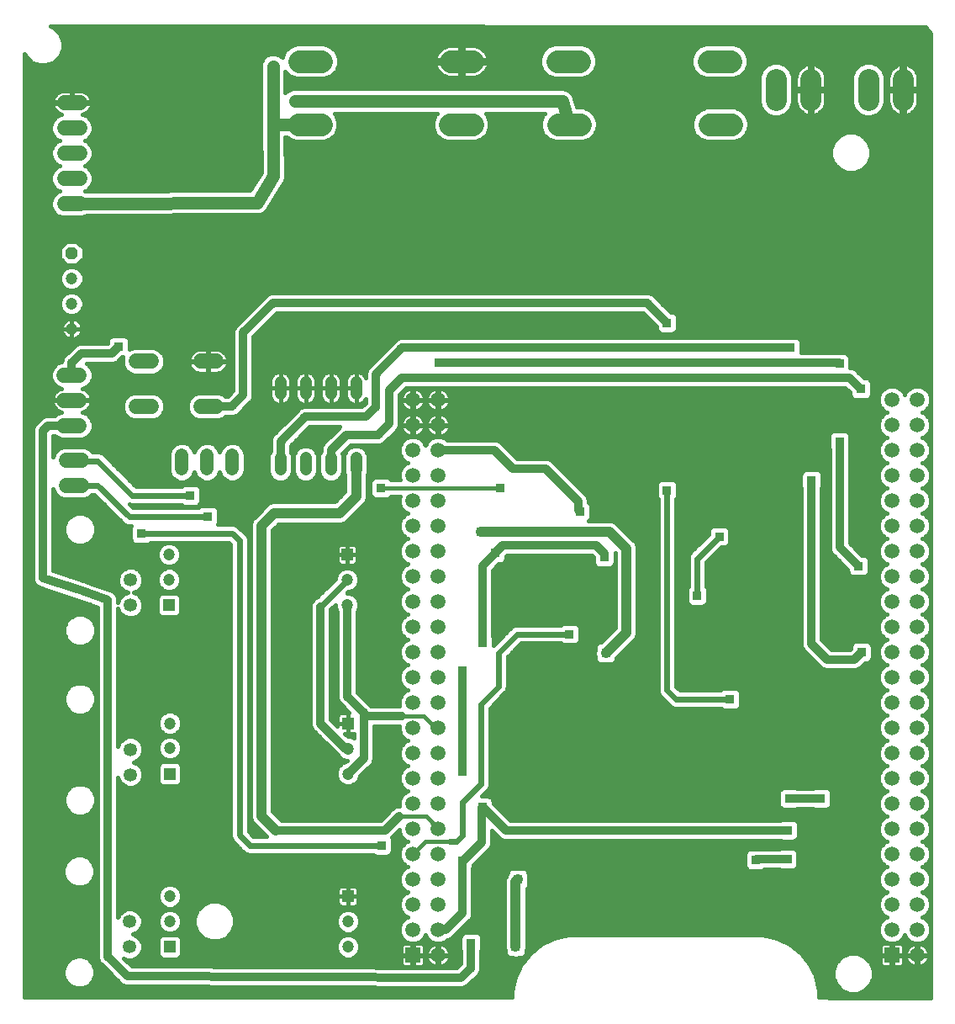
<source format=gbl>
G75*
G70*
%OFA0B0*%
%FSLAX24Y24*%
%IPPOS*%
%LPD*%
%AMOC8*
5,1,8,0,0,1.08239X$1,22.5*
%
%ADD10OC8,0.0472*%
%ADD11C,0.0472*%
%ADD12R,0.0591X0.0591*%
%ADD13C,0.0591*%
%ADD14C,0.0531*%
%ADD15R,0.0472X0.0472*%
%ADD16C,0.0600*%
%ADD17C,0.0885*%
%ADD18C,0.0840*%
%ADD19C,0.0480*%
%ADD20C,0.0540*%
%ADD21C,0.0160*%
%ADD22R,0.0376X0.0376*%
%ADD23C,0.0320*%
%ADD24C,0.0240*%
%ADD25C,0.0400*%
%ADD26C,0.0500*%
D10*
X018633Y049996D03*
D11*
X018633Y048996D03*
X018633Y047996D03*
X018633Y046996D03*
X022493Y038057D03*
X022493Y037070D03*
X022523Y031376D03*
X022523Y030390D03*
X022523Y024516D03*
X022523Y023530D03*
X029586Y023516D03*
X029586Y022516D03*
X029586Y029376D03*
X029586Y030376D03*
X029556Y036057D03*
X029556Y037057D03*
D12*
X032156Y022190D03*
X051156Y022190D03*
D13*
X051156Y023190D03*
X051156Y024190D03*
X051156Y025190D03*
X051156Y026190D03*
X051156Y027190D03*
X051156Y028190D03*
X051156Y029190D03*
X051156Y030190D03*
X051156Y031190D03*
X051156Y032190D03*
X051156Y033190D03*
X051156Y034190D03*
X051156Y035190D03*
X051156Y036190D03*
X051156Y037190D03*
X051156Y038190D03*
X051156Y039190D03*
X051156Y040190D03*
X051156Y041190D03*
X051156Y042190D03*
X051156Y043190D03*
X051156Y044190D03*
X052156Y044190D03*
X052156Y043190D03*
X052156Y042190D03*
X052156Y041190D03*
X052156Y040190D03*
X052156Y039190D03*
X052156Y038190D03*
X052156Y037190D03*
X052156Y036190D03*
X052156Y035190D03*
X052156Y034190D03*
X052156Y033190D03*
X052156Y032190D03*
X052156Y031190D03*
X052156Y030190D03*
X052156Y029190D03*
X052156Y028190D03*
X052156Y027190D03*
X052156Y026190D03*
X052156Y025190D03*
X052156Y024190D03*
X052156Y023190D03*
X052156Y022190D03*
X033156Y022190D03*
X033156Y023190D03*
X033156Y024190D03*
X032156Y024190D03*
X032156Y023190D03*
X032156Y025190D03*
X032156Y026190D03*
X032156Y027190D03*
X032156Y028190D03*
X032156Y029190D03*
X032156Y030190D03*
X032156Y031190D03*
X032156Y032190D03*
X032156Y033190D03*
X032156Y034190D03*
X032156Y035190D03*
X032156Y036190D03*
X032156Y037190D03*
X032156Y038190D03*
X032156Y039190D03*
X032156Y040190D03*
X032156Y041190D03*
X032156Y042190D03*
X032156Y043190D03*
X032156Y044190D03*
X033156Y044190D03*
X033156Y043190D03*
X033156Y042190D03*
X033156Y041190D03*
X033156Y040190D03*
X033156Y039190D03*
X033156Y038190D03*
X033156Y037190D03*
X033156Y036190D03*
X033156Y035190D03*
X033156Y034190D03*
X033156Y033190D03*
X033156Y032190D03*
X033156Y031190D03*
X033156Y030190D03*
X033156Y029190D03*
X033156Y028190D03*
X033156Y027190D03*
X033156Y026190D03*
X033156Y025190D03*
D14*
X020934Y023510D03*
X020934Y022510D03*
X020964Y029340D03*
X020964Y030340D03*
X020964Y036051D03*
X020964Y037051D03*
D15*
X022493Y036057D03*
X022523Y029376D03*
X022523Y022516D03*
X029586Y024516D03*
X029586Y031376D03*
X029556Y038057D03*
D16*
X024347Y043932D02*
X023747Y043932D01*
X023747Y045712D02*
X024347Y045712D01*
X021787Y045712D02*
X021187Y045712D01*
X021187Y043932D02*
X021787Y043932D01*
X018936Y044169D02*
X018336Y044169D01*
X018336Y045169D02*
X018936Y045169D01*
X018936Y043169D02*
X018336Y043169D01*
X018417Y041796D02*
X019017Y041796D01*
X019017Y040796D02*
X018417Y040796D01*
X018345Y051957D02*
X018945Y051957D01*
X018945Y052957D02*
X018345Y052957D01*
X018345Y053957D02*
X018945Y053957D01*
X018945Y054957D02*
X018345Y054957D01*
X018345Y055957D02*
X018945Y055957D01*
D17*
X027634Y055096D02*
X028519Y055096D01*
X028534Y057596D02*
X027649Y057596D01*
X033634Y055096D02*
X034519Y055096D01*
X034534Y057596D02*
X033649Y057596D01*
X037879Y057607D02*
X038764Y057607D01*
X038794Y055094D02*
X037909Y055094D01*
X043909Y055094D02*
X044794Y055094D01*
X044764Y057607D02*
X043879Y057607D01*
D18*
X046558Y056896D02*
X046558Y056056D01*
X047936Y056056D02*
X047936Y056896D01*
X050218Y056896D02*
X050218Y056056D01*
X051596Y056056D02*
X051596Y056896D01*
D19*
X029907Y044896D02*
X029907Y044416D01*
X028907Y044416D02*
X028907Y044896D01*
X027907Y044896D02*
X027907Y044416D01*
X026907Y044416D02*
X026907Y044896D01*
X026907Y041896D02*
X026907Y041416D01*
X027907Y041416D02*
X027907Y041896D01*
X028907Y041896D02*
X028907Y041416D01*
X029907Y041416D02*
X029907Y041896D01*
D20*
X024997Y041986D02*
X024997Y041446D01*
X023997Y041446D02*
X023997Y041986D01*
X022997Y041986D02*
X022997Y041446D01*
D21*
X016772Y057904D02*
X016772Y020536D01*
X036087Y020536D01*
X036087Y020760D01*
X036213Y021314D01*
X036213Y021314D01*
X036459Y021825D01*
X036459Y021825D01*
X036813Y022269D01*
X036813Y022269D01*
X036813Y022269D01*
X037257Y022623D01*
X037257Y022623D01*
X037769Y022870D01*
X037769Y022870D01*
X038323Y022996D01*
X046031Y022996D01*
X046584Y022870D01*
X046584Y022870D01*
X047096Y022623D01*
X047096Y022623D01*
X047540Y022269D01*
X047540Y022269D01*
X047894Y021825D01*
X047894Y021825D01*
X048140Y021314D01*
X048140Y021314D01*
X048267Y020760D01*
X048267Y020530D01*
X048972Y020506D01*
X052696Y020506D01*
X052696Y058709D01*
X052502Y058952D01*
X017780Y058981D01*
X017935Y058917D01*
X018157Y058694D01*
X018278Y058403D01*
X018278Y058089D01*
X018157Y057798D01*
X017935Y057575D01*
X017644Y057455D01*
X017329Y057455D01*
X017038Y057575D01*
X016816Y057798D01*
X016772Y057904D01*
X016772Y057797D02*
X016817Y057797D01*
X016772Y057639D02*
X016975Y057639D01*
X016772Y057480D02*
X017268Y057480D01*
X017705Y057480D02*
X026117Y057480D01*
X026117Y057503D02*
X026117Y055190D01*
X026115Y055186D01*
X026117Y055092D01*
X026117Y054999D01*
X026118Y054995D01*
X026145Y053194D01*
X025705Y052495D01*
X019284Y052466D01*
X019277Y052469D01*
X019187Y052466D01*
X019170Y052466D01*
X019251Y052499D01*
X019403Y052651D01*
X019485Y052850D01*
X019485Y053064D01*
X019403Y053263D01*
X019251Y053415D01*
X019149Y053457D01*
X019251Y053499D01*
X019403Y053651D01*
X019485Y053850D01*
X019485Y054064D01*
X019403Y054263D01*
X019251Y054415D01*
X019149Y054457D01*
X019251Y054499D01*
X019403Y054651D01*
X019485Y054850D01*
X019485Y055064D01*
X019403Y055263D01*
X019251Y055415D01*
X019066Y055492D01*
X019129Y055512D01*
X019197Y055546D01*
X019258Y055591D01*
X019311Y055644D01*
X019356Y055705D01*
X019390Y055773D01*
X019413Y055845D01*
X019425Y055919D01*
X019425Y055937D01*
X018665Y055937D01*
X018665Y055977D01*
X018625Y055977D01*
X018625Y055937D01*
X017865Y055937D01*
X017865Y055919D01*
X017877Y055845D01*
X017900Y055773D01*
X017935Y055705D01*
X017979Y055644D01*
X018032Y055591D01*
X018093Y055546D01*
X018161Y055512D01*
X018224Y055492D01*
X018039Y055415D01*
X017887Y055263D01*
X017805Y055064D01*
X017805Y054850D01*
X017887Y054651D01*
X018039Y054499D01*
X018141Y054457D01*
X018039Y054415D01*
X017887Y054263D01*
X017805Y054064D01*
X017805Y053850D01*
X017887Y053651D01*
X018039Y053499D01*
X018141Y053457D01*
X018039Y053415D01*
X017887Y053263D01*
X017805Y053064D01*
X017805Y052850D01*
X017887Y052651D01*
X018039Y052499D01*
X018141Y052457D01*
X018039Y052415D01*
X017887Y052263D01*
X017805Y052064D01*
X017805Y051850D01*
X017887Y051651D01*
X018039Y051499D01*
X018238Y051417D01*
X019052Y051417D01*
X019219Y051486D01*
X025936Y051516D01*
X025991Y051507D01*
X026033Y051516D01*
X026076Y051516D01*
X026127Y051538D01*
X026181Y051550D01*
X026216Y051575D01*
X026256Y051592D01*
X026295Y051631D01*
X026340Y051663D01*
X026363Y051699D01*
X026393Y051730D01*
X026414Y051781D01*
X027024Y052752D01*
X027056Y052785D01*
X027075Y052833D01*
X027103Y052878D01*
X027111Y052923D01*
X027128Y052966D01*
X027127Y053018D01*
X027136Y053070D01*
X027126Y053115D01*
X027104Y054606D01*
X027159Y054606D01*
X027248Y054517D01*
X027498Y054413D01*
X028655Y054413D01*
X028906Y054517D01*
X029098Y054709D01*
X029202Y054960D01*
X029202Y055232D01*
X029098Y055483D01*
X029044Y055536D01*
X033109Y055536D01*
X033056Y055483D01*
X032952Y055232D01*
X032952Y054960D01*
X033056Y054709D01*
X033248Y054517D01*
X033498Y054413D01*
X034655Y054413D01*
X034906Y054517D01*
X035098Y054709D01*
X035202Y054960D01*
X035202Y055232D01*
X035098Y055483D01*
X035044Y055536D01*
X037385Y055536D01*
X037330Y055481D01*
X037226Y055230D01*
X037226Y054959D01*
X037330Y054708D01*
X037522Y054516D01*
X037773Y054412D01*
X038929Y054412D01*
X039180Y054516D01*
X039372Y054708D01*
X039476Y054959D01*
X039476Y055230D01*
X039372Y055481D01*
X039180Y055673D01*
X038929Y055777D01*
X038663Y055777D01*
X038570Y056096D01*
X038570Y056123D01*
X038542Y056189D01*
X038523Y056257D01*
X038505Y056278D01*
X038495Y056304D01*
X038445Y056354D01*
X038401Y056409D01*
X038377Y056422D01*
X038357Y056441D01*
X038292Y056468D01*
X038230Y056502D01*
X038202Y056505D01*
X038177Y056516D01*
X038106Y056516D01*
X038036Y056524D01*
X038010Y056516D01*
X027379Y056516D01*
X027199Y056441D01*
X027191Y056434D01*
X027153Y056418D01*
X027097Y056362D01*
X027097Y057183D01*
X027262Y057017D01*
X027513Y056913D01*
X028669Y056913D01*
X028920Y057017D01*
X029112Y057209D01*
X029216Y057460D01*
X029216Y057732D01*
X029112Y057983D01*
X028920Y058174D01*
X028669Y058278D01*
X027513Y058278D01*
X027262Y058174D01*
X027070Y057983D01*
X026975Y057753D01*
X026931Y057798D01*
X026892Y057814D01*
X026884Y057821D01*
X026704Y057896D01*
X026509Y057896D01*
X026329Y057821D01*
X026321Y057814D01*
X026283Y057798D01*
X026215Y057730D01*
X026199Y057691D01*
X026191Y057684D01*
X026117Y057503D01*
X026173Y057639D02*
X017998Y057639D01*
X018157Y057797D02*
X026282Y057797D01*
X026117Y057322D02*
X016772Y057322D01*
X016772Y057163D02*
X026117Y057163D01*
X026117Y057005D02*
X016772Y057005D01*
X016772Y056846D02*
X026117Y056846D01*
X026117Y056688D02*
X016772Y056688D01*
X016772Y056529D02*
X026117Y056529D01*
X026117Y056371D02*
X019191Y056371D01*
X019197Y056368D02*
X019129Y056402D01*
X019057Y056425D01*
X018983Y056437D01*
X018665Y056437D01*
X018665Y055977D01*
X019425Y055977D01*
X019425Y055995D01*
X019413Y056069D01*
X019390Y056141D01*
X019356Y056209D01*
X019311Y056270D01*
X019258Y056323D01*
X019197Y056368D01*
X019353Y056212D02*
X026117Y056212D01*
X026117Y056054D02*
X019416Y056054D01*
X019421Y055895D02*
X026117Y055895D01*
X026117Y055737D02*
X019371Y055737D01*
X019240Y055578D02*
X026117Y055578D01*
X026117Y055420D02*
X019240Y055420D01*
X019404Y055261D02*
X026117Y055261D01*
X026116Y055103D02*
X019469Y055103D01*
X019485Y054944D02*
X026119Y054944D01*
X026121Y054786D02*
X019459Y054786D01*
X019379Y054627D02*
X026123Y054627D01*
X026126Y054469D02*
X019177Y054469D01*
X019356Y054310D02*
X026128Y054310D01*
X026130Y054152D02*
X019449Y054152D01*
X019485Y053993D02*
X026133Y053993D01*
X026135Y053835D02*
X019479Y053835D01*
X019413Y053676D02*
X026137Y053676D01*
X026140Y053518D02*
X019269Y053518D01*
X019307Y053359D02*
X026142Y053359D01*
X026144Y053201D02*
X019429Y053201D01*
X019485Y053042D02*
X026049Y053042D01*
X025949Y052884D02*
X019485Y052884D01*
X019433Y052725D02*
X025850Y052725D01*
X025750Y052567D02*
X019318Y052567D01*
X019149Y051457D02*
X052696Y051457D01*
X052696Y051299D02*
X016772Y051299D01*
X016772Y051457D02*
X018141Y051457D01*
X017923Y051616D02*
X016772Y051616D01*
X016772Y051774D02*
X017836Y051774D01*
X017805Y051933D02*
X016772Y051933D01*
X016772Y052091D02*
X017816Y052091D01*
X017882Y052250D02*
X016772Y052250D01*
X016772Y052408D02*
X018032Y052408D01*
X017972Y052567D02*
X016772Y052567D01*
X016772Y052725D02*
X017857Y052725D01*
X017805Y052884D02*
X016772Y052884D01*
X016772Y053042D02*
X017805Y053042D01*
X017861Y053201D02*
X016772Y053201D01*
X016772Y053359D02*
X017983Y053359D01*
X018021Y053518D02*
X016772Y053518D01*
X016772Y053676D02*
X017877Y053676D01*
X017811Y053835D02*
X016772Y053835D01*
X016772Y053993D02*
X017805Y053993D01*
X017841Y054152D02*
X016772Y054152D01*
X016772Y054310D02*
X017934Y054310D01*
X018113Y054469D02*
X016772Y054469D01*
X016772Y054627D02*
X017911Y054627D01*
X017832Y054786D02*
X016772Y054786D01*
X016772Y054944D02*
X017805Y054944D01*
X017821Y055103D02*
X016772Y055103D01*
X016772Y055261D02*
X017886Y055261D01*
X018051Y055420D02*
X016772Y055420D01*
X016772Y055578D02*
X018050Y055578D01*
X017919Y055737D02*
X016772Y055737D01*
X016772Y055895D02*
X017869Y055895D01*
X017865Y055977D02*
X018625Y055977D01*
X018625Y056437D01*
X018307Y056437D01*
X018233Y056425D01*
X018161Y056402D01*
X018093Y056368D01*
X018032Y056323D01*
X017979Y056270D01*
X017935Y056209D01*
X017900Y056141D01*
X017877Y056069D01*
X017865Y055995D01*
X017865Y055977D01*
X017874Y056054D02*
X016772Y056054D01*
X016772Y056212D02*
X017937Y056212D01*
X018099Y056371D02*
X016772Y056371D01*
X018625Y056371D02*
X018665Y056371D01*
X018665Y056212D02*
X018625Y056212D01*
X018625Y056054D02*
X018665Y056054D01*
X018223Y057956D02*
X027059Y057956D01*
X026993Y057797D02*
X026931Y057797D01*
X027202Y058114D02*
X018278Y058114D01*
X018278Y058273D02*
X027499Y058273D01*
X027116Y057163D02*
X027097Y057163D01*
X027097Y057005D02*
X027293Y057005D01*
X027097Y056846D02*
X045898Y056846D01*
X045898Y056688D02*
X027097Y056688D01*
X027097Y056529D02*
X045898Y056529D01*
X045898Y056371D02*
X038431Y056371D01*
X038536Y056212D02*
X045898Y056212D01*
X045898Y056054D02*
X038582Y056054D01*
X038628Y055895D02*
X045910Y055895D01*
X045898Y055925D02*
X045998Y055682D01*
X046184Y055496D01*
X046426Y055396D01*
X046689Y055396D01*
X046932Y055496D01*
X047117Y055682D01*
X047218Y055925D01*
X047218Y057027D01*
X047117Y057270D01*
X046932Y057456D01*
X046689Y057556D01*
X046426Y057556D01*
X046184Y057456D01*
X045998Y057270D01*
X045898Y057027D01*
X045898Y055925D01*
X045976Y055737D02*
X045027Y055737D01*
X044929Y055777D02*
X045180Y055673D01*
X045372Y055481D01*
X045476Y055230D01*
X045476Y054959D01*
X045372Y054708D01*
X045180Y054516D01*
X044929Y054412D01*
X043773Y054412D01*
X043522Y054516D01*
X043330Y054708D01*
X043226Y054959D01*
X043226Y055230D01*
X043330Y055481D01*
X043522Y055673D01*
X043773Y055777D01*
X044929Y055777D01*
X045275Y055578D02*
X046102Y055578D01*
X046370Y055420D02*
X045398Y055420D01*
X045463Y055261D02*
X052696Y055261D01*
X052696Y055103D02*
X045476Y055103D01*
X045470Y054944D02*
X052696Y054944D01*
X052696Y054786D02*
X045404Y054786D01*
X045291Y054627D02*
X049049Y054627D01*
X049078Y054657D02*
X048856Y054434D01*
X048735Y054143D01*
X048735Y053829D01*
X048856Y053538D01*
X049078Y053315D01*
X049369Y053195D01*
X049684Y053195D01*
X049975Y053315D01*
X050197Y053538D01*
X050318Y053829D01*
X050318Y054143D01*
X050197Y054434D01*
X049975Y054657D01*
X049684Y054777D01*
X049369Y054777D01*
X049078Y054657D01*
X048890Y054469D02*
X045066Y054469D01*
X043636Y054469D02*
X039066Y054469D01*
X039291Y054627D02*
X043411Y054627D01*
X043298Y054786D02*
X039404Y054786D01*
X039470Y054944D02*
X043232Y054944D01*
X043226Y055103D02*
X039476Y055103D01*
X039463Y055261D02*
X043239Y055261D01*
X043305Y055420D02*
X039398Y055420D01*
X039275Y055578D02*
X043427Y055578D01*
X043675Y055737D02*
X039027Y055737D01*
X038899Y056925D02*
X039150Y057029D01*
X039342Y057221D01*
X039446Y057472D01*
X039446Y057743D01*
X039342Y057994D01*
X039150Y058186D01*
X038899Y058290D01*
X037743Y058290D01*
X037492Y058186D01*
X037300Y057994D01*
X037196Y057743D01*
X037196Y057472D01*
X037300Y057221D01*
X037492Y057029D01*
X037743Y056925D01*
X038899Y056925D01*
X039092Y057005D02*
X043551Y057005D01*
X043492Y057029D02*
X043743Y056925D01*
X044899Y056925D01*
X045150Y057029D01*
X045342Y057221D01*
X045446Y057472D01*
X045446Y057743D01*
X045342Y057994D01*
X045150Y058186D01*
X044899Y058290D01*
X043743Y058290D01*
X043492Y058186D01*
X043300Y057994D01*
X043196Y057743D01*
X043196Y057472D01*
X043300Y057221D01*
X043492Y057029D01*
X043358Y057163D02*
X039284Y057163D01*
X039384Y057322D02*
X043258Y057322D01*
X043196Y057480D02*
X039446Y057480D01*
X039446Y057639D02*
X043196Y057639D01*
X043218Y057797D02*
X039424Y057797D01*
X039358Y057956D02*
X043284Y057956D01*
X043420Y058114D02*
X039222Y058114D01*
X038941Y058273D02*
X043701Y058273D01*
X044941Y058273D02*
X052696Y058273D01*
X052696Y058431D02*
X018266Y058431D01*
X018201Y058590D02*
X052696Y058590D01*
X052665Y058748D02*
X018103Y058748D01*
X017945Y058907D02*
X052538Y058907D01*
X052696Y058114D02*
X045222Y058114D01*
X045358Y057956D02*
X052696Y057956D01*
X052696Y057797D02*
X045424Y057797D01*
X045446Y057639D02*
X052696Y057639D01*
X052696Y057480D02*
X051740Y057480D01*
X051736Y057481D02*
X051656Y057494D01*
X051656Y056536D01*
X052196Y056536D01*
X052196Y056943D01*
X052181Y057036D01*
X052152Y057126D01*
X052109Y057210D01*
X052053Y057287D01*
X051986Y057354D01*
X051910Y057409D01*
X051826Y057452D01*
X051736Y057481D01*
X051656Y057480D02*
X051536Y057480D01*
X051536Y057494D02*
X051455Y057481D01*
X051365Y057452D01*
X051281Y057409D01*
X051205Y057354D01*
X051138Y057287D01*
X051082Y057210D01*
X051040Y057126D01*
X051010Y057036D01*
X050996Y056943D01*
X050996Y056536D01*
X051536Y056536D01*
X051536Y057494D01*
X051451Y057480D02*
X050532Y057480D01*
X050592Y057456D02*
X050349Y057556D01*
X050086Y057556D01*
X049844Y057456D01*
X049658Y057270D01*
X049558Y057027D01*
X049558Y055925D01*
X049658Y055682D01*
X049844Y055496D01*
X050086Y055396D01*
X050349Y055396D01*
X050592Y055496D01*
X050777Y055682D01*
X050878Y055925D01*
X050878Y057027D01*
X050777Y057270D01*
X050592Y057456D01*
X050726Y057322D02*
X051173Y057322D01*
X051058Y057163D02*
X050821Y057163D01*
X050878Y057005D02*
X051005Y057005D01*
X050996Y056846D02*
X050878Y056846D01*
X050878Y056688D02*
X050996Y056688D01*
X050878Y056529D02*
X051536Y056529D01*
X051536Y056536D02*
X051536Y056416D01*
X051656Y056416D01*
X051656Y056536D01*
X051536Y056536D01*
X051656Y056529D02*
X052696Y056529D01*
X052696Y056371D02*
X052196Y056371D01*
X052196Y056416D02*
X051656Y056416D01*
X051656Y055458D01*
X051736Y055471D01*
X051826Y055500D01*
X051910Y055543D01*
X051986Y055598D01*
X052053Y055665D01*
X052109Y055742D01*
X052152Y055826D01*
X052181Y055915D01*
X052196Y056009D01*
X052196Y056416D01*
X052196Y056212D02*
X052696Y056212D01*
X052696Y056054D02*
X052196Y056054D01*
X052174Y055895D02*
X052696Y055895D01*
X052696Y055737D02*
X052105Y055737D01*
X051959Y055578D02*
X052696Y055578D01*
X052696Y055420D02*
X050406Y055420D01*
X050673Y055578D02*
X051233Y055578D01*
X051205Y055598D02*
X051281Y055543D01*
X051365Y055500D01*
X051455Y055471D01*
X051536Y055458D01*
X051536Y056416D01*
X050996Y056416D01*
X050996Y056009D01*
X051010Y055915D01*
X051040Y055826D01*
X051082Y055742D01*
X051138Y055665D01*
X051205Y055598D01*
X051086Y055737D02*
X050800Y055737D01*
X050865Y055895D02*
X051017Y055895D01*
X050996Y056054D02*
X050878Y056054D01*
X050878Y056212D02*
X050996Y056212D01*
X050996Y056371D02*
X050878Y056371D01*
X051536Y056371D02*
X051656Y056371D01*
X051656Y056212D02*
X051536Y056212D01*
X051536Y056054D02*
X051656Y056054D01*
X051656Y055895D02*
X051536Y055895D01*
X051536Y055737D02*
X051656Y055737D01*
X051656Y055578D02*
X051536Y055578D01*
X051536Y056688D02*
X051656Y056688D01*
X051656Y056846D02*
X051536Y056846D01*
X051536Y057005D02*
X051656Y057005D01*
X051656Y057163D02*
X051536Y057163D01*
X051536Y057322D02*
X051656Y057322D01*
X052019Y057322D02*
X052696Y057322D01*
X052696Y057163D02*
X052133Y057163D01*
X052186Y057005D02*
X052696Y057005D01*
X052696Y056846D02*
X052196Y056846D01*
X052196Y056688D02*
X052696Y056688D01*
X052696Y054627D02*
X050005Y054627D01*
X050163Y054469D02*
X052696Y054469D01*
X052696Y054310D02*
X050249Y054310D01*
X050314Y054152D02*
X052696Y054152D01*
X052696Y053993D02*
X050318Y053993D01*
X050318Y053835D02*
X052696Y053835D01*
X052696Y053676D02*
X050255Y053676D01*
X050177Y053518D02*
X052696Y053518D01*
X052696Y053359D02*
X050019Y053359D01*
X049698Y053201D02*
X052696Y053201D01*
X052696Y053042D02*
X027131Y053042D01*
X027125Y053201D02*
X049355Y053201D01*
X049035Y053359D02*
X027122Y053359D01*
X027120Y053518D02*
X048876Y053518D01*
X048799Y053676D02*
X027118Y053676D01*
X027115Y053835D02*
X048735Y053835D01*
X048735Y053993D02*
X027113Y053993D01*
X027111Y054152D02*
X048739Y054152D01*
X048804Y054310D02*
X027108Y054310D01*
X027106Y054469D02*
X027366Y054469D01*
X028788Y054469D02*
X033366Y054469D01*
X033138Y054627D02*
X029015Y054627D01*
X029129Y054786D02*
X033024Y054786D01*
X032958Y054944D02*
X029195Y054944D01*
X029202Y055103D02*
X032952Y055103D01*
X032964Y055261D02*
X029190Y055261D01*
X029124Y055420D02*
X033029Y055420D01*
X033503Y056989D02*
X033600Y056973D01*
X034024Y056973D01*
X034024Y057528D01*
X034159Y057528D01*
X034159Y057663D01*
X035153Y057663D01*
X035141Y057742D01*
X035111Y057835D01*
X035066Y057922D01*
X035008Y058001D01*
X034939Y058071D01*
X034860Y058128D01*
X034773Y058173D01*
X034679Y058203D01*
X034583Y058218D01*
X034159Y058218D01*
X034159Y057663D01*
X034024Y057663D01*
X034024Y057528D01*
X033029Y057528D01*
X033041Y057450D01*
X033072Y057357D01*
X033116Y057270D01*
X033174Y057190D01*
X033243Y057121D01*
X033322Y057063D01*
X033410Y057019D01*
X033503Y056989D01*
X033454Y057005D02*
X028889Y057005D01*
X029066Y057163D02*
X033201Y057163D01*
X033090Y057322D02*
X029159Y057322D01*
X029216Y057480D02*
X033037Y057480D01*
X033029Y057663D02*
X034024Y057663D01*
X034024Y058218D01*
X033600Y058218D01*
X033503Y058203D01*
X033410Y058173D01*
X033322Y058128D01*
X033243Y058071D01*
X033174Y058001D01*
X033116Y057922D01*
X033072Y057835D01*
X033041Y057742D01*
X033029Y057663D01*
X033059Y057797D02*
X029189Y057797D01*
X029216Y057639D02*
X034024Y057639D01*
X034159Y057639D02*
X037196Y057639D01*
X037196Y057480D02*
X035146Y057480D01*
X035141Y057450D02*
X035111Y057357D01*
X035066Y057270D01*
X035008Y057190D01*
X034939Y057121D01*
X034860Y057063D01*
X034773Y057019D01*
X034679Y056989D01*
X034583Y056973D01*
X034159Y056973D01*
X034159Y057528D01*
X035153Y057528D01*
X035141Y057450D01*
X035092Y057322D02*
X037258Y057322D01*
X037358Y057163D02*
X034981Y057163D01*
X034728Y057005D02*
X037551Y057005D01*
X037218Y057797D02*
X035123Y057797D01*
X035042Y057956D02*
X037284Y057956D01*
X037420Y058114D02*
X034880Y058114D01*
X034159Y058114D02*
X034024Y058114D01*
X034024Y057956D02*
X034159Y057956D01*
X034159Y057797D02*
X034024Y057797D01*
X034024Y057480D02*
X034159Y057480D01*
X034159Y057322D02*
X034024Y057322D01*
X034024Y057163D02*
X034159Y057163D01*
X034159Y057005D02*
X034024Y057005D01*
X033140Y057956D02*
X029123Y057956D01*
X028981Y058114D02*
X033303Y058114D01*
X035124Y055420D02*
X037305Y055420D01*
X037239Y055261D02*
X035190Y055261D01*
X035202Y055103D02*
X037226Y055103D01*
X037232Y054944D02*
X035195Y054944D01*
X035129Y054786D02*
X037298Y054786D01*
X037411Y054627D02*
X035015Y054627D01*
X034788Y054469D02*
X037636Y054469D01*
X037701Y058273D02*
X028684Y058273D01*
X027106Y056371D02*
X027097Y056371D01*
X027104Y052884D02*
X052696Y052884D01*
X052696Y052725D02*
X027007Y052725D01*
X026908Y052567D02*
X052696Y052567D01*
X052696Y052408D02*
X026808Y052408D01*
X026708Y052250D02*
X052696Y052250D01*
X052696Y052091D02*
X026609Y052091D01*
X026509Y051933D02*
X052696Y051933D01*
X052696Y051774D02*
X026411Y051774D01*
X026280Y051616D02*
X052696Y051616D01*
X052696Y051140D02*
X016772Y051140D01*
X016772Y050982D02*
X052696Y050982D01*
X052696Y050823D02*
X016772Y050823D01*
X016772Y050665D02*
X052696Y050665D01*
X052696Y050506D02*
X016772Y050506D01*
X016772Y050348D02*
X018311Y050348D01*
X018436Y050472D02*
X018157Y050193D01*
X018157Y049799D01*
X018436Y049520D01*
X018830Y049520D01*
X019109Y049799D01*
X019109Y050193D01*
X018830Y050472D01*
X018436Y050472D01*
X018157Y050189D02*
X016772Y050189D01*
X016772Y050031D02*
X018157Y050031D01*
X018157Y049872D02*
X016772Y049872D01*
X016772Y049714D02*
X018242Y049714D01*
X018401Y049555D02*
X016772Y049555D01*
X016772Y049397D02*
X018360Y049397D01*
X018363Y049400D02*
X018229Y049266D01*
X018157Y049091D01*
X018157Y048901D01*
X018229Y048726D01*
X018363Y048592D01*
X018538Y048520D01*
X018728Y048520D01*
X018903Y048592D01*
X019037Y048726D01*
X019109Y048901D01*
X019109Y049091D01*
X019037Y049266D01*
X018903Y049400D01*
X018728Y049472D01*
X018538Y049472D01*
X018363Y049400D01*
X018217Y049238D02*
X016772Y049238D01*
X016772Y049080D02*
X018157Y049080D01*
X018157Y048921D02*
X016772Y048921D01*
X016772Y048763D02*
X018214Y048763D01*
X018352Y048604D02*
X016772Y048604D01*
X016772Y048446D02*
X018473Y048446D01*
X018538Y048472D02*
X018363Y048400D01*
X018229Y048266D01*
X018157Y048091D01*
X018157Y047901D01*
X018229Y047726D01*
X018363Y047592D01*
X018538Y047520D01*
X018728Y047520D01*
X018903Y047592D01*
X019037Y047726D01*
X019109Y047901D01*
X019109Y048091D01*
X019037Y048266D01*
X018903Y048400D01*
X018728Y048472D01*
X018538Y048472D01*
X018793Y048446D02*
X052696Y048446D01*
X052696Y048604D02*
X018914Y048604D01*
X019051Y048763D02*
X052696Y048763D01*
X052696Y048921D02*
X019109Y048921D01*
X019109Y049080D02*
X052696Y049080D01*
X052696Y049238D02*
X019048Y049238D01*
X018906Y049397D02*
X052696Y049397D01*
X052696Y049555D02*
X018865Y049555D01*
X019024Y049714D02*
X052696Y049714D01*
X052696Y049872D02*
X019109Y049872D01*
X019109Y050031D02*
X052696Y050031D01*
X052696Y050189D02*
X019109Y050189D01*
X018955Y050348D02*
X052696Y050348D01*
X052696Y048287D02*
X041751Y048287D01*
X041683Y048355D02*
X041536Y048416D01*
X026527Y048416D01*
X026380Y048355D01*
X026268Y048243D01*
X025098Y047073D01*
X025037Y046926D01*
X025037Y044552D01*
X024817Y044332D01*
X024710Y044332D01*
X024652Y044390D01*
X024454Y044472D01*
X023639Y044472D01*
X023441Y044390D01*
X023289Y044238D01*
X023207Y044039D01*
X023207Y043825D01*
X023289Y043626D01*
X023441Y043474D01*
X023639Y043392D01*
X024454Y043392D01*
X024652Y043474D01*
X024710Y043532D01*
X025062Y043532D01*
X025209Y043593D01*
X025663Y044047D01*
X025776Y044159D01*
X025837Y044306D01*
X025837Y046680D01*
X026772Y047616D01*
X041291Y047616D01*
X041809Y047098D01*
X041809Y047000D01*
X041845Y046912D01*
X041913Y046844D01*
X042001Y046808D01*
X042472Y046808D01*
X042561Y046844D01*
X042628Y046912D01*
X042665Y047000D01*
X042665Y047472D01*
X042628Y047560D01*
X042561Y047628D01*
X042472Y047664D01*
X042374Y047664D01*
X041683Y048355D01*
X041910Y048129D02*
X052696Y048129D01*
X052696Y047970D02*
X042068Y047970D01*
X042227Y047812D02*
X052696Y047812D01*
X052696Y047653D02*
X042499Y047653D01*
X042655Y047495D02*
X052696Y047495D01*
X052696Y047336D02*
X042665Y047336D01*
X042665Y047178D02*
X052696Y047178D01*
X052696Y047019D02*
X042665Y047019D01*
X042577Y046861D02*
X052696Y046861D01*
X052696Y046702D02*
X025858Y046702D01*
X025837Y046544D02*
X031468Y046544D01*
X031510Y046585D02*
X031398Y046473D01*
X030348Y045423D01*
X030287Y045276D01*
X030287Y045075D01*
X030266Y045116D01*
X030227Y045170D01*
X030180Y045216D01*
X030127Y045255D01*
X030068Y045285D01*
X030005Y045306D01*
X029940Y045316D01*
X029907Y045316D01*
X029907Y044656D01*
X029907Y044656D01*
X029907Y043996D01*
X029940Y043996D01*
X030005Y044006D01*
X030068Y044027D01*
X030127Y044057D01*
X030180Y044096D01*
X030227Y044142D01*
X030266Y044196D01*
X030287Y044237D01*
X030287Y044072D01*
X030131Y043916D01*
X027817Y043916D01*
X027670Y043855D01*
X027558Y043743D01*
X027558Y043743D01*
X026568Y042753D01*
X026507Y042606D01*
X026507Y042175D01*
X026500Y042168D01*
X026427Y041991D01*
X026427Y041321D01*
X026500Y041144D01*
X026635Y041009D01*
X026811Y040936D01*
X027002Y040936D01*
X027179Y041009D01*
X027314Y041144D01*
X027387Y041321D01*
X027387Y041991D01*
X027314Y042168D01*
X027307Y042175D01*
X027307Y042360D01*
X028062Y043116D01*
X029271Y043116D01*
X029178Y043023D01*
X028568Y042413D01*
X028507Y042266D01*
X028507Y042175D01*
X028500Y042168D01*
X028427Y041991D01*
X028427Y041321D01*
X028500Y041144D01*
X028635Y041009D01*
X028811Y040936D01*
X029002Y040936D01*
X029179Y041009D01*
X029314Y041144D01*
X029387Y041321D01*
X029387Y041991D01*
X029355Y042068D01*
X029682Y042396D01*
X030856Y042396D01*
X031003Y042457D01*
X031453Y042907D01*
X031566Y043019D01*
X031627Y043166D01*
X031627Y044400D01*
X031902Y044676D01*
X049301Y044676D01*
X049489Y044488D01*
X049489Y044390D01*
X049525Y044302D01*
X049593Y044234D01*
X049681Y044198D01*
X050152Y044198D01*
X050241Y044234D01*
X050308Y044302D01*
X050345Y044390D01*
X050345Y044862D01*
X050308Y044950D01*
X050241Y045018D01*
X050152Y045054D01*
X050054Y045054D01*
X049693Y045415D01*
X049546Y045476D01*
X049505Y045476D01*
X049505Y045852D01*
X049468Y045940D01*
X049401Y046008D01*
X049312Y046044D01*
X049131Y046044D01*
X049126Y046046D01*
X047555Y046046D01*
X047555Y046482D01*
X047518Y046570D01*
X047451Y046638D01*
X047362Y046674D01*
X046891Y046674D01*
X046823Y046646D01*
X031657Y046646D01*
X031510Y046585D01*
X031310Y046385D02*
X025837Y046385D01*
X025837Y046227D02*
X031151Y046227D01*
X030993Y046068D02*
X025837Y046068D01*
X025837Y045910D02*
X030834Y045910D01*
X030676Y045751D02*
X025837Y045751D01*
X025837Y045593D02*
X030517Y045593D01*
X030359Y045434D02*
X025837Y045434D01*
X025837Y045276D02*
X026726Y045276D01*
X026745Y045285D02*
X026687Y045255D01*
X026633Y045216D01*
X026586Y045170D01*
X026547Y045116D01*
X026517Y045057D01*
X026497Y044994D01*
X026487Y044929D01*
X026487Y044656D01*
X026487Y044383D01*
X026497Y044318D01*
X026517Y044255D01*
X026547Y044196D01*
X026586Y044142D01*
X026633Y044096D01*
X026687Y044057D01*
X026745Y044027D01*
X026808Y044006D01*
X026874Y043996D01*
X026907Y043996D01*
X026940Y043996D01*
X027005Y044006D01*
X027068Y044027D01*
X027127Y044057D01*
X027180Y044096D01*
X027227Y044142D01*
X027266Y044196D01*
X027296Y044255D01*
X027316Y044318D01*
X027327Y044383D01*
X027327Y044656D01*
X027327Y044929D01*
X027316Y044994D01*
X027296Y045057D01*
X027266Y045116D01*
X027227Y045170D01*
X027180Y045216D01*
X027127Y045255D01*
X027068Y045285D01*
X027005Y045306D01*
X026940Y045316D01*
X026907Y045316D01*
X026907Y044656D01*
X027327Y044656D01*
X026907Y044656D01*
X026907Y044656D01*
X026907Y044656D01*
X026907Y043996D01*
X026907Y044656D01*
X026907Y044656D01*
X026907Y045316D01*
X026874Y045316D01*
X026808Y045306D01*
X026745Y045285D01*
X026907Y045276D02*
X026907Y045276D01*
X026907Y045117D02*
X026907Y045117D01*
X026907Y044959D02*
X026907Y044959D01*
X026907Y044800D02*
X026907Y044800D01*
X026907Y044656D02*
X026907Y044656D01*
X026487Y044656D01*
X026907Y044656D01*
X026907Y044642D02*
X026907Y044642D01*
X026907Y044483D02*
X026907Y044483D01*
X026907Y044325D02*
X026907Y044325D01*
X026907Y044166D02*
X026907Y044166D01*
X026907Y044008D02*
X026907Y044008D01*
X027009Y044008D02*
X027805Y044008D01*
X027808Y044006D02*
X027874Y043996D01*
X027907Y043996D01*
X027940Y043996D01*
X028005Y044006D01*
X028068Y044027D01*
X028127Y044057D01*
X028180Y044096D01*
X028227Y044142D01*
X028266Y044196D01*
X028296Y044255D01*
X028316Y044318D01*
X028327Y044383D01*
X028327Y044656D01*
X028327Y044929D01*
X028316Y044994D01*
X028296Y045057D01*
X028266Y045116D01*
X028227Y045170D01*
X028180Y045216D01*
X028127Y045255D01*
X028068Y045285D01*
X028005Y045306D01*
X027940Y045316D01*
X027907Y045316D01*
X027907Y044656D01*
X028327Y044656D01*
X027907Y044656D01*
X027907Y044656D01*
X027907Y044656D01*
X027907Y043996D01*
X027907Y044656D01*
X027907Y044656D01*
X027907Y045316D01*
X027874Y045316D01*
X027808Y045306D01*
X027745Y045285D01*
X027687Y045255D01*
X027633Y045216D01*
X027586Y045170D01*
X027547Y045116D01*
X027517Y045057D01*
X027497Y044994D01*
X027487Y044929D01*
X027487Y044656D01*
X027487Y044383D01*
X027497Y044318D01*
X027517Y044255D01*
X027547Y044196D01*
X027586Y044142D01*
X027633Y044096D01*
X027687Y044057D01*
X027745Y044027D01*
X027808Y044006D01*
X027907Y044008D02*
X027907Y044008D01*
X028009Y044008D02*
X028805Y044008D01*
X028808Y044006D02*
X028874Y043996D01*
X028907Y043996D01*
X028940Y043996D01*
X029005Y044006D01*
X029068Y044027D01*
X029127Y044057D01*
X029180Y044096D01*
X029227Y044142D01*
X029266Y044196D01*
X029296Y044255D01*
X029316Y044318D01*
X029327Y044383D01*
X029327Y044656D01*
X029327Y044929D01*
X029316Y044994D01*
X029296Y045057D01*
X029266Y045116D01*
X029227Y045170D01*
X029180Y045216D01*
X029127Y045255D01*
X029068Y045285D01*
X029005Y045306D01*
X028940Y045316D01*
X028907Y045316D01*
X028907Y044656D01*
X029327Y044656D01*
X028907Y044656D01*
X028907Y044656D01*
X028907Y044656D01*
X028907Y043996D01*
X028907Y044656D01*
X028907Y044656D01*
X028907Y045316D01*
X028874Y045316D01*
X028808Y045306D01*
X028745Y045285D01*
X028687Y045255D01*
X028633Y045216D01*
X028586Y045170D01*
X028547Y045116D01*
X028517Y045057D01*
X028497Y044994D01*
X028487Y044929D01*
X028487Y044656D01*
X028487Y044383D01*
X028497Y044318D01*
X028517Y044255D01*
X028547Y044196D01*
X028586Y044142D01*
X028633Y044096D01*
X028687Y044057D01*
X028745Y044027D01*
X028808Y044006D01*
X028907Y044008D02*
X028907Y044008D01*
X029009Y044008D02*
X029805Y044008D01*
X029808Y044006D02*
X029874Y043996D01*
X029907Y043996D01*
X029907Y044656D01*
X029907Y044656D01*
X029907Y045316D01*
X029874Y045316D01*
X029808Y045306D01*
X029745Y045285D01*
X029687Y045255D01*
X029633Y045216D01*
X029586Y045170D01*
X029547Y045116D01*
X029517Y045057D01*
X029497Y044994D01*
X029487Y044929D01*
X029487Y044656D01*
X029487Y044383D01*
X029497Y044318D01*
X029517Y044255D01*
X029547Y044196D01*
X029586Y044142D01*
X029633Y044096D01*
X029687Y044057D01*
X029745Y044027D01*
X029808Y044006D01*
X029907Y044008D02*
X029907Y044008D01*
X030009Y044008D02*
X030222Y044008D01*
X030244Y044166D02*
X030287Y044166D01*
X029907Y044166D02*
X029907Y044166D01*
X029907Y044325D02*
X029907Y044325D01*
X029907Y044483D02*
X029907Y044483D01*
X029907Y044642D02*
X029907Y044642D01*
X029907Y044656D02*
X029487Y044656D01*
X029907Y044656D01*
X029907Y044656D01*
X029907Y044800D02*
X029907Y044800D01*
X029907Y044959D02*
X029907Y044959D01*
X029907Y045117D02*
X029907Y045117D01*
X029907Y045276D02*
X029907Y045276D01*
X030087Y045276D02*
X030287Y045276D01*
X030287Y045117D02*
X030265Y045117D01*
X029726Y045276D02*
X029087Y045276D01*
X028907Y045276D02*
X028907Y045276D01*
X028907Y045117D02*
X028907Y045117D01*
X028907Y044959D02*
X028907Y044959D01*
X028907Y044800D02*
X028907Y044800D01*
X028907Y044656D02*
X028907Y044656D01*
X028487Y044656D01*
X028907Y044656D01*
X028907Y044642D02*
X028907Y044642D01*
X028907Y044483D02*
X028907Y044483D01*
X028907Y044325D02*
X028907Y044325D01*
X028907Y044166D02*
X028907Y044166D01*
X029244Y044166D02*
X029569Y044166D01*
X029496Y044325D02*
X029317Y044325D01*
X029327Y044483D02*
X029487Y044483D01*
X029487Y044642D02*
X029327Y044642D01*
X029327Y044800D02*
X029487Y044800D01*
X029491Y044959D02*
X029322Y044959D01*
X029265Y045117D02*
X029548Y045117D01*
X028726Y045276D02*
X028087Y045276D01*
X027907Y045276D02*
X027907Y045276D01*
X027907Y045117D02*
X027907Y045117D01*
X027907Y044959D02*
X027907Y044959D01*
X027907Y044800D02*
X027907Y044800D01*
X027907Y044656D02*
X027907Y044656D01*
X027487Y044656D01*
X027907Y044656D01*
X027907Y044642D02*
X027907Y044642D01*
X027907Y044483D02*
X027907Y044483D01*
X027907Y044325D02*
X027907Y044325D01*
X027907Y044166D02*
X027907Y044166D01*
X028244Y044166D02*
X028569Y044166D01*
X028496Y044325D02*
X028317Y044325D01*
X028327Y044483D02*
X028487Y044483D01*
X028487Y044642D02*
X028327Y044642D01*
X028327Y044800D02*
X028487Y044800D01*
X028491Y044959D02*
X028322Y044959D01*
X028265Y045117D02*
X028548Y045117D01*
X027726Y045276D02*
X027087Y045276D01*
X027265Y045117D02*
X027548Y045117D01*
X027491Y044959D02*
X027322Y044959D01*
X027327Y044800D02*
X027487Y044800D01*
X027487Y044642D02*
X027327Y044642D01*
X027327Y044483D02*
X027487Y044483D01*
X027496Y044325D02*
X027317Y044325D01*
X027244Y044166D02*
X027569Y044166D01*
X027664Y043849D02*
X025465Y043849D01*
X025307Y043690D02*
X027505Y043690D01*
X027347Y043532D02*
X025062Y043532D01*
X025624Y044008D02*
X026805Y044008D01*
X026569Y044166D02*
X025778Y044166D01*
X025837Y044325D02*
X026496Y044325D01*
X026487Y044483D02*
X025837Y044483D01*
X025837Y044642D02*
X026487Y044642D01*
X026487Y044800D02*
X025837Y044800D01*
X025837Y044959D02*
X026491Y044959D01*
X026548Y045117D02*
X025837Y045117D01*
X025037Y045117D02*
X019476Y045117D01*
X019476Y045061D02*
X019476Y045276D01*
X019394Y045475D01*
X019242Y045627D01*
X019219Y045636D01*
X020296Y045636D01*
X020443Y045697D01*
X020624Y045878D01*
X020671Y045878D01*
X020647Y045819D01*
X020647Y045605D01*
X020729Y045406D01*
X020881Y045254D01*
X021079Y045172D01*
X021894Y045172D01*
X022092Y045254D01*
X022244Y045406D01*
X022327Y045605D01*
X022327Y045819D01*
X022244Y046018D01*
X022092Y046170D01*
X021894Y046252D01*
X021079Y046252D01*
X020915Y046184D01*
X020915Y046542D01*
X020878Y046630D01*
X020811Y046698D01*
X020722Y046734D01*
X020251Y046734D01*
X020163Y046698D01*
X020095Y046630D01*
X020059Y046542D01*
X020059Y046444D01*
X020051Y046436D01*
X018937Y046436D01*
X018790Y046375D01*
X018678Y046263D01*
X018297Y045882D01*
X018236Y045735D01*
X018236Y045709D01*
X018229Y045709D01*
X018030Y045627D01*
X017878Y045475D01*
X017796Y045276D01*
X017796Y045061D01*
X017878Y044863D01*
X018030Y044711D01*
X018215Y044634D01*
X018152Y044614D01*
X018084Y044579D01*
X018023Y044535D01*
X017970Y044482D01*
X017925Y044420D01*
X017891Y044353D01*
X017868Y044281D01*
X017856Y044207D01*
X017856Y044189D01*
X018616Y044189D01*
X018616Y044149D01*
X017856Y044149D01*
X017856Y044131D01*
X017868Y044056D01*
X017891Y043985D01*
X017925Y043917D01*
X017970Y043856D01*
X018023Y043803D01*
X018084Y043758D01*
X018152Y043724D01*
X018215Y043703D01*
X018030Y043627D01*
X017972Y043569D01*
X017600Y043569D01*
X017453Y043508D01*
X017148Y043203D01*
X017087Y043056D01*
X016772Y043056D01*
X016772Y042898D02*
X017087Y042898D01*
X017087Y043056D02*
X017087Y037190D01*
X017082Y037175D01*
X017087Y037111D01*
X017087Y037046D01*
X017093Y037032D01*
X017094Y037016D01*
X017123Y036959D01*
X017148Y036899D01*
X017159Y036888D01*
X017166Y036874D01*
X017215Y036832D01*
X017260Y036787D01*
X017275Y036781D01*
X017287Y036771D01*
X017348Y036751D01*
X017407Y036726D01*
X017423Y036726D01*
X018918Y036237D01*
X019667Y035973D01*
X019667Y022046D01*
X019728Y021899D01*
X019840Y021787D01*
X020563Y021064D01*
X020619Y021008D01*
X020619Y021008D01*
X020620Y021007D01*
X020693Y020977D01*
X020765Y020946D01*
X020766Y020946D01*
X020767Y020946D01*
X020846Y020946D01*
X034038Y020886D01*
X034111Y020883D01*
X034118Y020886D01*
X034124Y020886D01*
X034192Y020913D01*
X034261Y020939D01*
X034265Y020943D01*
X034272Y020946D01*
X034324Y020997D01*
X034686Y021334D01*
X034693Y021337D01*
X034744Y021388D01*
X034797Y021437D01*
X034800Y021444D01*
X034806Y021449D01*
X034833Y021516D01*
X034863Y021582D01*
X034864Y021589D01*
X034867Y021596D01*
X034867Y021669D01*
X034869Y021741D01*
X034867Y021748D01*
X034867Y022362D01*
X034895Y022430D01*
X034895Y022902D01*
X034858Y022990D01*
X034791Y023058D01*
X034702Y023094D01*
X034231Y023094D01*
X034143Y023058D01*
X034075Y022990D01*
X034039Y022902D01*
X034039Y022430D01*
X034067Y022362D01*
X034067Y021850D01*
X033890Y021687D01*
X021013Y021745D01*
X020697Y022061D01*
X020833Y022005D01*
X021035Y022005D01*
X021220Y022082D01*
X021363Y022224D01*
X021440Y022410D01*
X021440Y022611D01*
X021363Y022797D01*
X021220Y022939D01*
X021048Y023010D01*
X021220Y023082D01*
X021363Y023224D01*
X021440Y023410D01*
X021440Y023611D01*
X021363Y023797D01*
X021220Y023939D01*
X021035Y024016D01*
X020833Y024016D01*
X020647Y023939D01*
X020505Y023797D01*
X020467Y023704D01*
X020467Y029219D01*
X020535Y029054D01*
X020677Y028911D01*
X020863Y028834D01*
X021065Y028834D01*
X021250Y028911D01*
X021393Y029054D01*
X021470Y029240D01*
X021470Y029441D01*
X021393Y029627D01*
X021250Y029769D01*
X021078Y029840D01*
X021250Y029911D01*
X021393Y030054D01*
X021470Y030240D01*
X021470Y030441D01*
X021393Y030627D01*
X021250Y030769D01*
X021065Y030846D01*
X020863Y030846D01*
X020677Y030769D01*
X020535Y030627D01*
X020467Y030461D01*
X020467Y035930D01*
X020535Y035764D01*
X020677Y035622D01*
X020863Y035545D01*
X021065Y035545D01*
X021250Y035622D01*
X021393Y035764D01*
X021470Y035950D01*
X021470Y036151D01*
X021393Y036337D01*
X021250Y036479D01*
X021078Y036551D01*
X021250Y036622D01*
X021393Y036764D01*
X021470Y036950D01*
X021470Y037151D01*
X021393Y037337D01*
X021250Y037479D01*
X021065Y037556D01*
X020863Y037556D01*
X020677Y037479D01*
X020535Y037337D01*
X020458Y037151D01*
X020458Y036950D01*
X020535Y036764D01*
X020677Y036622D01*
X020849Y036551D01*
X020677Y036479D01*
X020535Y036337D01*
X020467Y036172D01*
X020467Y036187D01*
X020470Y036198D01*
X020467Y036267D01*
X020467Y036336D01*
X020462Y036346D01*
X020462Y036357D01*
X020432Y036419D01*
X020406Y036483D01*
X020398Y036490D01*
X020393Y036500D01*
X020342Y036546D01*
X020293Y036595D01*
X020283Y036599D01*
X020275Y036607D01*
X020210Y036630D01*
X020146Y036656D01*
X020135Y036656D01*
X019250Y036968D01*
X019247Y036971D01*
X019175Y036995D01*
X019105Y037020D01*
X019100Y037019D01*
X017887Y037416D01*
X017887Y040664D01*
X017959Y040490D01*
X018111Y040338D01*
X018309Y040256D01*
X019124Y040256D01*
X019323Y040338D01*
X019420Y040436D01*
X019518Y040436D01*
X020601Y039352D01*
X020703Y039251D01*
X020835Y039196D01*
X020985Y039196D01*
X020959Y039132D01*
X020959Y038660D01*
X020995Y038572D01*
X021063Y038504D01*
X021151Y038468D01*
X021622Y038468D01*
X021711Y038504D01*
X021742Y038536D01*
X024848Y038536D01*
X024927Y038466D01*
X024927Y026963D01*
X024924Y026898D01*
X024927Y026891D01*
X024927Y026884D01*
X024951Y026824D01*
X024974Y026763D01*
X024979Y026758D01*
X024981Y026752D01*
X025027Y026706D01*
X025369Y026338D01*
X025371Y026332D01*
X025417Y026286D01*
X025462Y026239D01*
X025468Y026236D01*
X025473Y026231D01*
X025533Y026206D01*
X025592Y026179D01*
X025599Y026179D01*
X025605Y026176D01*
X025670Y026176D01*
X025735Y026174D01*
X025741Y026176D01*
X030571Y026176D01*
X030603Y026144D01*
X030691Y026108D01*
X031162Y026108D01*
X031251Y026144D01*
X031318Y026212D01*
X031355Y026300D01*
X031355Y026772D01*
X031324Y026847D01*
X031621Y027144D01*
X031621Y027084D01*
X031702Y026887D01*
X031853Y026736D01*
X031964Y026690D01*
X031853Y026644D01*
X031702Y026493D01*
X031621Y026296D01*
X031621Y026084D01*
X031702Y025887D01*
X031853Y025736D01*
X031964Y025690D01*
X031853Y025644D01*
X031702Y025493D01*
X031621Y025296D01*
X031621Y025084D01*
X031702Y024887D01*
X031853Y024736D01*
X031964Y024690D01*
X031853Y024644D01*
X031702Y024493D01*
X031621Y024296D01*
X031621Y024084D01*
X031702Y023887D01*
X031853Y023736D01*
X031964Y023690D01*
X031853Y023644D01*
X031702Y023493D01*
X031621Y023296D01*
X031621Y023084D01*
X031702Y022887D01*
X031853Y022736D01*
X032024Y022665D01*
X031837Y022665D01*
X031791Y022653D01*
X031750Y022629D01*
X031717Y022596D01*
X031693Y022555D01*
X031681Y022509D01*
X031681Y022208D01*
X032138Y022208D01*
X032138Y022172D01*
X032174Y022172D01*
X032174Y022208D01*
X032631Y022208D01*
X032631Y022509D01*
X032619Y022555D01*
X032595Y022596D01*
X032562Y022629D01*
X032521Y022653D01*
X032475Y022665D01*
X032288Y022665D01*
X032459Y022736D01*
X032610Y022887D01*
X032656Y022998D01*
X032702Y022887D01*
X032853Y022736D01*
X033050Y022655D01*
X033052Y022655D01*
X033045Y022654D01*
X032974Y022630D01*
X032907Y022596D01*
X032846Y022553D01*
X032793Y022500D01*
X032750Y022439D01*
X032716Y022372D01*
X032692Y022301D01*
X032681Y022227D01*
X032681Y022208D01*
X033138Y022208D01*
X033138Y022172D01*
X033174Y022172D01*
X033174Y022208D01*
X033631Y022208D01*
X033631Y022227D01*
X033620Y022301D01*
X033596Y022372D01*
X033563Y022439D01*
X033519Y022500D01*
X033466Y022553D01*
X033405Y022596D01*
X033338Y022630D01*
X033267Y022654D01*
X033260Y022655D01*
X033262Y022655D01*
X033459Y022736D01*
X033513Y022790D01*
X033540Y022790D01*
X033687Y022851D01*
X034363Y023527D01*
X034476Y023639D01*
X034537Y023786D01*
X034537Y025632D01*
X034565Y025700D01*
X034565Y025768D01*
X035113Y026317D01*
X035226Y026429D01*
X035287Y026576D01*
X035287Y027130D01*
X035620Y026797D01*
X035767Y026736D01*
X046733Y026736D01*
X046801Y026708D01*
X047272Y026708D01*
X047361Y026744D01*
X047428Y026812D01*
X047465Y026900D01*
X047465Y027372D01*
X047428Y027460D01*
X047361Y027528D01*
X047272Y027564D01*
X046801Y027564D01*
X046733Y027536D01*
X036012Y027536D01*
X035345Y028204D01*
X035345Y028302D01*
X035308Y028390D01*
X035241Y028458D01*
X035152Y028494D01*
X034894Y028494D01*
X035162Y028762D01*
X035217Y028894D01*
X035217Y031971D01*
X035804Y032584D01*
X035852Y032632D01*
X035853Y032636D01*
X035856Y032639D01*
X035881Y032702D01*
X035907Y032764D01*
X035907Y032768D01*
X035908Y032772D01*
X035907Y032840D01*
X035907Y034007D01*
X036446Y034546D01*
X038011Y034546D01*
X038043Y034514D01*
X038131Y034478D01*
X038602Y034478D01*
X038691Y034514D01*
X038758Y034582D01*
X038795Y034670D01*
X038795Y035142D01*
X038758Y035230D01*
X038691Y035298D01*
X038602Y035334D01*
X038131Y035334D01*
X038043Y035298D01*
X038011Y035266D01*
X036225Y035266D01*
X036093Y035211D01*
X035345Y034463D01*
X035345Y034782D01*
X035317Y034850D01*
X035317Y037440D01*
X035564Y037688D01*
X035662Y037688D01*
X035751Y037724D01*
X035818Y037792D01*
X035855Y037880D01*
X035855Y037978D01*
X035892Y038016D01*
X039251Y038016D01*
X039319Y037948D01*
X039319Y037730D01*
X039355Y037642D01*
X039423Y037574D01*
X039511Y037538D01*
X039982Y037538D01*
X040071Y037574D01*
X040138Y037642D01*
X040175Y037730D01*
X040175Y038116D01*
X040177Y038114D01*
X040177Y035148D01*
X039612Y034584D01*
X039571Y034584D01*
X039483Y034548D01*
X039415Y034480D01*
X039379Y034392D01*
X039379Y034272D01*
X039367Y034244D01*
X039367Y034068D01*
X039379Y034040D01*
X039379Y033920D01*
X039415Y033832D01*
X039483Y033764D01*
X039571Y033728D01*
X039690Y033728D01*
X039719Y033716D01*
X039894Y033716D01*
X039923Y033728D01*
X040042Y033728D01*
X040131Y033764D01*
X040198Y033832D01*
X040235Y033920D01*
X040235Y033962D01*
X040990Y034717D01*
X041057Y034878D01*
X041057Y038384D01*
X040990Y038545D01*
X040866Y038669D01*
X040206Y039329D01*
X040044Y039396D01*
X039132Y039396D01*
X039178Y039442D01*
X039215Y039530D01*
X039215Y040002D01*
X039178Y040090D01*
X039127Y040142D01*
X039127Y040236D01*
X039066Y040383D01*
X038953Y040495D01*
X037633Y041815D01*
X037486Y041876D01*
X036282Y041876D01*
X035629Y042529D01*
X035482Y042590D01*
X033513Y042590D01*
X033459Y042644D01*
X033262Y042725D01*
X033260Y042725D01*
X033267Y042726D01*
X033338Y042750D01*
X033405Y042784D01*
X033466Y042827D01*
X033519Y042880D01*
X033563Y042941D01*
X033596Y043008D01*
X033620Y043079D01*
X033631Y043153D01*
X033631Y043172D01*
X033174Y043172D01*
X033174Y043208D01*
X033138Y043208D01*
X033138Y043172D01*
X032681Y043172D01*
X032681Y043153D01*
X032692Y043079D01*
X032716Y043008D01*
X032750Y042941D01*
X032793Y042880D01*
X032846Y042827D01*
X032907Y042784D01*
X032974Y042750D01*
X033045Y042726D01*
X033052Y042725D01*
X033050Y042725D01*
X032853Y042644D01*
X032702Y042493D01*
X032656Y042382D01*
X032610Y042493D01*
X032459Y042644D01*
X032262Y042725D01*
X032260Y042725D01*
X032267Y042726D01*
X032338Y042750D01*
X032405Y042784D01*
X032466Y042827D01*
X032519Y042880D01*
X032563Y042941D01*
X032596Y043008D01*
X032620Y043079D01*
X032631Y043153D01*
X032631Y043172D01*
X032174Y043172D01*
X032174Y043208D01*
X032138Y043208D01*
X032138Y043172D01*
X031681Y043172D01*
X031681Y043153D01*
X031692Y043079D01*
X031716Y043008D01*
X031750Y042941D01*
X031793Y042880D01*
X031846Y042827D01*
X031907Y042784D01*
X031974Y042750D01*
X032045Y042726D01*
X032052Y042725D01*
X032050Y042725D01*
X031853Y042644D01*
X031702Y042493D01*
X031621Y042296D01*
X031621Y042084D01*
X031702Y041887D01*
X031853Y041736D01*
X031964Y041690D01*
X031853Y041644D01*
X031702Y041493D01*
X031621Y041296D01*
X031621Y041084D01*
X031649Y041016D01*
X031290Y041016D01*
X031288Y041020D01*
X031221Y041088D01*
X031132Y041124D01*
X030661Y041124D01*
X030573Y041088D01*
X030505Y041020D01*
X030469Y040932D01*
X030469Y040460D01*
X030505Y040372D01*
X030573Y040304D01*
X030661Y040268D01*
X031132Y040268D01*
X031221Y040304D01*
X031288Y040372D01*
X031290Y040376D01*
X031654Y040376D01*
X031621Y040296D01*
X031621Y040084D01*
X031702Y039887D01*
X031853Y039736D01*
X031964Y039690D01*
X031853Y039644D01*
X031702Y039493D01*
X031621Y039296D01*
X031621Y039084D01*
X031702Y038887D01*
X031853Y038736D01*
X031964Y038690D01*
X031853Y038644D01*
X031702Y038493D01*
X031621Y038296D01*
X031621Y038084D01*
X031702Y037887D01*
X031853Y037736D01*
X031964Y037690D01*
X031853Y037644D01*
X031702Y037493D01*
X031621Y037296D01*
X031621Y037084D01*
X031702Y036887D01*
X031853Y036736D01*
X031964Y036690D01*
X031853Y036644D01*
X031702Y036493D01*
X031621Y036296D01*
X031621Y036084D01*
X031702Y035887D01*
X031853Y035736D01*
X031964Y035690D01*
X031853Y035644D01*
X031702Y035493D01*
X031621Y035296D01*
X031621Y035084D01*
X031702Y034887D01*
X031853Y034736D01*
X031964Y034690D01*
X031853Y034644D01*
X031702Y034493D01*
X031621Y034296D01*
X031621Y034084D01*
X031702Y033887D01*
X031853Y033736D01*
X031964Y033690D01*
X031853Y033644D01*
X031702Y033493D01*
X031621Y033296D01*
X031621Y033084D01*
X031702Y032887D01*
X031853Y032736D01*
X031964Y032690D01*
X031853Y032644D01*
X031702Y032493D01*
X031621Y032296D01*
X031621Y032084D01*
X031628Y032066D01*
X030492Y032066D01*
X030433Y032125D01*
X029956Y032603D01*
X029956Y035783D01*
X029959Y035787D01*
X030032Y035962D01*
X030032Y036151D01*
X029959Y036326D01*
X029826Y036460D01*
X029650Y036533D01*
X029541Y036533D01*
X029589Y036580D01*
X029650Y036580D01*
X029826Y036653D01*
X029959Y036787D01*
X030032Y036962D01*
X030032Y037151D01*
X029959Y037326D01*
X029826Y037460D01*
X029650Y037533D01*
X029461Y037533D01*
X029286Y037460D01*
X029152Y037326D01*
X029080Y037151D01*
X029080Y037090D01*
X028367Y036377D01*
X028270Y036337D01*
X028158Y036224D01*
X028097Y036077D01*
X028097Y031286D01*
X028158Y031139D01*
X028270Y031027D01*
X029176Y030121D01*
X029182Y030106D01*
X029316Y029972D01*
X029491Y029900D01*
X029544Y029900D01*
X029496Y029852D01*
X029491Y029852D01*
X029316Y029780D01*
X029182Y029646D01*
X029110Y029471D01*
X029110Y029281D01*
X029182Y029106D01*
X029316Y028972D01*
X029491Y028900D01*
X029680Y028900D01*
X029856Y028972D01*
X029989Y029106D01*
X030062Y029281D01*
X030062Y029287D01*
X030546Y029770D01*
X030607Y029917D01*
X030607Y031266D01*
X031621Y031266D01*
X031621Y031084D01*
X031702Y030887D01*
X031853Y030736D01*
X031964Y030690D01*
X031853Y030644D01*
X031702Y030493D01*
X031621Y030296D01*
X031621Y030084D01*
X031702Y029887D01*
X031853Y029736D01*
X031964Y029690D01*
X031853Y029644D01*
X031702Y029493D01*
X031621Y029296D01*
X031621Y029084D01*
X031702Y028887D01*
X031853Y028736D01*
X031964Y028690D01*
X031853Y028644D01*
X031702Y028493D01*
X031621Y028296D01*
X031621Y028106D01*
X031537Y028106D01*
X031390Y028045D01*
X030881Y027536D01*
X026949Y027536D01*
X026597Y027888D01*
X026597Y039014D01*
X026849Y039266D01*
X029334Y039266D01*
X029496Y039333D01*
X029620Y039457D01*
X030280Y040117D01*
X030347Y040278D01*
X030347Y041224D01*
X030387Y041321D01*
X030387Y041991D01*
X030314Y042168D01*
X030179Y042303D01*
X030002Y042376D01*
X029811Y042376D01*
X029635Y042303D01*
X029500Y042168D01*
X029427Y041991D01*
X029427Y041321D01*
X029467Y041224D01*
X029467Y040548D01*
X029064Y040146D01*
X026579Y040146D01*
X026417Y040079D01*
X025907Y039569D01*
X025784Y039445D01*
X025717Y039284D01*
X025717Y027618D01*
X025784Y027457D01*
X026344Y026896D01*
X025834Y026896D01*
X025647Y027097D01*
X025647Y038564D01*
X025650Y038573D01*
X025647Y038635D01*
X025647Y038698D01*
X025643Y038707D01*
X025642Y038716D01*
X025616Y038772D01*
X025592Y038830D01*
X025585Y038837D01*
X025581Y038846D01*
X025535Y038887D01*
X025491Y038931D01*
X025482Y038935D01*
X025235Y039157D01*
X025191Y039201D01*
X025182Y039205D01*
X025174Y039211D01*
X025116Y039232D01*
X025058Y039256D01*
X025048Y039256D01*
X025039Y039259D01*
X024977Y039256D01*
X024428Y039256D01*
X024455Y039320D01*
X024455Y039792D01*
X024418Y039880D01*
X024351Y039948D01*
X024262Y039984D01*
X023791Y039984D01*
X023703Y039948D01*
X023671Y039916D01*
X021056Y039916D01*
X020922Y040050D01*
X020955Y040036D01*
X022981Y040036D01*
X023013Y040004D01*
X023101Y039968D01*
X023572Y039968D01*
X023661Y040004D01*
X023728Y040072D01*
X023765Y040160D01*
X023765Y040632D01*
X023728Y040720D01*
X023661Y040788D01*
X023572Y040824D01*
X023101Y040824D01*
X023013Y040788D01*
X022981Y040756D01*
X021176Y040756D01*
X019952Y041980D01*
X019851Y042081D01*
X019718Y042136D01*
X019440Y042136D01*
X019323Y042254D01*
X019124Y042336D01*
X018309Y042336D01*
X018111Y042254D01*
X017959Y042102D01*
X017887Y041928D01*
X017887Y042769D01*
X017972Y042769D01*
X018030Y042711D01*
X018229Y042629D01*
X019043Y042629D01*
X019242Y042711D01*
X019394Y042863D01*
X019476Y043061D01*
X019476Y043276D01*
X019394Y043475D01*
X019242Y043627D01*
X019057Y043703D01*
X019120Y043724D01*
X019188Y043758D01*
X019249Y043803D01*
X019302Y043856D01*
X019347Y043917D01*
X019381Y043985D01*
X019404Y044056D01*
X019416Y044131D01*
X019416Y044149D01*
X018656Y044149D01*
X018656Y044189D01*
X019416Y044189D01*
X019416Y044207D01*
X019404Y044281D01*
X019381Y044353D01*
X019347Y044420D01*
X019302Y044482D01*
X019249Y044535D01*
X019188Y044579D01*
X019120Y044614D01*
X019057Y044634D01*
X019242Y044711D01*
X019394Y044863D01*
X019476Y045061D01*
X019433Y044959D02*
X025037Y044959D01*
X025037Y044800D02*
X019331Y044800D01*
X019074Y044642D02*
X025037Y044642D01*
X024968Y044483D02*
X019301Y044483D01*
X019390Y044325D02*
X020815Y044325D01*
X020881Y044390D02*
X020729Y044238D01*
X020647Y044039D01*
X020647Y043825D01*
X020729Y043626D01*
X020881Y043474D01*
X021079Y043392D01*
X021894Y043392D01*
X022092Y043474D01*
X022244Y043626D01*
X022327Y043825D01*
X022327Y044039D01*
X022244Y044238D01*
X022092Y044390D01*
X021894Y044472D01*
X021079Y044472D01*
X020881Y044390D01*
X020699Y044166D02*
X018656Y044166D01*
X018616Y044166D02*
X016772Y044166D01*
X016772Y044325D02*
X017882Y044325D01*
X017971Y044483D02*
X016772Y044483D01*
X016772Y044642D02*
X018198Y044642D01*
X017941Y044800D02*
X016772Y044800D01*
X016772Y044959D02*
X017839Y044959D01*
X017796Y045117D02*
X016772Y045117D01*
X016772Y045276D02*
X017796Y045276D01*
X017861Y045434D02*
X016772Y045434D01*
X016772Y045593D02*
X017996Y045593D01*
X018243Y045751D02*
X016772Y045751D01*
X016772Y045910D02*
X018324Y045910D01*
X018483Y046068D02*
X016772Y046068D01*
X016772Y046227D02*
X018641Y046227D01*
X018814Y046385D02*
X016772Y046385D01*
X016772Y046544D02*
X020059Y046544D01*
X020173Y046702D02*
X018927Y046702D01*
X018950Y046725D02*
X018989Y046778D01*
X019019Y046836D01*
X019039Y046899D01*
X019049Y046963D01*
X019049Y046996D01*
X018633Y046996D01*
X018633Y046996D01*
X018633Y046580D01*
X018666Y046580D01*
X018730Y046590D01*
X018793Y046610D01*
X018851Y046640D01*
X018904Y046679D01*
X018950Y046725D01*
X019026Y046861D02*
X025037Y046861D01*
X025037Y046702D02*
X020800Y046702D01*
X020914Y046544D02*
X025037Y046544D01*
X025037Y046385D02*
X020915Y046385D01*
X020915Y046227D02*
X021018Y046227D01*
X020647Y045751D02*
X020497Y045751D01*
X020652Y045593D02*
X019276Y045593D01*
X019411Y045434D02*
X020717Y045434D01*
X020859Y045276D02*
X019476Y045276D01*
X019388Y044008D02*
X020647Y044008D01*
X020647Y043849D02*
X019295Y043849D01*
X019088Y043690D02*
X020702Y043690D01*
X020823Y043532D02*
X019337Y043532D01*
X019436Y043373D02*
X027188Y043373D01*
X027030Y043215D02*
X019476Y043215D01*
X019474Y043056D02*
X026871Y043056D01*
X026713Y042898D02*
X019408Y042898D01*
X019270Y042739D02*
X026562Y042739D01*
X026507Y042581D02*
X017887Y042581D01*
X017887Y042739D02*
X018002Y042739D01*
X017887Y042422D02*
X022718Y042422D01*
X022708Y042418D02*
X022564Y042275D01*
X022487Y042087D01*
X022487Y041345D01*
X022564Y041157D01*
X022708Y041014D01*
X022895Y040936D01*
X023098Y040936D01*
X023286Y041014D01*
X023429Y041157D01*
X023497Y041320D01*
X023564Y041157D01*
X023708Y041014D01*
X023895Y040936D01*
X024098Y040936D01*
X024286Y041014D01*
X024429Y041157D01*
X024497Y041320D01*
X024564Y041157D01*
X024708Y041014D01*
X024895Y040936D01*
X025098Y040936D01*
X025286Y041014D01*
X025429Y041157D01*
X025507Y041345D01*
X025507Y042087D01*
X025429Y042275D01*
X025286Y042418D01*
X025098Y042496D01*
X024895Y042496D01*
X024708Y042418D01*
X024564Y042275D01*
X024497Y042112D01*
X024429Y042275D01*
X024286Y042418D01*
X024098Y042496D01*
X023895Y042496D01*
X023708Y042418D01*
X023564Y042275D01*
X023497Y042112D01*
X023429Y042275D01*
X023286Y042418D01*
X023098Y042496D01*
X022895Y042496D01*
X022708Y042418D01*
X022560Y042264D02*
X019298Y042264D01*
X019792Y042105D02*
X022494Y042105D01*
X022487Y041947D02*
X019985Y041947D01*
X020143Y041788D02*
X022487Y041788D01*
X022487Y041630D02*
X020302Y041630D01*
X020460Y041471D02*
X022487Y041471D01*
X022500Y041313D02*
X020619Y041313D01*
X020777Y041154D02*
X022567Y041154D01*
X022750Y040996D02*
X020936Y040996D01*
X021094Y040837D02*
X029467Y040837D01*
X029467Y040679D02*
X023745Y040679D01*
X023765Y040520D02*
X029439Y040520D01*
X029280Y040362D02*
X023765Y040362D01*
X023765Y040203D02*
X029122Y040203D01*
X029147Y040996D02*
X029467Y040996D01*
X029467Y041154D02*
X029318Y041154D01*
X029384Y041313D02*
X029430Y041313D01*
X029427Y041471D02*
X029387Y041471D01*
X029387Y041630D02*
X029427Y041630D01*
X029427Y041788D02*
X029387Y041788D01*
X029387Y041947D02*
X029427Y041947D01*
X029392Y042105D02*
X029474Y042105D01*
X029550Y042264D02*
X029596Y042264D01*
X030217Y042264D02*
X031621Y042264D01*
X031621Y042105D02*
X030339Y042105D01*
X030387Y041947D02*
X031677Y041947D01*
X031801Y041788D02*
X030387Y041788D01*
X030387Y041630D02*
X031839Y041630D01*
X031693Y041471D02*
X030387Y041471D01*
X030384Y041313D02*
X031628Y041313D01*
X031621Y041154D02*
X030347Y041154D01*
X030347Y040996D02*
X030495Y040996D01*
X030469Y040837D02*
X030347Y040837D01*
X030347Y040679D02*
X030469Y040679D01*
X030469Y040520D02*
X030347Y040520D01*
X030347Y040362D02*
X030515Y040362D01*
X030316Y040203D02*
X031621Y040203D01*
X031637Y040045D02*
X030208Y040045D01*
X030049Y039886D02*
X031703Y039886D01*
X031873Y039728D02*
X029891Y039728D01*
X029732Y039569D02*
X031779Y039569D01*
X031668Y039411D02*
X029574Y039411D01*
X029556Y038473D02*
X029296Y038473D01*
X029250Y038461D01*
X029209Y038437D01*
X029176Y038403D01*
X029152Y038362D01*
X029140Y038317D01*
X029140Y038057D01*
X029556Y038057D01*
X029556Y038057D01*
X029556Y038473D01*
X029816Y038473D01*
X029861Y038461D01*
X029903Y038437D01*
X029936Y038403D01*
X029960Y038362D01*
X029972Y038317D01*
X029972Y038057D01*
X029556Y038057D01*
X029556Y038057D01*
X029556Y038473D01*
X029556Y038460D02*
X029556Y038460D01*
X029556Y038301D02*
X029556Y038301D01*
X029556Y038143D02*
X029556Y038143D01*
X029556Y038057D02*
X029556Y038057D01*
X029972Y038057D01*
X029972Y037797D01*
X029960Y037751D01*
X029936Y037710D01*
X029903Y037676D01*
X029861Y037653D01*
X029816Y037640D01*
X029556Y037640D01*
X029556Y038057D01*
X029556Y038057D01*
X029140Y038057D01*
X029140Y037797D01*
X029152Y037751D01*
X029176Y037710D01*
X029209Y037676D01*
X029250Y037653D01*
X029296Y037640D01*
X029556Y037640D01*
X029556Y038057D01*
X029556Y037984D02*
X029556Y037984D01*
X029556Y037826D02*
X029556Y037826D01*
X029556Y037667D02*
X029556Y037667D01*
X029708Y037509D02*
X031718Y037509D01*
X031643Y037350D02*
X029935Y037350D01*
X030015Y037192D02*
X031621Y037192D01*
X031641Y037033D02*
X030032Y037033D01*
X029996Y036875D02*
X031714Y036875D01*
X031900Y036716D02*
X029889Y036716D01*
X029886Y036399D02*
X031663Y036399D01*
X031621Y036241D02*
X029995Y036241D01*
X030032Y036082D02*
X031621Y036082D01*
X031687Y035924D02*
X030016Y035924D01*
X029956Y035765D02*
X031824Y035765D01*
X031816Y035607D02*
X029956Y035607D01*
X029956Y035448D02*
X031684Y035448D01*
X031621Y035290D02*
X029956Y035290D01*
X029956Y035131D02*
X031621Y035131D01*
X031667Y034973D02*
X029956Y034973D01*
X029956Y034814D02*
X031775Y034814D01*
X031882Y034656D02*
X029956Y034656D01*
X029956Y034497D02*
X031707Y034497D01*
X031638Y034339D02*
X029956Y034339D01*
X029956Y034180D02*
X031621Y034180D01*
X031646Y034022D02*
X029956Y034022D01*
X029956Y033863D02*
X031726Y033863D01*
X031928Y033705D02*
X029956Y033705D01*
X029956Y033546D02*
X031756Y033546D01*
X031659Y033388D02*
X029956Y033388D01*
X029956Y033229D02*
X031621Y033229D01*
X031626Y033071D02*
X029956Y033071D01*
X029956Y032912D02*
X031692Y032912D01*
X031835Y032754D02*
X029956Y032754D01*
X029963Y032595D02*
X031805Y032595D01*
X031679Y032437D02*
X030121Y032437D01*
X030280Y032278D02*
X031621Y032278D01*
X031621Y032120D02*
X030438Y032120D01*
X029635Y031792D02*
X029586Y031792D01*
X029586Y031376D01*
X029586Y030960D01*
X029807Y030960D01*
X029807Y030800D01*
X029680Y030852D01*
X029576Y030852D01*
X029468Y030960D01*
X029586Y030960D01*
X029586Y031376D01*
X029586Y031376D01*
X029586Y031376D01*
X029170Y031376D01*
X029170Y031259D01*
X028897Y031532D01*
X028897Y035888D01*
X029080Y036071D01*
X029080Y035962D01*
X029152Y035787D01*
X029156Y035783D01*
X029156Y032357D01*
X029217Y032210D01*
X029635Y031792D01*
X029624Y031803D02*
X028897Y031803D01*
X028897Y031961D02*
X029465Y031961D01*
X029586Y031792D02*
X029326Y031792D01*
X029280Y031780D01*
X029239Y031756D01*
X029206Y031723D01*
X029182Y031682D01*
X029170Y031636D01*
X029170Y031376D01*
X029586Y031376D01*
X029586Y031376D01*
X029586Y031792D01*
X029586Y031644D02*
X029586Y031644D01*
X029586Y031486D02*
X029586Y031486D01*
X029586Y031327D02*
X029586Y031327D01*
X029586Y031169D02*
X029586Y031169D01*
X029586Y031010D02*
X029586Y031010D01*
X029681Y030852D02*
X029807Y030852D01*
X029170Y031327D02*
X029101Y031327D01*
X029170Y031486D02*
X028942Y031486D01*
X028897Y031644D02*
X029172Y031644D01*
X029307Y032120D02*
X028897Y032120D01*
X028897Y032278D02*
X029188Y032278D01*
X029156Y032437D02*
X028897Y032437D01*
X028897Y032595D02*
X029156Y032595D01*
X029156Y032754D02*
X028897Y032754D01*
X028897Y032912D02*
X029156Y032912D01*
X029156Y033071D02*
X028897Y033071D01*
X028897Y033229D02*
X029156Y033229D01*
X029156Y033388D02*
X028897Y033388D01*
X028897Y033546D02*
X029156Y033546D01*
X029156Y033705D02*
X028897Y033705D01*
X028897Y033863D02*
X029156Y033863D01*
X029156Y034022D02*
X028897Y034022D01*
X028897Y034180D02*
X029156Y034180D01*
X029156Y034339D02*
X028897Y034339D01*
X028897Y034497D02*
X029156Y034497D01*
X029156Y034656D02*
X028897Y034656D01*
X028897Y034814D02*
X029156Y034814D01*
X029156Y034973D02*
X028897Y034973D01*
X028897Y035131D02*
X029156Y035131D01*
X029156Y035290D02*
X028897Y035290D01*
X028897Y035448D02*
X029156Y035448D01*
X029156Y035607D02*
X028897Y035607D01*
X028897Y035765D02*
X029156Y035765D01*
X029095Y035924D02*
X028932Y035924D01*
X028390Y036399D02*
X026597Y036399D01*
X026597Y036241D02*
X028174Y036241D01*
X028099Y036082D02*
X026597Y036082D01*
X026597Y035924D02*
X028097Y035924D01*
X028097Y035765D02*
X026597Y035765D01*
X026597Y035607D02*
X028097Y035607D01*
X028097Y035448D02*
X026597Y035448D01*
X026597Y035290D02*
X028097Y035290D01*
X028097Y035131D02*
X026597Y035131D01*
X026597Y034973D02*
X028097Y034973D01*
X028097Y034814D02*
X026597Y034814D01*
X026597Y034656D02*
X028097Y034656D01*
X028097Y034497D02*
X026597Y034497D01*
X026597Y034339D02*
X028097Y034339D01*
X028097Y034180D02*
X026597Y034180D01*
X026597Y034022D02*
X028097Y034022D01*
X028097Y033863D02*
X026597Y033863D01*
X026597Y033705D02*
X028097Y033705D01*
X028097Y033546D02*
X026597Y033546D01*
X026597Y033388D02*
X028097Y033388D01*
X028097Y033229D02*
X026597Y033229D01*
X026597Y033071D02*
X028097Y033071D01*
X028097Y032912D02*
X026597Y032912D01*
X026597Y032754D02*
X028097Y032754D01*
X028097Y032595D02*
X026597Y032595D01*
X026597Y032437D02*
X028097Y032437D01*
X028097Y032278D02*
X026597Y032278D01*
X026597Y032120D02*
X028097Y032120D01*
X028097Y031961D02*
X026597Y031961D01*
X026597Y031803D02*
X028097Y031803D01*
X028097Y031644D02*
X026597Y031644D01*
X026597Y031486D02*
X028097Y031486D01*
X028097Y031327D02*
X026597Y031327D01*
X026597Y031169D02*
X028145Y031169D01*
X028286Y031010D02*
X026597Y031010D01*
X026597Y030852D02*
X028445Y030852D01*
X028603Y030693D02*
X026597Y030693D01*
X026597Y030535D02*
X028762Y030535D01*
X028920Y030376D02*
X026597Y030376D01*
X026597Y030218D02*
X029079Y030218D01*
X029229Y030059D02*
X026597Y030059D01*
X026597Y029901D02*
X029488Y029901D01*
X029279Y029742D02*
X026597Y029742D01*
X026597Y029584D02*
X029156Y029584D01*
X029110Y029425D02*
X026597Y029425D01*
X026597Y029267D02*
X029116Y029267D01*
X029181Y029108D02*
X026597Y029108D01*
X026597Y028950D02*
X029370Y028950D01*
X029801Y028950D02*
X031676Y028950D01*
X031621Y029108D02*
X029990Y029108D01*
X030056Y029267D02*
X031621Y029267D01*
X031674Y029425D02*
X030201Y029425D01*
X030359Y029584D02*
X031793Y029584D01*
X031847Y029742D02*
X030518Y029742D01*
X030600Y029901D02*
X031696Y029901D01*
X031631Y030059D02*
X030607Y030059D01*
X030607Y030218D02*
X031621Y030218D01*
X031654Y030376D02*
X030607Y030376D01*
X030607Y030535D02*
X031744Y030535D01*
X031956Y030693D02*
X030607Y030693D01*
X030607Y030852D02*
X031737Y030852D01*
X031651Y031010D02*
X030607Y031010D01*
X030607Y031169D02*
X031621Y031169D01*
X031707Y031666D02*
X032577Y031666D01*
X033053Y031190D01*
X033156Y031190D01*
X035217Y031169D02*
X050621Y031169D01*
X050621Y031084D02*
X050702Y030887D01*
X050853Y030736D01*
X050964Y030690D01*
X050853Y030644D01*
X050702Y030493D01*
X050621Y030296D01*
X050621Y030084D01*
X050702Y029887D01*
X050853Y029736D01*
X050964Y029690D01*
X050853Y029644D01*
X050702Y029493D01*
X050621Y029296D01*
X050621Y029084D01*
X050702Y028887D01*
X050853Y028736D01*
X050964Y028690D01*
X050853Y028644D01*
X050702Y028493D01*
X050621Y028296D01*
X050621Y028084D01*
X050702Y027887D01*
X050853Y027736D01*
X050964Y027690D01*
X050853Y027644D01*
X050702Y027493D01*
X050621Y027296D01*
X050621Y027084D01*
X050702Y026887D01*
X050853Y026736D01*
X050964Y026690D01*
X050853Y026644D01*
X050702Y026493D01*
X050621Y026296D01*
X050621Y026084D01*
X050702Y025887D01*
X050853Y025736D01*
X050964Y025690D01*
X050853Y025644D01*
X050702Y025493D01*
X050621Y025296D01*
X050621Y025084D01*
X050702Y024887D01*
X050853Y024736D01*
X050964Y024690D01*
X050853Y024644D01*
X050702Y024493D01*
X050621Y024296D01*
X050621Y024084D01*
X050702Y023887D01*
X050853Y023736D01*
X050964Y023690D01*
X050853Y023644D01*
X050702Y023493D01*
X050621Y023296D01*
X050621Y023084D01*
X050702Y022887D01*
X050853Y022736D01*
X051024Y022665D01*
X050837Y022665D01*
X050791Y022653D01*
X050750Y022629D01*
X050717Y022596D01*
X050693Y022555D01*
X050681Y022509D01*
X050681Y022208D01*
X051138Y022208D01*
X051138Y022172D01*
X051174Y022172D01*
X051174Y022208D01*
X051631Y022208D01*
X051631Y022509D01*
X051619Y022555D01*
X051595Y022596D01*
X051562Y022629D01*
X051521Y022653D01*
X051475Y022665D01*
X051288Y022665D01*
X051459Y022736D01*
X051610Y022887D01*
X051656Y022998D01*
X051702Y022887D01*
X051853Y022736D01*
X052050Y022655D01*
X052052Y022655D01*
X052045Y022654D01*
X051974Y022630D01*
X051907Y022596D01*
X051846Y022553D01*
X051793Y022500D01*
X051750Y022439D01*
X051716Y022372D01*
X051692Y022301D01*
X051681Y022227D01*
X051681Y022208D01*
X052138Y022208D01*
X052138Y022172D01*
X051681Y022172D01*
X051681Y022153D01*
X051692Y022079D01*
X051716Y022008D01*
X051750Y021941D01*
X051793Y021880D01*
X051846Y021827D01*
X051907Y021784D01*
X051974Y021750D01*
X052045Y021726D01*
X052119Y021715D01*
X052138Y021715D01*
X052138Y022172D01*
X052174Y022172D01*
X052174Y022208D01*
X052631Y022208D01*
X052631Y022227D01*
X052620Y022301D01*
X052596Y022372D01*
X052563Y022439D01*
X052519Y022500D01*
X052466Y022553D01*
X052405Y022596D01*
X052338Y022630D01*
X052267Y022654D01*
X052260Y022655D01*
X052262Y022655D01*
X052459Y022736D01*
X052610Y022887D01*
X052691Y023084D01*
X052691Y023296D01*
X052610Y023493D01*
X052459Y023644D01*
X052348Y023690D01*
X052459Y023736D01*
X052610Y023887D01*
X052691Y024084D01*
X052691Y024296D01*
X052610Y024493D01*
X052459Y024644D01*
X052348Y024690D01*
X052459Y024736D01*
X052610Y024887D01*
X052691Y025084D01*
X052691Y025296D01*
X052610Y025493D01*
X052459Y025644D01*
X052348Y025690D01*
X052459Y025736D01*
X052610Y025887D01*
X052691Y026084D01*
X052691Y026296D01*
X052610Y026493D01*
X052459Y026644D01*
X052348Y026690D01*
X052459Y026736D01*
X052610Y026887D01*
X052691Y027084D01*
X052691Y027296D01*
X052610Y027493D01*
X052459Y027644D01*
X052348Y027690D01*
X052459Y027736D01*
X052610Y027887D01*
X052691Y028084D01*
X052691Y028296D01*
X052610Y028493D01*
X052459Y028644D01*
X052348Y028690D01*
X052459Y028736D01*
X052610Y028887D01*
X052691Y029084D01*
X052691Y029296D01*
X052610Y029493D01*
X052459Y029644D01*
X052348Y029690D01*
X052459Y029736D01*
X052610Y029887D01*
X052691Y030084D01*
X052691Y030296D01*
X052610Y030493D01*
X052459Y030644D01*
X052348Y030690D01*
X052459Y030736D01*
X052610Y030887D01*
X052691Y031084D01*
X052691Y031296D01*
X052610Y031493D01*
X052459Y031644D01*
X052348Y031690D01*
X052459Y031736D01*
X052610Y031887D01*
X052691Y032084D01*
X052691Y032296D01*
X052610Y032493D01*
X052459Y032644D01*
X052348Y032690D01*
X052459Y032736D01*
X052610Y032887D01*
X052691Y033084D01*
X052691Y033296D01*
X052610Y033493D01*
X052459Y033644D01*
X052348Y033690D01*
X052459Y033736D01*
X052610Y033887D01*
X052691Y034084D01*
X052691Y034296D01*
X052610Y034493D01*
X052459Y034644D01*
X052348Y034690D01*
X052459Y034736D01*
X052610Y034887D01*
X052691Y035084D01*
X052691Y035296D01*
X052610Y035493D01*
X052459Y035644D01*
X052348Y035690D01*
X052459Y035736D01*
X052610Y035887D01*
X052691Y036084D01*
X052691Y036296D01*
X052610Y036493D01*
X052459Y036644D01*
X052348Y036690D01*
X052459Y036736D01*
X052610Y036887D01*
X052691Y037084D01*
X052691Y037296D01*
X052610Y037493D01*
X052459Y037644D01*
X052348Y037690D01*
X052459Y037736D01*
X052610Y037887D01*
X052691Y038084D01*
X052691Y038296D01*
X052610Y038493D01*
X052459Y038644D01*
X052348Y038690D01*
X052459Y038736D01*
X052610Y038887D01*
X052691Y039084D01*
X052691Y039296D01*
X052610Y039493D01*
X052459Y039644D01*
X052348Y039690D01*
X052459Y039736D01*
X052610Y039887D01*
X052691Y040084D01*
X052691Y040296D01*
X052610Y040493D01*
X052459Y040644D01*
X052348Y040690D01*
X052459Y040736D01*
X052610Y040887D01*
X052691Y041084D01*
X052691Y041296D01*
X052610Y041493D01*
X052459Y041644D01*
X052348Y041690D01*
X052459Y041736D01*
X052610Y041887D01*
X052691Y042084D01*
X052691Y042296D01*
X052610Y042493D01*
X052459Y042644D01*
X052348Y042690D01*
X052459Y042736D01*
X052610Y042887D01*
X052691Y043084D01*
X052691Y043296D01*
X052610Y043493D01*
X052459Y043644D01*
X052348Y043690D01*
X052459Y043736D01*
X052610Y043887D01*
X052691Y044084D01*
X052691Y044296D01*
X052610Y044493D01*
X052459Y044644D01*
X052262Y044725D01*
X052050Y044725D01*
X051853Y044644D01*
X051702Y044493D01*
X051656Y044382D01*
X051610Y044493D01*
X051459Y044644D01*
X051262Y044725D01*
X051050Y044725D01*
X050853Y044644D01*
X050702Y044493D01*
X050621Y044296D01*
X050621Y044084D01*
X050702Y043887D01*
X050853Y043736D01*
X050964Y043690D01*
X050853Y043644D01*
X050702Y043493D01*
X050621Y043296D01*
X050621Y043084D01*
X050702Y042887D01*
X050853Y042736D01*
X050964Y042690D01*
X050853Y042644D01*
X050702Y042493D01*
X050621Y042296D01*
X050621Y042084D01*
X050702Y041887D01*
X050853Y041736D01*
X050964Y041690D01*
X050853Y041644D01*
X050702Y041493D01*
X050621Y041296D01*
X050621Y041084D01*
X050702Y040887D01*
X050853Y040736D01*
X050964Y040690D01*
X050853Y040644D01*
X050702Y040493D01*
X050621Y040296D01*
X050621Y040084D01*
X050702Y039887D01*
X050853Y039736D01*
X050964Y039690D01*
X050853Y039644D01*
X050702Y039493D01*
X050621Y039296D01*
X050621Y039084D01*
X050702Y038887D01*
X050853Y038736D01*
X050964Y038690D01*
X050853Y038644D01*
X050702Y038493D01*
X050621Y038296D01*
X050621Y038084D01*
X050702Y037887D01*
X050853Y037736D01*
X050964Y037690D01*
X050853Y037644D01*
X050702Y037493D01*
X050621Y037296D01*
X050621Y037084D01*
X050702Y036887D01*
X050853Y036736D01*
X050964Y036690D01*
X050853Y036644D01*
X050702Y036493D01*
X050621Y036296D01*
X050621Y036084D01*
X050702Y035887D01*
X050853Y035736D01*
X050964Y035690D01*
X050853Y035644D01*
X050702Y035493D01*
X050621Y035296D01*
X050621Y035084D01*
X050702Y034887D01*
X050853Y034736D01*
X050964Y034690D01*
X050853Y034644D01*
X050702Y034493D01*
X050621Y034296D01*
X050621Y034084D01*
X050702Y033887D01*
X050853Y033736D01*
X050964Y033690D01*
X050853Y033644D01*
X050702Y033493D01*
X050621Y033296D01*
X050621Y033084D01*
X050702Y032887D01*
X050853Y032736D01*
X050964Y032690D01*
X050853Y032644D01*
X050702Y032493D01*
X050621Y032296D01*
X050621Y032084D01*
X050702Y031887D01*
X050853Y031736D01*
X050964Y031690D01*
X050853Y031644D01*
X050702Y031493D01*
X050621Y031296D01*
X050621Y031084D01*
X050651Y031010D02*
X035217Y031010D01*
X035217Y030852D02*
X050737Y030852D01*
X050956Y030693D02*
X035217Y030693D01*
X035217Y030535D02*
X050744Y030535D01*
X050654Y030376D02*
X035217Y030376D01*
X035217Y030218D02*
X050621Y030218D01*
X050631Y030059D02*
X035217Y030059D01*
X035217Y029901D02*
X050696Y029901D01*
X050847Y029742D02*
X035217Y029742D01*
X035217Y029584D02*
X050793Y029584D01*
X050674Y029425D02*
X035217Y029425D01*
X035217Y029267D02*
X050621Y029267D01*
X050621Y029108D02*
X035217Y029108D01*
X035217Y028950D02*
X050676Y028950D01*
X050798Y028791D02*
X048641Y028791D01*
X048651Y028788D02*
X048562Y028824D01*
X048091Y028824D01*
X048023Y028796D01*
X047400Y028796D01*
X047332Y028824D01*
X046861Y028824D01*
X046773Y028788D01*
X046705Y028720D01*
X046669Y028632D01*
X046669Y028160D01*
X046705Y028072D01*
X046773Y028004D01*
X046861Y027968D01*
X047332Y027968D01*
X047400Y027996D01*
X048023Y027996D01*
X048091Y027968D01*
X048562Y027968D01*
X048651Y028004D01*
X048718Y028072D01*
X048755Y028160D01*
X048755Y028632D01*
X048718Y028720D01*
X048651Y028788D01*
X048754Y028633D02*
X050842Y028633D01*
X050694Y028474D02*
X048755Y028474D01*
X048755Y028316D02*
X050629Y028316D01*
X050621Y028157D02*
X048754Y028157D01*
X048638Y027999D02*
X050656Y027999D01*
X050749Y027840D02*
X035708Y027840D01*
X035866Y027682D02*
X050945Y027682D01*
X050732Y027523D02*
X047365Y027523D01*
X047465Y027365D02*
X050649Y027365D01*
X050621Y027206D02*
X047465Y027206D01*
X047465Y027048D02*
X050635Y027048D01*
X050701Y026889D02*
X047460Y026889D01*
X047328Y026731D02*
X050865Y026731D01*
X050781Y026572D02*
X035285Y026572D01*
X035287Y026731D02*
X046745Y026731D01*
X046771Y026424D02*
X046703Y026396D01*
X045697Y026396D01*
X045693Y026394D01*
X045511Y026394D01*
X045423Y026358D01*
X045355Y026290D01*
X045319Y026202D01*
X045319Y025730D01*
X045355Y025642D01*
X045423Y025574D01*
X045511Y025538D01*
X045982Y025538D01*
X046071Y025574D01*
X046092Y025596D01*
X046703Y025596D01*
X046771Y025568D01*
X047242Y025568D01*
X047331Y025604D01*
X047398Y025672D01*
X047435Y025760D01*
X047435Y026232D01*
X047398Y026320D01*
X047331Y026388D01*
X047242Y026424D01*
X046771Y026424D01*
X046746Y026414D02*
X035210Y026414D01*
X035052Y026255D02*
X045341Y026255D01*
X045319Y026097D02*
X034893Y026097D01*
X034735Y025938D02*
X045319Y025938D01*
X045319Y025780D02*
X034576Y025780D01*
X034537Y025621D02*
X036228Y025621D01*
X036239Y025626D02*
X036210Y025614D01*
X036091Y025614D01*
X036003Y025578D01*
X035935Y025510D01*
X035899Y025422D01*
X035899Y025380D01*
X035864Y025345D01*
X035797Y025184D01*
X035797Y022428D01*
X035809Y022400D01*
X035809Y022280D01*
X035845Y022192D01*
X035913Y022124D01*
X036001Y022088D01*
X036120Y022088D01*
X036149Y022076D01*
X036324Y022076D01*
X036353Y022088D01*
X036472Y022088D01*
X036561Y022124D01*
X036628Y022192D01*
X036665Y022280D01*
X036665Y022400D01*
X036677Y022428D01*
X036677Y024820D01*
X036718Y024862D01*
X036755Y024950D01*
X036755Y025070D01*
X036767Y025098D01*
X036767Y025274D01*
X036755Y025302D01*
X036755Y025422D01*
X036718Y025510D01*
X036651Y025578D01*
X036562Y025614D01*
X036443Y025614D01*
X036414Y025626D01*
X036239Y025626D01*
X036425Y025621D02*
X045376Y025621D01*
X047348Y025621D02*
X050830Y025621D01*
X050809Y025780D02*
X047435Y025780D01*
X047435Y025938D02*
X050681Y025938D01*
X050621Y026097D02*
X047435Y026097D01*
X047425Y026255D02*
X050621Y026255D01*
X050669Y026414D02*
X047267Y026414D01*
X046786Y027999D02*
X035549Y027999D01*
X035391Y028157D02*
X046670Y028157D01*
X046669Y028316D02*
X035339Y028316D01*
X035200Y028474D02*
X046669Y028474D01*
X046669Y028633D02*
X035033Y028633D01*
X035174Y028791D02*
X046782Y028791D01*
X045051Y031934D02*
X045118Y032002D01*
X045155Y032090D01*
X045155Y032562D01*
X045118Y032650D01*
X045051Y032718D01*
X044962Y032754D01*
X044491Y032754D01*
X044403Y032718D01*
X044371Y032686D01*
X042746Y032686D01*
X042597Y032835D01*
X042597Y040250D01*
X042628Y040282D01*
X042665Y040370D01*
X042665Y040842D01*
X042628Y040930D01*
X042561Y040998D01*
X042472Y041034D01*
X042001Y041034D01*
X041913Y040998D01*
X041845Y040930D01*
X041809Y040842D01*
X041809Y040370D01*
X041845Y040282D01*
X041877Y040250D01*
X041877Y032614D01*
X041931Y032482D01*
X042291Y032122D01*
X042393Y032021D01*
X042525Y031966D01*
X044371Y031966D01*
X044403Y031934D01*
X044491Y031898D01*
X044962Y031898D01*
X045051Y031934D01*
X045078Y031961D02*
X050671Y031961D01*
X050621Y032120D02*
X045155Y032120D01*
X045155Y032278D02*
X050621Y032278D01*
X050679Y032437D02*
X045155Y032437D01*
X045141Y032595D02*
X050805Y032595D01*
X050835Y032754D02*
X044963Y032754D01*
X044491Y032754D02*
X042678Y032754D01*
X042597Y032912D02*
X050692Y032912D01*
X050626Y033071D02*
X042597Y033071D01*
X042597Y033229D02*
X050621Y033229D01*
X050659Y033388D02*
X042597Y033388D01*
X042597Y033546D02*
X048371Y033546D01*
X048370Y033547D02*
X048517Y033486D01*
X049726Y033486D01*
X049873Y033547D01*
X050084Y033758D01*
X050182Y033758D01*
X050271Y033794D01*
X050338Y033862D01*
X050375Y033950D01*
X050375Y034422D01*
X050338Y034510D01*
X050271Y034578D01*
X050182Y034614D01*
X049711Y034614D01*
X049623Y034578D01*
X049555Y034510D01*
X049519Y034422D01*
X049519Y034324D01*
X049481Y034286D01*
X048762Y034286D01*
X048367Y034682D01*
X048367Y040692D01*
X048395Y040760D01*
X048395Y041232D01*
X048358Y041320D01*
X048291Y041388D01*
X048202Y041424D01*
X047731Y041424D01*
X047643Y041388D01*
X047575Y041320D01*
X047539Y041232D01*
X047539Y040760D01*
X047567Y040692D01*
X047567Y034436D01*
X047628Y034289D01*
X048258Y033659D01*
X048370Y033547D01*
X048212Y033705D02*
X042597Y033705D01*
X042597Y033863D02*
X048053Y033863D01*
X047895Y034022D02*
X042597Y034022D01*
X042597Y034180D02*
X047736Y034180D01*
X047607Y034339D02*
X042597Y034339D01*
X042597Y034497D02*
X047567Y034497D01*
X047567Y034656D02*
X042597Y034656D01*
X042597Y034814D02*
X047567Y034814D01*
X047567Y034973D02*
X042597Y034973D01*
X042597Y035131D02*
X047567Y035131D01*
X047567Y035290D02*
X042597Y035290D01*
X042597Y035448D02*
X047567Y035448D01*
X047567Y035607D02*
X042597Y035607D01*
X042597Y035765D02*
X047567Y035765D01*
X047567Y035924D02*
X042597Y035924D01*
X042597Y036082D02*
X043075Y036082D01*
X043045Y036112D02*
X043113Y036044D01*
X043201Y036008D01*
X043672Y036008D01*
X043761Y036044D01*
X043828Y036112D01*
X043865Y036200D01*
X043865Y036672D01*
X043828Y036760D01*
X043797Y036792D01*
X043797Y037757D01*
X044388Y038348D01*
X044542Y038348D01*
X044631Y038384D01*
X044698Y038452D01*
X044735Y038540D01*
X044735Y039012D01*
X044698Y039100D01*
X044631Y039168D01*
X044542Y039204D01*
X044071Y039204D01*
X043983Y039168D01*
X043915Y039100D01*
X043879Y039012D01*
X043879Y038857D01*
X043131Y038110D01*
X043077Y037978D01*
X043077Y036792D01*
X043045Y036760D01*
X043009Y036672D01*
X043009Y036200D01*
X043045Y036112D01*
X043009Y036241D02*
X042597Y036241D01*
X042597Y036399D02*
X043009Y036399D01*
X043009Y036558D02*
X042597Y036558D01*
X042597Y036716D02*
X043027Y036716D01*
X043077Y036875D02*
X042597Y036875D01*
X042597Y037033D02*
X043077Y037033D01*
X043077Y037192D02*
X042597Y037192D01*
X042597Y037350D02*
X043077Y037350D01*
X043077Y037509D02*
X042597Y037509D01*
X042597Y037667D02*
X043077Y037667D01*
X043077Y037826D02*
X042597Y037826D01*
X042597Y037984D02*
X043079Y037984D01*
X043165Y038143D02*
X042597Y038143D01*
X042597Y038301D02*
X043323Y038301D01*
X043482Y038460D02*
X042597Y038460D01*
X042597Y038618D02*
X043640Y038618D01*
X043799Y038777D02*
X042597Y038777D01*
X042597Y038935D02*
X043879Y038935D01*
X043913Y039094D02*
X042597Y039094D01*
X042597Y039252D02*
X047567Y039252D01*
X047567Y039094D02*
X044701Y039094D01*
X044735Y038935D02*
X047567Y038935D01*
X047567Y038777D02*
X044735Y038777D01*
X044735Y038618D02*
X047567Y038618D01*
X047567Y038460D02*
X044702Y038460D01*
X044341Y038301D02*
X047567Y038301D01*
X047567Y038143D02*
X044183Y038143D01*
X044024Y037984D02*
X047567Y037984D01*
X047567Y037826D02*
X043866Y037826D01*
X043797Y037667D02*
X047567Y037667D01*
X047567Y037509D02*
X043797Y037509D01*
X043797Y037350D02*
X047567Y037350D01*
X047567Y037192D02*
X043797Y037192D01*
X043797Y037033D02*
X047567Y037033D01*
X047567Y036875D02*
X043797Y036875D01*
X043846Y036716D02*
X047567Y036716D01*
X047567Y036558D02*
X043865Y036558D01*
X043865Y036399D02*
X047567Y036399D01*
X047567Y036241D02*
X043865Y036241D01*
X043799Y036082D02*
X047567Y036082D01*
X048367Y036082D02*
X050621Y036082D01*
X050621Y036241D02*
X048367Y036241D01*
X048367Y036399D02*
X050663Y036399D01*
X050767Y036558D02*
X048367Y036558D01*
X048367Y036716D02*
X050900Y036716D01*
X050714Y036875D02*
X048367Y036875D01*
X048367Y037033D02*
X050641Y037033D01*
X050621Y037192D02*
X050097Y037192D01*
X050062Y037178D02*
X050151Y037214D01*
X050218Y037282D01*
X050255Y037370D01*
X050255Y037842D01*
X050218Y037930D01*
X050151Y037998D01*
X050062Y038034D01*
X049964Y038034D01*
X049477Y038522D01*
X049477Y042222D01*
X049505Y042290D01*
X049505Y042762D01*
X049468Y042850D01*
X049401Y042918D01*
X049312Y042954D01*
X048841Y042954D01*
X048753Y042918D01*
X048685Y042850D01*
X048649Y042762D01*
X048649Y042290D01*
X048677Y042222D01*
X048677Y038276D01*
X048738Y038129D01*
X049399Y037468D01*
X049399Y037370D01*
X049435Y037282D01*
X049503Y037214D01*
X049591Y037178D01*
X050062Y037178D01*
X050247Y037350D02*
X050643Y037350D01*
X050718Y037509D02*
X050255Y037509D01*
X050255Y037667D02*
X050910Y037667D01*
X050763Y037826D02*
X050255Y037826D01*
X050164Y037984D02*
X050662Y037984D01*
X050621Y038143D02*
X049855Y038143D01*
X049697Y038301D02*
X050623Y038301D01*
X050688Y038460D02*
X049538Y038460D01*
X049477Y038618D02*
X050828Y038618D01*
X050812Y038777D02*
X049477Y038777D01*
X049477Y038935D02*
X050682Y038935D01*
X050621Y039094D02*
X049477Y039094D01*
X049477Y039252D02*
X050621Y039252D01*
X050668Y039411D02*
X049477Y039411D01*
X049477Y039569D02*
X050779Y039569D01*
X050873Y039728D02*
X049477Y039728D01*
X049477Y039886D02*
X050703Y039886D01*
X050637Y040045D02*
X049477Y040045D01*
X049477Y040203D02*
X050621Y040203D01*
X050648Y040362D02*
X049477Y040362D01*
X049477Y040520D02*
X050730Y040520D01*
X050938Y040679D02*
X049477Y040679D01*
X049477Y040837D02*
X050752Y040837D01*
X050657Y040996D02*
X049477Y040996D01*
X049477Y041154D02*
X050621Y041154D01*
X050628Y041313D02*
X049477Y041313D01*
X049477Y041471D02*
X050693Y041471D01*
X050839Y041630D02*
X049477Y041630D01*
X049477Y041788D02*
X050801Y041788D01*
X050677Y041947D02*
X049477Y041947D01*
X049477Y042105D02*
X050621Y042105D01*
X050621Y042264D02*
X049494Y042264D01*
X049505Y042422D02*
X050673Y042422D01*
X050790Y042581D02*
X049505Y042581D01*
X049505Y042739D02*
X050850Y042739D01*
X050698Y042898D02*
X049420Y042898D01*
X048733Y042898D02*
X033531Y042898D01*
X033612Y043056D02*
X050632Y043056D01*
X050621Y043215D02*
X033631Y043215D01*
X033631Y043208D02*
X033631Y043227D01*
X033620Y043301D01*
X033596Y043372D01*
X033563Y043439D01*
X033519Y043500D01*
X033466Y043553D01*
X033405Y043596D01*
X033338Y043630D01*
X033267Y043654D01*
X033193Y043665D01*
X033174Y043665D01*
X033174Y043208D01*
X033631Y043208D01*
X033596Y043373D02*
X050653Y043373D01*
X050741Y043532D02*
X033486Y043532D01*
X033338Y043750D02*
X033405Y043784D01*
X033466Y043827D01*
X033519Y043880D01*
X033563Y043941D01*
X033596Y044008D01*
X033620Y044079D01*
X033631Y044153D01*
X033631Y044172D01*
X033174Y044172D01*
X033174Y044208D01*
X033138Y044208D01*
X033138Y044172D01*
X032681Y044172D01*
X032681Y044153D01*
X032692Y044079D01*
X032716Y044008D01*
X032750Y043941D01*
X032793Y043880D01*
X032846Y043827D01*
X032907Y043784D01*
X032974Y043750D01*
X033045Y043726D01*
X033119Y043715D01*
X033138Y043715D01*
X033138Y044172D01*
X033174Y044172D01*
X033174Y043715D01*
X033193Y043715D01*
X033267Y043726D01*
X033338Y043750D01*
X033487Y043849D02*
X050740Y043849D01*
X050652Y044008D02*
X033596Y044008D01*
X033631Y044166D02*
X050621Y044166D01*
X050632Y044325D02*
X050318Y044325D01*
X050345Y044483D02*
X050698Y044483D01*
X050851Y044642D02*
X050345Y044642D01*
X050345Y044800D02*
X052696Y044800D01*
X052696Y044642D02*
X052461Y044642D01*
X052614Y044483D02*
X052696Y044483D01*
X052680Y044325D02*
X052696Y044325D01*
X052691Y044166D02*
X052696Y044166D01*
X052696Y044008D02*
X052660Y044008D01*
X052696Y043849D02*
X052572Y043849D01*
X052696Y043690D02*
X052349Y043690D01*
X052571Y043532D02*
X052696Y043532D01*
X052696Y043373D02*
X052659Y043373D01*
X052691Y043215D02*
X052696Y043215D01*
X052680Y043056D02*
X052696Y043056D01*
X052696Y042898D02*
X052614Y042898D01*
X052696Y042739D02*
X052463Y042739D01*
X052522Y042581D02*
X052696Y042581D01*
X052696Y042422D02*
X052639Y042422D01*
X052691Y042264D02*
X052696Y042264D01*
X052691Y042105D02*
X052696Y042105D01*
X052696Y041947D02*
X052635Y041947D01*
X052696Y041788D02*
X052512Y041788D01*
X052473Y041630D02*
X052696Y041630D01*
X052696Y041471D02*
X052619Y041471D01*
X052684Y041313D02*
X052696Y041313D01*
X052691Y041154D02*
X052696Y041154D01*
X052696Y040996D02*
X052655Y040996D01*
X052696Y040837D02*
X052561Y040837D01*
X052696Y040679D02*
X052374Y040679D01*
X052583Y040520D02*
X052696Y040520D01*
X052696Y040362D02*
X052664Y040362D01*
X052691Y040203D02*
X052696Y040203D01*
X052696Y040045D02*
X052675Y040045D01*
X052696Y039886D02*
X052610Y039886D01*
X052696Y039728D02*
X052439Y039728D01*
X052534Y039569D02*
X052696Y039569D01*
X052696Y039411D02*
X052644Y039411D01*
X052691Y039252D02*
X052696Y039252D01*
X052691Y039094D02*
X052696Y039094D01*
X052696Y038935D02*
X052630Y038935D01*
X052696Y038777D02*
X052500Y038777D01*
X052485Y038618D02*
X052696Y038618D01*
X052696Y038460D02*
X052624Y038460D01*
X052689Y038301D02*
X052696Y038301D01*
X052691Y038143D02*
X052696Y038143D01*
X052696Y037984D02*
X052650Y037984D01*
X052696Y037826D02*
X052549Y037826D01*
X052402Y037667D02*
X052696Y037667D01*
X052696Y037509D02*
X052594Y037509D01*
X052669Y037350D02*
X052696Y037350D01*
X052691Y037192D02*
X052696Y037192D01*
X052696Y037033D02*
X052671Y037033D01*
X052696Y036875D02*
X052598Y036875D01*
X052696Y036716D02*
X052412Y036716D01*
X052545Y036558D02*
X052696Y036558D01*
X052696Y036399D02*
X052649Y036399D01*
X052691Y036241D02*
X052696Y036241D01*
X052691Y036082D02*
X052696Y036082D01*
X052696Y035924D02*
X052625Y035924D01*
X052696Y035765D02*
X052488Y035765D01*
X052496Y035607D02*
X052696Y035607D01*
X052696Y035448D02*
X052628Y035448D01*
X052691Y035290D02*
X052696Y035290D01*
X052691Y035131D02*
X052696Y035131D01*
X052696Y034973D02*
X052645Y034973D01*
X052696Y034814D02*
X052537Y034814D01*
X052430Y034656D02*
X052696Y034656D01*
X052696Y034497D02*
X052606Y034497D01*
X052674Y034339D02*
X052696Y034339D01*
X052691Y034180D02*
X052696Y034180D01*
X052696Y034022D02*
X052666Y034022D01*
X052696Y033863D02*
X052586Y033863D01*
X052696Y033705D02*
X052384Y033705D01*
X052557Y033546D02*
X052696Y033546D01*
X052696Y033388D02*
X052653Y033388D01*
X052691Y033229D02*
X052696Y033229D01*
X052686Y033071D02*
X052696Y033071D01*
X052696Y032912D02*
X052620Y032912D01*
X052696Y032754D02*
X052477Y032754D01*
X052508Y032595D02*
X052696Y032595D01*
X052696Y032437D02*
X052633Y032437D01*
X052691Y032278D02*
X052696Y032278D01*
X052691Y032120D02*
X052696Y032120D01*
X052696Y031961D02*
X052641Y031961D01*
X052696Y031803D02*
X052526Y031803D01*
X052458Y031644D02*
X052696Y031644D01*
X052696Y031486D02*
X052613Y031486D01*
X052678Y031327D02*
X052696Y031327D01*
X052691Y031169D02*
X052696Y031169D01*
X052696Y031010D02*
X052661Y031010D01*
X052696Y030852D02*
X052575Y030852D01*
X052696Y030693D02*
X052356Y030693D01*
X052568Y030535D02*
X052696Y030535D01*
X052696Y030376D02*
X052658Y030376D01*
X052691Y030218D02*
X052696Y030218D01*
X052681Y030059D02*
X052696Y030059D01*
X052696Y029901D02*
X052616Y029901D01*
X052696Y029742D02*
X052465Y029742D01*
X052519Y029584D02*
X052696Y029584D01*
X052696Y029425D02*
X052638Y029425D01*
X052691Y029267D02*
X052696Y029267D01*
X052691Y029108D02*
X052696Y029108D01*
X052696Y028950D02*
X052636Y028950D01*
X052696Y028791D02*
X052514Y028791D01*
X052470Y028633D02*
X052696Y028633D01*
X052696Y028474D02*
X052618Y028474D01*
X052683Y028316D02*
X052696Y028316D01*
X052691Y028157D02*
X052696Y028157D01*
X052696Y027999D02*
X052656Y027999D01*
X052696Y027840D02*
X052563Y027840D01*
X052696Y027682D02*
X052367Y027682D01*
X052580Y027523D02*
X052696Y027523D01*
X052696Y027365D02*
X052663Y027365D01*
X052691Y027206D02*
X052696Y027206D01*
X052696Y027048D02*
X052677Y027048D01*
X052696Y026889D02*
X052611Y026889D01*
X052696Y026731D02*
X052447Y026731D01*
X052531Y026572D02*
X052696Y026572D01*
X052696Y026414D02*
X052643Y026414D01*
X052691Y026255D02*
X052696Y026255D01*
X052691Y026097D02*
X052696Y026097D01*
X052696Y025938D02*
X052631Y025938D01*
X052696Y025780D02*
X052503Y025780D01*
X052482Y025621D02*
X052696Y025621D01*
X052696Y025463D02*
X052622Y025463D01*
X052688Y025304D02*
X052696Y025304D01*
X052691Y025146D02*
X052696Y025146D01*
X052696Y024987D02*
X052651Y024987D01*
X052696Y024829D02*
X052552Y024829D01*
X052696Y024670D02*
X052395Y024670D01*
X052591Y024512D02*
X052696Y024512D01*
X052696Y024353D02*
X052668Y024353D01*
X052691Y024195D02*
X052696Y024195D01*
X052696Y024036D02*
X052672Y024036D01*
X052696Y023878D02*
X052601Y023878D01*
X052696Y023719D02*
X052419Y023719D01*
X052542Y023561D02*
X052696Y023561D01*
X052696Y023402D02*
X052647Y023402D01*
X052691Y023244D02*
X052696Y023244D01*
X052691Y023085D02*
X052696Y023085D01*
X052696Y022927D02*
X052626Y022927D01*
X052696Y022768D02*
X052491Y022768D01*
X052379Y022610D02*
X052696Y022610D01*
X052696Y022451D02*
X052554Y022451D01*
X052621Y022293D02*
X052696Y022293D01*
X052631Y022172D02*
X052174Y022172D01*
X052174Y021715D01*
X052193Y021715D01*
X052267Y021726D01*
X052338Y021750D01*
X052405Y021784D01*
X052466Y021827D01*
X052519Y021880D01*
X052563Y021941D01*
X052596Y022008D01*
X052620Y022079D01*
X052631Y022153D01*
X052631Y022172D01*
X052628Y022134D02*
X052696Y022134D01*
X052696Y021976D02*
X052580Y021976D01*
X052696Y021817D02*
X052452Y021817D01*
X052174Y021817D02*
X052138Y021817D01*
X052138Y021976D02*
X052174Y021976D01*
X052174Y022134D02*
X052138Y022134D01*
X052138Y022208D02*
X052138Y022655D01*
X052174Y022655D01*
X052174Y022208D01*
X052138Y022208D01*
X052138Y022293D02*
X052174Y022293D01*
X052174Y022451D02*
X052138Y022451D01*
X052138Y022610D02*
X052174Y022610D01*
X051933Y022610D02*
X051581Y022610D01*
X051631Y022451D02*
X051759Y022451D01*
X051691Y022293D02*
X051631Y022293D01*
X051631Y022172D02*
X051174Y022172D01*
X051174Y021715D01*
X051475Y021715D01*
X051521Y021727D01*
X051562Y021751D01*
X051595Y021784D01*
X051619Y021825D01*
X051631Y021871D01*
X051631Y022172D01*
X051631Y022134D02*
X051684Y022134D01*
X051732Y021976D02*
X051631Y021976D01*
X051615Y021817D02*
X051860Y021817D01*
X052696Y021659D02*
X050393Y021659D01*
X050408Y021623D02*
X050287Y021914D01*
X050065Y022137D01*
X049774Y022257D01*
X049459Y022257D01*
X049168Y022137D01*
X048946Y021914D01*
X048825Y021623D01*
X048825Y021309D01*
X048946Y021018D01*
X049168Y020795D01*
X049459Y020675D01*
X049774Y020675D01*
X050065Y020795D01*
X050287Y021018D01*
X050408Y021309D01*
X050408Y021623D01*
X050408Y021500D02*
X052696Y021500D01*
X052696Y021342D02*
X050408Y021342D01*
X050356Y021183D02*
X052696Y021183D01*
X052696Y021025D02*
X050290Y021025D01*
X050136Y020866D02*
X052696Y020866D01*
X052696Y020708D02*
X049854Y020708D01*
X049379Y020708D02*
X048267Y020708D01*
X048267Y020549D02*
X052696Y020549D01*
X051138Y021715D02*
X051138Y022172D01*
X050681Y022172D01*
X050681Y021871D01*
X050693Y021825D01*
X050717Y021784D01*
X050750Y021751D01*
X050791Y021727D01*
X050837Y021715D01*
X051138Y021715D01*
X051138Y021817D02*
X051174Y021817D01*
X051174Y021976D02*
X051138Y021976D01*
X051138Y022134D02*
X051174Y022134D01*
X051174Y022208D02*
X051174Y022655D01*
X051138Y022655D01*
X051138Y022208D01*
X051174Y022208D01*
X051174Y022293D02*
X051138Y022293D01*
X051138Y022451D02*
X051174Y022451D01*
X051174Y022610D02*
X051138Y022610D01*
X050821Y022768D02*
X046794Y022768D01*
X047112Y022610D02*
X050731Y022610D01*
X050681Y022451D02*
X047311Y022451D01*
X047510Y022293D02*
X050681Y022293D01*
X050681Y022134D02*
X050067Y022134D01*
X050226Y021976D02*
X050681Y021976D01*
X050697Y021817D02*
X050327Y021817D01*
X050686Y022927D02*
X046333Y022927D01*
X047540Y022269D02*
X047540Y022269D01*
X047647Y022134D02*
X049166Y022134D01*
X049008Y021976D02*
X047774Y021976D01*
X047898Y021817D02*
X048906Y021817D01*
X048840Y021659D02*
X047974Y021659D01*
X048050Y021500D02*
X048825Y021500D01*
X048825Y021342D02*
X048127Y021342D01*
X048170Y021183D02*
X048877Y021183D01*
X048943Y021025D02*
X048206Y021025D01*
X048242Y020866D02*
X049097Y020866D01*
X050621Y023085D02*
X036677Y023085D01*
X036677Y022927D02*
X038020Y022927D01*
X037559Y022768D02*
X036677Y022768D01*
X036677Y022610D02*
X037241Y022610D01*
X037042Y022451D02*
X036677Y022451D01*
X036665Y022293D02*
X036843Y022293D01*
X036706Y022134D02*
X036571Y022134D01*
X036580Y021976D02*
X034867Y021976D01*
X034867Y022134D02*
X035903Y022134D01*
X035809Y022293D02*
X034867Y022293D01*
X034895Y022451D02*
X035797Y022451D01*
X035797Y022610D02*
X034895Y022610D01*
X034895Y022768D02*
X035797Y022768D01*
X035797Y022927D02*
X034884Y022927D01*
X034723Y023085D02*
X035797Y023085D01*
X035797Y023244D02*
X034080Y023244D01*
X034210Y023085D02*
X033922Y023085D01*
X034049Y022927D02*
X033763Y022927D01*
X033491Y022768D02*
X034039Y022768D01*
X034039Y022610D02*
X033379Y022610D01*
X033174Y022610D02*
X033138Y022610D01*
X033138Y022655D02*
X033174Y022655D01*
X033174Y022208D01*
X033138Y022208D01*
X033138Y022655D01*
X033138Y022451D02*
X033174Y022451D01*
X033174Y022293D02*
X033138Y022293D01*
X033138Y022172D02*
X032681Y022172D01*
X032681Y022153D01*
X032692Y022079D01*
X032716Y022008D01*
X032750Y021941D01*
X032793Y021880D01*
X032846Y021827D01*
X032907Y021784D01*
X032974Y021750D01*
X033045Y021726D01*
X033119Y021715D01*
X033138Y021715D01*
X033138Y022172D01*
X033174Y022172D02*
X033174Y021715D01*
X033193Y021715D01*
X033267Y021726D01*
X033338Y021750D01*
X033405Y021784D01*
X033466Y021827D01*
X033519Y021880D01*
X033563Y021941D01*
X033596Y022008D01*
X033620Y022079D01*
X033631Y022153D01*
X033631Y022172D01*
X033174Y022172D01*
X033174Y022134D02*
X033138Y022134D01*
X033138Y021976D02*
X033174Y021976D01*
X033174Y021817D02*
X033138Y021817D01*
X032860Y021817D02*
X032615Y021817D01*
X032619Y021825D02*
X032631Y021871D01*
X032631Y022172D01*
X032174Y022172D01*
X032174Y021715D01*
X032475Y021715D01*
X032521Y021727D01*
X032562Y021751D01*
X032595Y021784D01*
X032619Y021825D01*
X032631Y021976D02*
X032732Y021976D01*
X032684Y022134D02*
X032631Y022134D01*
X032631Y022293D02*
X032691Y022293D01*
X032631Y022451D02*
X032759Y022451D01*
X032933Y022610D02*
X032581Y022610D01*
X032491Y022768D02*
X032821Y022768D01*
X032686Y022927D02*
X032626Y022927D01*
X032174Y022655D02*
X032174Y022208D01*
X032138Y022208D01*
X032138Y022655D01*
X032174Y022655D01*
X032174Y022610D02*
X032138Y022610D01*
X032138Y022451D02*
X032174Y022451D01*
X032174Y022293D02*
X032138Y022293D01*
X032138Y022172D02*
X031681Y022172D01*
X031681Y021871D01*
X031693Y021825D01*
X031717Y021784D01*
X031750Y021751D01*
X031791Y021727D01*
X031837Y021715D01*
X032138Y021715D01*
X032138Y022172D01*
X032138Y022134D02*
X032174Y022134D01*
X032174Y021976D02*
X032138Y021976D01*
X032138Y021817D02*
X032174Y021817D01*
X031697Y021817D02*
X020941Y021817D01*
X020782Y021976D02*
X031681Y021976D01*
X031681Y022134D02*
X029877Y022134D01*
X029856Y022113D02*
X029989Y022247D01*
X030062Y022422D01*
X030062Y022611D01*
X029989Y022786D01*
X029856Y022920D01*
X029680Y022993D01*
X029491Y022993D01*
X029316Y022920D01*
X029182Y022786D01*
X029110Y022611D01*
X029110Y022422D01*
X029182Y022247D01*
X029316Y022113D01*
X029491Y022040D01*
X029680Y022040D01*
X029856Y022113D01*
X030009Y022293D02*
X031681Y022293D01*
X031681Y022451D02*
X030062Y022451D01*
X030062Y022610D02*
X031731Y022610D01*
X031821Y022768D02*
X029997Y022768D01*
X029839Y022927D02*
X031686Y022927D01*
X031621Y023085D02*
X029790Y023085D01*
X029856Y023113D02*
X029989Y023247D01*
X030062Y023422D01*
X030062Y023611D01*
X029989Y023786D01*
X029856Y023920D01*
X029680Y023993D01*
X029491Y023993D01*
X029316Y023920D01*
X029182Y023786D01*
X029110Y023611D01*
X029110Y023422D01*
X029182Y023247D01*
X029316Y023113D01*
X029491Y023040D01*
X029680Y023040D01*
X029856Y023113D01*
X029987Y023244D02*
X031621Y023244D01*
X031665Y023402D02*
X030054Y023402D01*
X030062Y023561D02*
X031770Y023561D01*
X031893Y023719D02*
X030017Y023719D01*
X029898Y023878D02*
X031711Y023878D01*
X031640Y024036D02*
X024915Y024036D01*
X024967Y023984D02*
X024745Y024207D01*
X024454Y024327D01*
X024139Y024327D01*
X023848Y024207D01*
X023626Y023984D01*
X023505Y023693D01*
X023505Y023379D01*
X023626Y023088D01*
X023848Y022865D01*
X024139Y022745D01*
X024454Y022745D01*
X024745Y022865D01*
X024967Y023088D01*
X025088Y023379D01*
X025088Y023693D01*
X024967Y023984D01*
X025011Y023878D02*
X029274Y023878D01*
X029154Y023719D02*
X025077Y023719D01*
X025088Y023561D02*
X029110Y023561D01*
X029117Y023402D02*
X025088Y023402D01*
X025032Y023244D02*
X029185Y023244D01*
X029382Y023085D02*
X024965Y023085D01*
X024807Y022927D02*
X029333Y022927D01*
X029175Y022768D02*
X024511Y022768D01*
X024082Y022768D02*
X022999Y022768D01*
X022999Y022800D02*
X022962Y022889D01*
X022895Y022956D01*
X022807Y022993D01*
X022239Y022993D01*
X022151Y022956D01*
X022083Y022889D01*
X022047Y022800D01*
X022047Y022232D01*
X022083Y022144D01*
X022151Y022077D01*
X022239Y022040D01*
X022807Y022040D01*
X022895Y022077D01*
X022962Y022144D01*
X022999Y022232D01*
X022999Y022800D01*
X022924Y022927D02*
X023787Y022927D01*
X023628Y023085D02*
X022694Y023085D01*
X022618Y023054D02*
X022793Y023126D01*
X022927Y023260D01*
X022999Y023435D01*
X022999Y023625D01*
X022927Y023800D01*
X022793Y023934D01*
X022618Y024006D01*
X022428Y024006D01*
X022253Y023934D01*
X022119Y023800D01*
X022047Y023625D01*
X022047Y023435D01*
X022119Y023260D01*
X022253Y023126D01*
X022428Y023054D01*
X022618Y023054D01*
X022352Y023085D02*
X021224Y023085D01*
X021233Y022927D02*
X022122Y022927D01*
X022047Y022768D02*
X021375Y022768D01*
X021440Y022610D02*
X022047Y022610D01*
X022047Y022451D02*
X021440Y022451D01*
X021391Y022293D02*
X022047Y022293D01*
X022093Y022134D02*
X021273Y022134D01*
X021371Y023244D02*
X022135Y023244D01*
X022060Y023402D02*
X021437Y023402D01*
X021440Y023561D02*
X022047Y023561D01*
X022086Y023719D02*
X021395Y023719D01*
X021282Y023878D02*
X022197Y023878D01*
X022253Y024113D02*
X022428Y024040D01*
X022618Y024040D01*
X022793Y024113D01*
X022927Y024247D01*
X022999Y024422D01*
X022999Y024611D01*
X022927Y024786D01*
X022793Y024920D01*
X022618Y024993D01*
X022428Y024993D01*
X022253Y024920D01*
X022119Y024786D01*
X022047Y024611D01*
X022047Y024422D01*
X022119Y024247D01*
X022253Y024113D01*
X022171Y024195D02*
X020467Y024195D01*
X020467Y024353D02*
X022075Y024353D01*
X022047Y024512D02*
X020467Y024512D01*
X020467Y024670D02*
X022071Y024670D01*
X022162Y024829D02*
X020467Y024829D01*
X020467Y024987D02*
X022416Y024987D01*
X022630Y024987D02*
X031661Y024987D01*
X031621Y025146D02*
X020467Y025146D01*
X020467Y025304D02*
X031624Y025304D01*
X031690Y025463D02*
X020467Y025463D01*
X020467Y025621D02*
X031830Y025621D01*
X031809Y025780D02*
X020467Y025780D01*
X020467Y025938D02*
X031681Y025938D01*
X031621Y026097D02*
X020467Y026097D01*
X020467Y026255D02*
X025446Y026255D01*
X025299Y026414D02*
X020467Y026414D01*
X020467Y026572D02*
X025151Y026572D01*
X025003Y026731D02*
X020467Y026731D01*
X020467Y026889D02*
X024927Y026889D01*
X024927Y027048D02*
X020467Y027048D01*
X020467Y027206D02*
X024927Y027206D01*
X024927Y027365D02*
X020467Y027365D01*
X020467Y027523D02*
X024927Y027523D01*
X024927Y027682D02*
X020467Y027682D01*
X020467Y027840D02*
X024927Y027840D01*
X024927Y027999D02*
X020467Y027999D01*
X020467Y028157D02*
X024927Y028157D01*
X024927Y028316D02*
X020467Y028316D01*
X020467Y028474D02*
X024927Y028474D01*
X024927Y028633D02*
X020467Y028633D01*
X020467Y028791D02*
X024927Y028791D01*
X024927Y028950D02*
X022908Y028950D01*
X022895Y028936D02*
X022962Y029004D01*
X022999Y029092D01*
X022999Y029660D01*
X022962Y029748D01*
X022895Y029816D01*
X022807Y029852D01*
X022239Y029852D01*
X022151Y029816D01*
X022083Y029748D01*
X022047Y029660D01*
X022047Y029092D01*
X022083Y029004D01*
X022151Y028936D01*
X022239Y028900D01*
X022807Y028900D01*
X022895Y028936D01*
X022999Y029108D02*
X024927Y029108D01*
X024927Y029267D02*
X022999Y029267D01*
X022999Y029425D02*
X024927Y029425D01*
X024927Y029584D02*
X022999Y029584D01*
X022965Y029742D02*
X024927Y029742D01*
X024927Y029901D02*
X021225Y029901D01*
X021277Y029742D02*
X022081Y029742D01*
X022047Y029584D02*
X021410Y029584D01*
X021470Y029425D02*
X022047Y029425D01*
X022047Y029267D02*
X021470Y029267D01*
X021415Y029108D02*
X022047Y029108D01*
X022137Y028950D02*
X021289Y028950D01*
X020639Y028950D02*
X020467Y028950D01*
X020467Y029108D02*
X020513Y029108D01*
X019667Y029108D02*
X016772Y029108D01*
X016772Y028950D02*
X018780Y028950D01*
X018838Y028974D02*
X018605Y028877D01*
X018427Y028699D01*
X018330Y028466D01*
X018330Y028214D01*
X018427Y027981D01*
X018605Y027803D01*
X018838Y027707D01*
X019090Y027707D01*
X019323Y027803D01*
X019501Y027981D01*
X019598Y028214D01*
X019598Y028466D01*
X019501Y028699D01*
X019323Y028877D01*
X019090Y028974D01*
X018838Y028974D01*
X019148Y028950D02*
X019667Y028950D01*
X019667Y028791D02*
X019409Y028791D01*
X019529Y028633D02*
X019667Y028633D01*
X019667Y028474D02*
X019594Y028474D01*
X019598Y028316D02*
X019667Y028316D01*
X019667Y028157D02*
X019574Y028157D01*
X019509Y027999D02*
X019667Y027999D01*
X019667Y027840D02*
X019360Y027840D01*
X019667Y027682D02*
X016772Y027682D01*
X016772Y027840D02*
X018568Y027840D01*
X018419Y027999D02*
X016772Y027999D01*
X016772Y028157D02*
X018354Y028157D01*
X018330Y028316D02*
X016772Y028316D01*
X016772Y028474D02*
X018334Y028474D01*
X018399Y028633D02*
X016772Y028633D01*
X016772Y028791D02*
X018519Y028791D01*
X019667Y029267D02*
X016772Y029267D01*
X016772Y029425D02*
X019667Y029425D01*
X019667Y029584D02*
X016772Y029584D01*
X016772Y029742D02*
X019667Y029742D01*
X019667Y029901D02*
X016772Y029901D01*
X016772Y030059D02*
X019667Y030059D01*
X019667Y030218D02*
X016772Y030218D01*
X016772Y030376D02*
X019667Y030376D01*
X019667Y030535D02*
X016772Y030535D01*
X016772Y030693D02*
X019667Y030693D01*
X019667Y030852D02*
X016772Y030852D01*
X016772Y031010D02*
X019667Y031010D01*
X019667Y031169D02*
X016772Y031169D01*
X016772Y031327D02*
X019667Y031327D01*
X019667Y031486D02*
X016772Y031486D01*
X016772Y031644D02*
X019667Y031644D01*
X019667Y031803D02*
X019323Y031803D01*
X019501Y031981D01*
X019598Y032214D01*
X019598Y032466D01*
X019501Y032699D01*
X019323Y032877D01*
X019090Y032974D01*
X018838Y032974D01*
X018605Y032877D01*
X018427Y032699D01*
X018330Y032466D01*
X018330Y032214D01*
X018427Y031981D01*
X018605Y031803D01*
X018838Y031707D01*
X019090Y031707D01*
X019323Y031803D01*
X019481Y031961D02*
X019667Y031961D01*
X019667Y032120D02*
X019559Y032120D01*
X019598Y032278D02*
X019667Y032278D01*
X019667Y032437D02*
X019598Y032437D01*
X019544Y032595D02*
X019667Y032595D01*
X019667Y032754D02*
X019446Y032754D01*
X019238Y032912D02*
X019667Y032912D01*
X019667Y033071D02*
X016772Y033071D01*
X016772Y033229D02*
X019667Y033229D01*
X019667Y033388D02*
X016772Y033388D01*
X016772Y033546D02*
X019667Y033546D01*
X019667Y033705D02*
X016772Y033705D01*
X016772Y033863D02*
X019667Y033863D01*
X019667Y034022D02*
X016772Y034022D01*
X016772Y034180D02*
X019667Y034180D01*
X019667Y034339D02*
X016772Y034339D01*
X016772Y034497D02*
X018644Y034497D01*
X018605Y034513D02*
X018838Y034417D01*
X019090Y034417D01*
X019323Y034513D01*
X019501Y034692D01*
X019598Y034925D01*
X019598Y035177D01*
X019501Y035410D01*
X019323Y035588D01*
X019090Y035684D01*
X018838Y035684D01*
X018605Y035588D01*
X018427Y035410D01*
X018330Y035177D01*
X018330Y034925D01*
X018427Y034692D01*
X018605Y034513D01*
X018462Y034656D02*
X016772Y034656D01*
X016772Y034814D02*
X018376Y034814D01*
X018330Y034973D02*
X016772Y034973D01*
X016772Y035131D02*
X018330Y035131D01*
X018377Y035290D02*
X016772Y035290D01*
X016772Y035448D02*
X018466Y035448D01*
X018651Y035607D02*
X016772Y035607D01*
X016772Y035765D02*
X019667Y035765D01*
X019667Y035607D02*
X019277Y035607D01*
X019462Y035448D02*
X019667Y035448D01*
X019667Y035290D02*
X019551Y035290D01*
X019598Y035131D02*
X019667Y035131D01*
X019667Y034973D02*
X019598Y034973D01*
X019552Y034814D02*
X019667Y034814D01*
X019667Y034656D02*
X019465Y034656D01*
X019284Y034497D02*
X019667Y034497D01*
X020467Y034497D02*
X024927Y034497D01*
X024927Y034339D02*
X020467Y034339D01*
X020467Y034180D02*
X024927Y034180D01*
X024927Y034022D02*
X020467Y034022D01*
X020467Y033863D02*
X024927Y033863D01*
X024927Y033705D02*
X020467Y033705D01*
X020467Y033546D02*
X024927Y033546D01*
X024927Y033388D02*
X020467Y033388D01*
X020467Y033229D02*
X024927Y033229D01*
X024927Y033071D02*
X020467Y033071D01*
X020467Y032912D02*
X024927Y032912D01*
X024927Y032754D02*
X020467Y032754D01*
X020467Y032595D02*
X024927Y032595D01*
X024927Y032437D02*
X020467Y032437D01*
X020467Y032278D02*
X024927Y032278D01*
X024927Y032120D02*
X020467Y032120D01*
X020467Y031961D02*
X024927Y031961D01*
X024927Y031803D02*
X022737Y031803D01*
X022793Y031780D02*
X022618Y031852D01*
X022428Y031852D01*
X022253Y031780D01*
X022119Y031646D01*
X022047Y031471D01*
X022047Y031281D01*
X022119Y031106D01*
X022253Y030972D01*
X022428Y030900D01*
X022618Y030900D01*
X022793Y030972D01*
X022927Y031106D01*
X022999Y031281D01*
X022999Y031471D01*
X022927Y031646D01*
X022793Y031780D01*
X022927Y031644D02*
X024927Y031644D01*
X024927Y031486D02*
X022993Y031486D01*
X022999Y031327D02*
X024927Y031327D01*
X024927Y031169D02*
X022952Y031169D01*
X022831Y031010D02*
X024927Y031010D01*
X024927Y030852D02*
X022652Y030852D01*
X022618Y030866D02*
X022428Y030866D01*
X022253Y030794D01*
X022119Y030660D01*
X022047Y030485D01*
X022047Y030295D01*
X022119Y030120D01*
X022253Y029986D01*
X022428Y029914D01*
X022618Y029914D01*
X022793Y029986D01*
X022927Y030120D01*
X022999Y030295D01*
X022999Y030485D01*
X022927Y030660D01*
X022793Y030794D01*
X022618Y030866D01*
X022394Y030852D02*
X020467Y030852D01*
X020467Y031010D02*
X022215Y031010D01*
X022093Y031169D02*
X020467Y031169D01*
X020467Y031327D02*
X022047Y031327D01*
X022053Y031486D02*
X020467Y031486D01*
X020467Y031644D02*
X022118Y031644D01*
X022309Y031803D02*
X020467Y031803D01*
X020467Y030693D02*
X020602Y030693D01*
X020497Y030535D02*
X020467Y030535D01*
X021326Y030693D02*
X022153Y030693D01*
X022067Y030535D02*
X021431Y030535D01*
X021470Y030376D02*
X022047Y030376D01*
X022079Y030218D02*
X021461Y030218D01*
X021395Y030059D02*
X022180Y030059D01*
X022866Y030059D02*
X024927Y030059D01*
X024927Y030218D02*
X022967Y030218D01*
X022999Y030376D02*
X024927Y030376D01*
X024927Y030535D02*
X022978Y030535D01*
X022893Y030693D02*
X024927Y030693D01*
X025647Y030693D02*
X025717Y030693D01*
X025717Y030535D02*
X025647Y030535D01*
X025647Y030376D02*
X025717Y030376D01*
X025717Y030218D02*
X025647Y030218D01*
X025647Y030059D02*
X025717Y030059D01*
X025717Y029901D02*
X025647Y029901D01*
X025647Y029742D02*
X025717Y029742D01*
X025717Y029584D02*
X025647Y029584D01*
X025647Y029425D02*
X025717Y029425D01*
X025717Y029267D02*
X025647Y029267D01*
X025647Y029108D02*
X025717Y029108D01*
X025717Y028950D02*
X025647Y028950D01*
X025647Y028791D02*
X025717Y028791D01*
X025717Y028633D02*
X025647Y028633D01*
X025647Y028474D02*
X025717Y028474D01*
X025717Y028316D02*
X025647Y028316D01*
X025647Y028157D02*
X025717Y028157D01*
X025717Y027999D02*
X025647Y027999D01*
X025647Y027840D02*
X025717Y027840D01*
X025717Y027682D02*
X025647Y027682D01*
X025647Y027523D02*
X025756Y027523D01*
X025647Y027365D02*
X025875Y027365D01*
X026034Y027206D02*
X025647Y027206D01*
X025692Y027048D02*
X026192Y027048D01*
X026803Y027682D02*
X031027Y027682D01*
X031185Y027840D02*
X026644Y027840D01*
X026597Y027999D02*
X031344Y027999D01*
X031621Y028157D02*
X026597Y028157D01*
X026597Y028316D02*
X031629Y028316D01*
X031694Y028474D02*
X026597Y028474D01*
X026597Y028633D02*
X031842Y028633D01*
X031798Y028791D02*
X026597Y028791D01*
X025717Y030852D02*
X025647Y030852D01*
X025647Y031010D02*
X025717Y031010D01*
X025717Y031169D02*
X025647Y031169D01*
X025647Y031327D02*
X025717Y031327D01*
X025717Y031486D02*
X025647Y031486D01*
X025647Y031644D02*
X025717Y031644D01*
X025717Y031803D02*
X025647Y031803D01*
X025647Y031961D02*
X025717Y031961D01*
X025717Y032120D02*
X025647Y032120D01*
X025647Y032278D02*
X025717Y032278D01*
X025717Y032437D02*
X025647Y032437D01*
X025647Y032595D02*
X025717Y032595D01*
X025717Y032754D02*
X025647Y032754D01*
X025647Y032912D02*
X025717Y032912D01*
X025717Y033071D02*
X025647Y033071D01*
X025647Y033229D02*
X025717Y033229D01*
X025717Y033388D02*
X025647Y033388D01*
X025647Y033546D02*
X025717Y033546D01*
X025717Y033705D02*
X025647Y033705D01*
X025647Y033863D02*
X025717Y033863D01*
X025717Y034022D02*
X025647Y034022D01*
X025647Y034180D02*
X025717Y034180D01*
X025717Y034339D02*
X025647Y034339D01*
X025647Y034497D02*
X025717Y034497D01*
X025717Y034656D02*
X025647Y034656D01*
X025647Y034814D02*
X025717Y034814D01*
X025717Y034973D02*
X025647Y034973D01*
X025647Y035131D02*
X025717Y035131D01*
X025717Y035290D02*
X025647Y035290D01*
X025647Y035448D02*
X025717Y035448D01*
X025717Y035607D02*
X025647Y035607D01*
X025647Y035765D02*
X025717Y035765D01*
X025717Y035924D02*
X025647Y035924D01*
X025647Y036082D02*
X025717Y036082D01*
X025717Y036241D02*
X025647Y036241D01*
X025647Y036399D02*
X025717Y036399D01*
X025717Y036558D02*
X025647Y036558D01*
X025647Y036716D02*
X025717Y036716D01*
X025717Y036875D02*
X025647Y036875D01*
X025647Y037033D02*
X025717Y037033D01*
X025717Y037192D02*
X025647Y037192D01*
X025647Y037350D02*
X025717Y037350D01*
X025717Y037509D02*
X025647Y037509D01*
X025647Y037667D02*
X025717Y037667D01*
X025717Y037826D02*
X025647Y037826D01*
X025647Y037984D02*
X025717Y037984D01*
X025717Y038143D02*
X025647Y038143D01*
X025647Y038301D02*
X025717Y038301D01*
X025717Y038460D02*
X025647Y038460D01*
X025648Y038618D02*
X025717Y038618D01*
X025717Y038777D02*
X025614Y038777D01*
X025717Y038935D02*
X025481Y038935D01*
X025305Y039094D02*
X025717Y039094D01*
X025717Y039252D02*
X025067Y039252D01*
X024455Y039411D02*
X025769Y039411D01*
X025908Y039569D02*
X024455Y039569D01*
X024455Y039728D02*
X026066Y039728D01*
X026225Y039886D02*
X024412Y039886D01*
X023701Y040045D02*
X026383Y040045D01*
X026835Y039252D02*
X031621Y039252D01*
X031621Y039094D02*
X026677Y039094D01*
X026597Y038935D02*
X031682Y038935D01*
X031812Y038777D02*
X026597Y038777D01*
X026597Y038618D02*
X031828Y038618D01*
X031688Y038460D02*
X029862Y038460D01*
X029972Y038301D02*
X031623Y038301D01*
X031621Y038143D02*
X029972Y038143D01*
X029972Y037984D02*
X031662Y037984D01*
X031763Y037826D02*
X029972Y037826D01*
X029887Y037667D02*
X031910Y037667D01*
X031767Y036558D02*
X029566Y036558D01*
X029024Y037033D02*
X026597Y037033D01*
X026597Y036875D02*
X028865Y036875D01*
X028707Y036716D02*
X026597Y036716D01*
X026597Y036558D02*
X028548Y036558D01*
X029096Y037192D02*
X026597Y037192D01*
X026597Y037350D02*
X029176Y037350D01*
X029403Y037509D02*
X026597Y037509D01*
X026597Y037667D02*
X029224Y037667D01*
X029140Y037826D02*
X026597Y037826D01*
X026597Y037984D02*
X029140Y037984D01*
X029140Y038143D02*
X026597Y038143D01*
X026597Y038301D02*
X029140Y038301D01*
X029249Y038460D02*
X026597Y038460D01*
X024927Y038460D02*
X022763Y038460D01*
X022588Y038533D01*
X022398Y038533D01*
X022223Y038460D01*
X019194Y038460D01*
X019090Y038417D02*
X019323Y038513D01*
X019501Y038692D01*
X019598Y038925D01*
X019598Y039177D01*
X019501Y039410D01*
X019323Y039588D01*
X019090Y039684D01*
X018838Y039684D01*
X018605Y039588D01*
X018427Y039410D01*
X018330Y039177D01*
X018330Y038925D01*
X018427Y038692D01*
X018605Y038513D01*
X018838Y038417D01*
X019090Y038417D01*
X018734Y038460D02*
X017887Y038460D01*
X017887Y038618D02*
X018500Y038618D01*
X018391Y038777D02*
X017887Y038777D01*
X017887Y038935D02*
X018330Y038935D01*
X018330Y039094D02*
X017887Y039094D01*
X017887Y039252D02*
X018362Y039252D01*
X018428Y039411D02*
X017887Y039411D01*
X017887Y039569D02*
X018587Y039569D01*
X017887Y039728D02*
X020226Y039728D01*
X020384Y039569D02*
X019341Y039569D01*
X019500Y039411D02*
X020543Y039411D01*
X020701Y039252D02*
X019566Y039252D01*
X019598Y039094D02*
X020959Y039094D01*
X020959Y038935D02*
X019598Y038935D01*
X019536Y038777D02*
X020959Y038777D01*
X020976Y038618D02*
X019428Y038618D01*
X019057Y037033D02*
X020458Y037033D01*
X020475Y037192D02*
X018572Y037192D01*
X018087Y037350D02*
X020549Y037350D01*
X020749Y037509D02*
X017887Y037509D01*
X017887Y037667D02*
X022208Y037667D01*
X022223Y037653D02*
X022398Y037580D01*
X022588Y037580D01*
X022763Y037653D01*
X022897Y037787D01*
X022969Y037962D01*
X022969Y038151D01*
X022897Y038326D01*
X022763Y038460D01*
X022907Y038301D02*
X024927Y038301D01*
X024927Y038143D02*
X022969Y038143D01*
X022969Y037984D02*
X024927Y037984D01*
X024927Y037826D02*
X022913Y037826D01*
X022777Y037667D02*
X024927Y037667D01*
X024927Y037509D02*
X022678Y037509D01*
X022763Y037474D02*
X022588Y037547D01*
X022398Y037547D01*
X022223Y037474D01*
X022089Y037340D01*
X022017Y037165D01*
X022017Y036976D01*
X022089Y036801D01*
X022223Y036667D01*
X022398Y036594D01*
X022588Y036594D01*
X022763Y036667D01*
X022897Y036801D01*
X022969Y036976D01*
X022969Y037165D01*
X022897Y037340D01*
X022763Y037474D01*
X022886Y037350D02*
X024927Y037350D01*
X024927Y037192D02*
X022958Y037192D01*
X022969Y037033D02*
X024927Y037033D01*
X024927Y036875D02*
X022927Y036875D01*
X022812Y036716D02*
X024927Y036716D01*
X024927Y036558D02*
X021096Y036558D01*
X020832Y036558D02*
X020330Y036558D01*
X020441Y036399D02*
X020598Y036399D01*
X020495Y036241D02*
X020468Y036241D01*
X020467Y035924D02*
X020469Y035924D01*
X020467Y035765D02*
X020535Y035765D01*
X020467Y035607D02*
X020714Y035607D01*
X020467Y035448D02*
X024927Y035448D01*
X024927Y035290D02*
X020467Y035290D01*
X020467Y035131D02*
X024927Y035131D01*
X024927Y034973D02*
X020467Y034973D01*
X020467Y034814D02*
X024927Y034814D01*
X024927Y034656D02*
X020467Y034656D01*
X021214Y035607D02*
X022145Y035607D01*
X022121Y035617D02*
X022209Y035580D01*
X022777Y035580D01*
X022865Y035617D01*
X022932Y035684D01*
X022969Y035773D01*
X022969Y036341D01*
X022932Y036429D01*
X022865Y036496D01*
X022777Y036533D01*
X022209Y036533D01*
X022121Y036496D01*
X022053Y036429D01*
X022017Y036341D01*
X022017Y035773D01*
X022053Y035684D01*
X022121Y035617D01*
X022020Y035765D02*
X021393Y035765D01*
X021459Y035924D02*
X022017Y035924D01*
X022017Y036082D02*
X021470Y036082D01*
X021433Y036241D02*
X022017Y036241D01*
X022041Y036399D02*
X021330Y036399D01*
X021345Y036716D02*
X022173Y036716D01*
X022058Y036875D02*
X021439Y036875D01*
X021470Y037033D02*
X022017Y037033D01*
X022028Y037192D02*
X021453Y037192D01*
X021379Y037350D02*
X022099Y037350D01*
X022307Y037509D02*
X021179Y037509D01*
X020489Y036875D02*
X019515Y036875D01*
X019964Y036716D02*
X020583Y036716D01*
X019667Y035924D02*
X016772Y035924D01*
X016772Y036082D02*
X019356Y036082D01*
X018906Y036241D02*
X016772Y036241D01*
X016772Y036399D02*
X018422Y036399D01*
X017937Y036558D02*
X016772Y036558D01*
X016772Y036716D02*
X017452Y036716D01*
X017165Y036875D02*
X016772Y036875D01*
X016772Y037033D02*
X017092Y037033D01*
X017087Y037192D02*
X016772Y037192D01*
X016772Y037350D02*
X017087Y037350D01*
X017087Y037509D02*
X016772Y037509D01*
X016772Y037667D02*
X017087Y037667D01*
X017087Y037826D02*
X016772Y037826D01*
X016772Y037984D02*
X017087Y037984D01*
X017087Y038143D02*
X016772Y038143D01*
X016772Y038301D02*
X017087Y038301D01*
X017087Y038460D02*
X016772Y038460D01*
X016772Y038618D02*
X017087Y038618D01*
X017087Y038777D02*
X016772Y038777D01*
X016772Y038935D02*
X017087Y038935D01*
X017087Y039094D02*
X016772Y039094D01*
X016772Y039252D02*
X017087Y039252D01*
X017087Y039411D02*
X016772Y039411D01*
X016772Y039569D02*
X017087Y039569D01*
X017087Y039728D02*
X016772Y039728D01*
X016772Y039886D02*
X017087Y039886D01*
X017087Y040045D02*
X016772Y040045D01*
X016772Y040203D02*
X017087Y040203D01*
X017087Y040362D02*
X016772Y040362D01*
X016772Y040520D02*
X017087Y040520D01*
X017087Y040679D02*
X016772Y040679D01*
X016772Y040837D02*
X017087Y040837D01*
X017087Y040996D02*
X016772Y040996D01*
X016772Y041154D02*
X017087Y041154D01*
X017087Y041313D02*
X016772Y041313D01*
X016772Y041471D02*
X017087Y041471D01*
X017087Y041630D02*
X016772Y041630D01*
X016772Y041788D02*
X017087Y041788D01*
X017087Y041947D02*
X016772Y041947D01*
X016772Y042105D02*
X017087Y042105D01*
X017087Y042264D02*
X016772Y042264D01*
X016772Y042422D02*
X017087Y042422D01*
X017087Y042581D02*
X016772Y042581D01*
X016772Y042739D02*
X017087Y042739D01*
X017160Y043215D02*
X016772Y043215D01*
X016772Y043373D02*
X017318Y043373D01*
X017511Y043532D02*
X016772Y043532D01*
X016772Y043690D02*
X018184Y043690D01*
X017977Y043849D02*
X016772Y043849D01*
X016772Y044008D02*
X017884Y044008D01*
X017887Y042264D02*
X018135Y042264D01*
X017962Y042105D02*
X017887Y042105D01*
X017887Y041947D02*
X017895Y041947D01*
X017887Y040520D02*
X017946Y040520D01*
X017887Y040362D02*
X018087Y040362D01*
X017887Y040203D02*
X019750Y040203D01*
X019909Y040045D02*
X017887Y040045D01*
X017887Y039886D02*
X020067Y039886D01*
X019592Y040362D02*
X019346Y040362D01*
X020927Y040045D02*
X020933Y040045D01*
X022223Y038460D02*
X022089Y038326D01*
X022017Y038151D01*
X022017Y037962D01*
X022089Y037787D01*
X022223Y037653D01*
X022073Y037826D02*
X017887Y037826D01*
X017887Y037984D02*
X022017Y037984D01*
X022017Y038143D02*
X017887Y038143D01*
X017887Y038301D02*
X022079Y038301D01*
X022945Y036399D02*
X024927Y036399D01*
X024927Y036241D02*
X022969Y036241D01*
X022969Y036082D02*
X024927Y036082D01*
X024927Y035924D02*
X022969Y035924D01*
X022966Y035765D02*
X024927Y035765D01*
X024927Y035607D02*
X022841Y035607D01*
X018690Y032912D02*
X016772Y032912D01*
X016772Y032754D02*
X018482Y032754D01*
X018384Y032595D02*
X016772Y032595D01*
X016772Y032437D02*
X018330Y032437D01*
X018330Y032278D02*
X016772Y032278D01*
X016772Y032120D02*
X018369Y032120D01*
X018447Y031961D02*
X016772Y031961D01*
X016772Y031803D02*
X018605Y031803D01*
X019667Y027523D02*
X016772Y027523D01*
X016772Y027365D02*
X019667Y027365D01*
X019667Y027206D02*
X016772Y027206D01*
X016772Y027048D02*
X019667Y027048D01*
X019667Y026889D02*
X016772Y026889D01*
X016772Y026731D02*
X019667Y026731D01*
X019667Y026572D02*
X016772Y026572D01*
X016772Y026414D02*
X019667Y026414D01*
X019667Y026255D02*
X016772Y026255D01*
X016772Y026097D02*
X018694Y026097D01*
X018808Y026144D02*
X018575Y026048D01*
X018397Y025869D01*
X018300Y025637D01*
X018300Y025384D01*
X018397Y025152D01*
X018575Y024973D01*
X018808Y024877D01*
X019060Y024877D01*
X019293Y024973D01*
X019471Y025152D01*
X019568Y025384D01*
X019568Y025637D01*
X019471Y025869D01*
X019293Y026048D01*
X019060Y026144D01*
X018808Y026144D01*
X019174Y026097D02*
X019667Y026097D01*
X019667Y025938D02*
X019402Y025938D01*
X019508Y025780D02*
X019667Y025780D01*
X019667Y025621D02*
X019568Y025621D01*
X019568Y025463D02*
X019667Y025463D01*
X019667Y025304D02*
X019535Y025304D01*
X019466Y025146D02*
X019667Y025146D01*
X019667Y024987D02*
X019307Y024987D01*
X019667Y024829D02*
X016772Y024829D01*
X016772Y024987D02*
X018561Y024987D01*
X018402Y025146D02*
X016772Y025146D01*
X016772Y025304D02*
X018333Y025304D01*
X018300Y025463D02*
X016772Y025463D01*
X016772Y025621D02*
X018300Y025621D01*
X018360Y025780D02*
X016772Y025780D01*
X016772Y025938D02*
X018466Y025938D01*
X019667Y024670D02*
X016772Y024670D01*
X016772Y024512D02*
X019667Y024512D01*
X019667Y024353D02*
X016772Y024353D01*
X016772Y024195D02*
X019667Y024195D01*
X019667Y024036D02*
X016772Y024036D01*
X016772Y023878D02*
X019667Y023878D01*
X019667Y023719D02*
X016772Y023719D01*
X016772Y023561D02*
X019667Y023561D01*
X019667Y023402D02*
X016772Y023402D01*
X016772Y023244D02*
X019667Y023244D01*
X019667Y023085D02*
X016772Y023085D01*
X016772Y022927D02*
X019667Y022927D01*
X019667Y022768D02*
X016772Y022768D01*
X016772Y022610D02*
X019667Y022610D01*
X019667Y022451D02*
X016772Y022451D01*
X016772Y022293D02*
X019667Y022293D01*
X019667Y022134D02*
X019083Y022134D01*
X019060Y022144D02*
X018808Y022144D01*
X018575Y022048D01*
X018397Y021869D01*
X018300Y021637D01*
X018300Y021384D01*
X018397Y021152D01*
X018575Y020973D01*
X018808Y020877D01*
X019060Y020877D01*
X019293Y020973D01*
X019471Y021152D01*
X019568Y021384D01*
X019568Y021637D01*
X019471Y021869D01*
X019293Y022048D01*
X019060Y022144D01*
X018784Y022134D02*
X016772Y022134D01*
X016772Y021976D02*
X018503Y021976D01*
X018375Y021817D02*
X016772Y021817D01*
X016772Y021659D02*
X018310Y021659D01*
X018300Y021500D02*
X016772Y021500D01*
X016772Y021342D02*
X018318Y021342D01*
X018383Y021183D02*
X016772Y021183D01*
X016772Y021025D02*
X018523Y021025D01*
X019345Y021025D02*
X020602Y021025D01*
X020443Y021183D02*
X019484Y021183D01*
X019550Y021342D02*
X020285Y021342D01*
X020126Y021500D02*
X019568Y021500D01*
X019558Y021659D02*
X019968Y021659D01*
X019809Y021817D02*
X019493Y021817D01*
X019365Y021976D02*
X019696Y021976D01*
X020467Y023719D02*
X020473Y023719D01*
X020467Y023878D02*
X020586Y023878D01*
X020467Y024036D02*
X023678Y024036D01*
X023582Y023878D02*
X022848Y023878D01*
X022960Y023719D02*
X023516Y023719D01*
X023505Y023561D02*
X022999Y023561D01*
X022985Y023402D02*
X023505Y023402D01*
X023561Y023244D02*
X022910Y023244D01*
X022999Y022610D02*
X029110Y022610D01*
X029110Y022451D02*
X022999Y022451D01*
X022999Y022293D02*
X029163Y022293D01*
X029294Y022134D02*
X022953Y022134D01*
X022875Y024195D02*
X023837Y024195D01*
X022971Y024353D02*
X029170Y024353D01*
X029170Y024256D02*
X029182Y024211D01*
X029206Y024170D01*
X029239Y024136D01*
X029280Y024112D01*
X029326Y024100D01*
X029586Y024100D01*
X029846Y024100D01*
X029891Y024112D01*
X029933Y024136D01*
X029966Y024170D01*
X029990Y024211D01*
X030002Y024256D01*
X030002Y024516D01*
X029586Y024516D01*
X029586Y024100D01*
X029586Y024516D01*
X029586Y024516D01*
X029586Y024516D01*
X030002Y024516D01*
X030002Y024776D01*
X029990Y024822D01*
X029966Y024863D01*
X029933Y024897D01*
X029891Y024920D01*
X029846Y024933D01*
X029586Y024933D01*
X029586Y024516D01*
X029170Y024516D01*
X029170Y024256D01*
X029191Y024195D02*
X024757Y024195D01*
X022999Y024512D02*
X029170Y024512D01*
X029170Y024516D02*
X029586Y024516D01*
X029586Y024516D01*
X029586Y024516D01*
X029586Y024933D01*
X029326Y024933D01*
X029280Y024920D01*
X029239Y024897D01*
X029206Y024863D01*
X029182Y024822D01*
X029170Y024776D01*
X029170Y024516D01*
X029170Y024670D02*
X022974Y024670D01*
X022884Y024829D02*
X029186Y024829D01*
X029586Y024829D02*
X029586Y024829D01*
X029586Y024670D02*
X029586Y024670D01*
X029586Y024512D02*
X029586Y024512D01*
X029586Y024353D02*
X029586Y024353D01*
X029586Y024195D02*
X029586Y024195D01*
X029981Y024195D02*
X031621Y024195D01*
X031644Y024353D02*
X030002Y024353D01*
X030002Y024512D02*
X031721Y024512D01*
X031917Y024670D02*
X030002Y024670D01*
X029986Y024829D02*
X031760Y024829D01*
X032156Y026190D02*
X032652Y026686D01*
X033627Y026686D01*
X033156Y027190D02*
X032700Y027706D01*
X031617Y027706D01*
X031635Y027048D02*
X031524Y027048D01*
X031366Y026889D02*
X031701Y026889D01*
X031865Y026731D02*
X031355Y026731D01*
X031355Y026572D02*
X031781Y026572D01*
X031669Y026414D02*
X031355Y026414D01*
X031336Y026255D02*
X031621Y026255D01*
X034537Y025463D02*
X035916Y025463D01*
X035847Y025304D02*
X034537Y025304D01*
X034537Y025146D02*
X035797Y025146D01*
X035797Y024987D02*
X034537Y024987D01*
X034537Y024829D02*
X035797Y024829D01*
X035797Y024670D02*
X034537Y024670D01*
X034537Y024512D02*
X035797Y024512D01*
X035797Y024353D02*
X034537Y024353D01*
X034537Y024195D02*
X035797Y024195D01*
X035797Y024036D02*
X034537Y024036D01*
X034537Y023878D02*
X035797Y023878D01*
X035797Y023719D02*
X034509Y023719D01*
X034397Y023561D02*
X035797Y023561D01*
X035797Y023402D02*
X034239Y023402D01*
X034039Y022451D02*
X033554Y022451D01*
X033621Y022293D02*
X034067Y022293D01*
X034067Y022134D02*
X033628Y022134D01*
X033580Y021976D02*
X034067Y021976D01*
X034031Y021817D02*
X033452Y021817D01*
X034353Y021025D02*
X036147Y021025D01*
X036183Y021183D02*
X034524Y021183D01*
X034698Y021342D02*
X036227Y021342D01*
X036303Y021500D02*
X034827Y021500D01*
X034867Y021659D02*
X036379Y021659D01*
X036456Y021817D02*
X034867Y021817D01*
X036111Y020866D02*
X016772Y020866D01*
X016772Y020708D02*
X036087Y020708D01*
X036087Y020549D02*
X016772Y020549D01*
X031278Y040362D02*
X031648Y040362D01*
X030897Y040696D02*
X035637Y040696D01*
X036211Y041947D02*
X048677Y041947D01*
X048677Y042105D02*
X036053Y042105D01*
X035894Y042264D02*
X048659Y042264D01*
X048649Y042422D02*
X035736Y042422D01*
X035504Y042581D02*
X048649Y042581D01*
X048649Y042739D02*
X033308Y042739D01*
X033174Y042739D02*
X033138Y042739D01*
X033138Y042725D02*
X033138Y043172D01*
X033174Y043172D01*
X033174Y042725D01*
X033138Y042725D01*
X033004Y042739D02*
X032308Y042739D01*
X032174Y042739D02*
X032138Y042739D01*
X032138Y042725D02*
X032138Y043172D01*
X032174Y043172D01*
X032174Y042725D01*
X032138Y042725D01*
X032004Y042739D02*
X031286Y042739D01*
X031127Y042581D02*
X031790Y042581D01*
X031673Y042422D02*
X030920Y042422D01*
X031444Y042898D02*
X031781Y042898D01*
X031700Y043056D02*
X031581Y043056D01*
X031627Y043215D02*
X031681Y043215D01*
X031681Y043208D02*
X032138Y043208D01*
X032138Y043665D01*
X032119Y043665D01*
X032045Y043654D01*
X031974Y043630D01*
X031907Y043596D01*
X031846Y043553D01*
X031793Y043500D01*
X031750Y043439D01*
X031716Y043372D01*
X031692Y043301D01*
X031681Y043227D01*
X031681Y043208D01*
X031716Y043373D02*
X031627Y043373D01*
X031627Y043532D02*
X031826Y043532D01*
X031627Y043690D02*
X050963Y043690D01*
X051614Y044483D02*
X051698Y044483D01*
X051851Y044642D02*
X051461Y044642D01*
X050300Y044959D02*
X052696Y044959D01*
X052696Y045117D02*
X049991Y045117D01*
X049833Y045276D02*
X052696Y045276D01*
X052696Y045434D02*
X049648Y045434D01*
X049505Y045593D02*
X052696Y045593D01*
X052696Y045751D02*
X049505Y045751D01*
X049481Y045910D02*
X052696Y045910D01*
X052696Y046068D02*
X047555Y046068D01*
X047555Y046227D02*
X052696Y046227D01*
X052696Y046385D02*
X047555Y046385D01*
X047529Y046544D02*
X052696Y046544D01*
X049489Y044483D02*
X033531Y044483D01*
X033519Y044500D02*
X033466Y044553D01*
X033405Y044596D01*
X033338Y044630D01*
X033267Y044654D01*
X033193Y044665D01*
X033174Y044665D01*
X033174Y044208D01*
X033631Y044208D01*
X033631Y044227D01*
X033620Y044301D01*
X033596Y044372D01*
X033563Y044439D01*
X033519Y044500D01*
X033612Y044325D02*
X049516Y044325D01*
X049335Y044642D02*
X033304Y044642D01*
X033174Y044642D02*
X033138Y044642D01*
X033138Y044665D02*
X033119Y044665D01*
X033045Y044654D01*
X032974Y044630D01*
X032907Y044596D01*
X032846Y044553D01*
X032793Y044500D01*
X032750Y044439D01*
X032716Y044372D01*
X032692Y044301D01*
X032681Y044227D01*
X032681Y044208D01*
X033138Y044208D01*
X033138Y044665D01*
X033008Y044642D02*
X032304Y044642D01*
X032338Y044630D02*
X032267Y044654D01*
X032193Y044665D01*
X032174Y044665D01*
X032174Y044208D01*
X032138Y044208D01*
X032138Y044172D01*
X031681Y044172D01*
X031681Y044153D01*
X031692Y044079D01*
X031716Y044008D01*
X031750Y043941D01*
X031793Y043880D01*
X031846Y043827D01*
X031907Y043784D01*
X031974Y043750D01*
X032045Y043726D01*
X032119Y043715D01*
X032138Y043715D01*
X032138Y044172D01*
X032174Y044172D01*
X032174Y044208D01*
X032631Y044208D01*
X032631Y044227D01*
X032620Y044301D01*
X032596Y044372D01*
X032563Y044439D01*
X032519Y044500D01*
X032466Y044553D01*
X032405Y044596D01*
X032338Y044630D01*
X032174Y044642D02*
X032138Y044642D01*
X032138Y044665D02*
X032119Y044665D01*
X032045Y044654D01*
X031974Y044630D01*
X031907Y044596D01*
X031846Y044553D01*
X031793Y044500D01*
X031750Y044439D01*
X031716Y044372D01*
X031692Y044301D01*
X031681Y044227D01*
X031681Y044208D01*
X032138Y044208D01*
X032138Y044665D01*
X032008Y044642D02*
X031868Y044642D01*
X031781Y044483D02*
X031709Y044483D01*
X031700Y044325D02*
X031627Y044325D01*
X031627Y044166D02*
X031681Y044166D01*
X031716Y044008D02*
X031627Y044008D01*
X031627Y043849D02*
X031825Y043849D01*
X032138Y043849D02*
X032174Y043849D01*
X032174Y043715D02*
X032193Y043715D01*
X032267Y043726D01*
X032338Y043750D01*
X032405Y043784D01*
X032466Y043827D01*
X032519Y043880D01*
X032563Y043941D01*
X032596Y044008D01*
X032620Y044079D01*
X032631Y044153D01*
X032631Y044172D01*
X032174Y044172D01*
X032174Y043715D01*
X032174Y043665D02*
X032174Y043208D01*
X032631Y043208D01*
X032631Y043227D01*
X032620Y043301D01*
X032596Y043372D01*
X032563Y043439D01*
X032519Y043500D01*
X032466Y043553D01*
X032405Y043596D01*
X032338Y043630D01*
X032267Y043654D01*
X032193Y043665D01*
X032174Y043665D01*
X032174Y043532D02*
X032138Y043532D01*
X032138Y043373D02*
X032174Y043373D01*
X032174Y043215D02*
X032138Y043215D01*
X032138Y043056D02*
X032174Y043056D01*
X032174Y042898D02*
X032138Y042898D01*
X032531Y042898D02*
X032781Y042898D01*
X032700Y043056D02*
X032612Y043056D01*
X032631Y043215D02*
X032681Y043215D01*
X032681Y043208D02*
X033138Y043208D01*
X033138Y043665D01*
X033119Y043665D01*
X033045Y043654D01*
X032974Y043630D01*
X032907Y043596D01*
X032846Y043553D01*
X032793Y043500D01*
X032750Y043439D01*
X032716Y043372D01*
X032692Y043301D01*
X032681Y043227D01*
X032681Y043208D01*
X032716Y043373D02*
X032596Y043373D01*
X032486Y043532D02*
X032826Y043532D01*
X033138Y043532D02*
X033174Y043532D01*
X033174Y043373D02*
X033138Y043373D01*
X033138Y043215D02*
X033174Y043215D01*
X033174Y043056D02*
X033138Y043056D01*
X033138Y042898D02*
X033174Y042898D01*
X032790Y042581D02*
X032522Y042581D01*
X032639Y042422D02*
X032673Y042422D01*
X032825Y043849D02*
X032487Y043849D01*
X032596Y044008D02*
X032716Y044008D01*
X032681Y044166D02*
X032631Y044166D01*
X032612Y044325D02*
X032700Y044325D01*
X032781Y044483D02*
X032531Y044483D01*
X032174Y044483D02*
X032138Y044483D01*
X032138Y044325D02*
X032174Y044325D01*
X032174Y044166D02*
X032138Y044166D01*
X032138Y044008D02*
X032174Y044008D01*
X033138Y044008D02*
X033174Y044008D01*
X033174Y044166D02*
X033138Y044166D01*
X033138Y044325D02*
X033174Y044325D01*
X033174Y044483D02*
X033138Y044483D01*
X033138Y043849D02*
X033174Y043849D01*
X029211Y043056D02*
X028003Y043056D01*
X027844Y042898D02*
X029053Y042898D01*
X028894Y042739D02*
X027686Y042739D01*
X027527Y042581D02*
X028736Y042581D01*
X028577Y042422D02*
X027369Y042422D01*
X027307Y042264D02*
X027596Y042264D01*
X027635Y042303D02*
X027500Y042168D01*
X027427Y041991D01*
X027427Y041321D01*
X027500Y041144D01*
X027635Y041009D01*
X027811Y040936D01*
X028002Y040936D01*
X028179Y041009D01*
X028314Y041144D01*
X028387Y041321D01*
X028387Y041991D01*
X028314Y042168D01*
X028179Y042303D01*
X028002Y042376D01*
X027811Y042376D01*
X027635Y042303D01*
X027474Y042105D02*
X027339Y042105D01*
X027387Y041947D02*
X027427Y041947D01*
X027427Y041788D02*
X027387Y041788D01*
X027387Y041630D02*
X027427Y041630D01*
X027427Y041471D02*
X027387Y041471D01*
X027384Y041313D02*
X027430Y041313D01*
X027495Y041154D02*
X027318Y041154D01*
X027147Y040996D02*
X027666Y040996D01*
X028147Y040996D02*
X028666Y040996D01*
X028495Y041154D02*
X028318Y041154D01*
X028384Y041313D02*
X028430Y041313D01*
X028427Y041471D02*
X028387Y041471D01*
X028387Y041630D02*
X028427Y041630D01*
X028427Y041788D02*
X028387Y041788D01*
X028387Y041947D02*
X028427Y041947D01*
X028474Y042105D02*
X028339Y042105D01*
X028217Y042264D02*
X028507Y042264D01*
X026507Y042264D02*
X025434Y042264D01*
X025499Y042105D02*
X026474Y042105D01*
X026427Y041947D02*
X025507Y041947D01*
X025507Y041788D02*
X026427Y041788D01*
X026427Y041630D02*
X025507Y041630D01*
X025507Y041471D02*
X026427Y041471D01*
X026430Y041313D02*
X025494Y041313D01*
X025426Y041154D02*
X026495Y041154D01*
X026666Y040996D02*
X025243Y040996D01*
X024750Y040996D02*
X024243Y040996D01*
X024426Y041154D02*
X024567Y041154D01*
X024500Y041313D02*
X024494Y041313D01*
X023750Y040996D02*
X023243Y040996D01*
X023426Y041154D02*
X023567Y041154D01*
X023500Y041313D02*
X023494Y041313D01*
X023434Y042264D02*
X023560Y042264D01*
X023718Y042422D02*
X023275Y042422D01*
X024275Y042422D02*
X024718Y042422D01*
X024560Y042264D02*
X024434Y042264D01*
X025275Y042422D02*
X026507Y042422D01*
X025037Y045276D02*
X024547Y045276D01*
X024531Y045267D02*
X024598Y045301D01*
X024659Y045346D01*
X024713Y045399D01*
X024757Y045460D01*
X024791Y045528D01*
X024815Y045600D01*
X024827Y045674D01*
X024827Y045692D01*
X024067Y045692D01*
X024067Y045732D01*
X024827Y045732D01*
X024827Y045750D01*
X024815Y045824D01*
X024791Y045896D01*
X024757Y045964D01*
X024713Y046025D01*
X024659Y046078D01*
X024598Y046122D01*
X024531Y046157D01*
X024459Y046180D01*
X024384Y046192D01*
X024067Y046192D01*
X024067Y045732D01*
X024027Y045732D01*
X024027Y046192D01*
X023709Y046192D01*
X023634Y046180D01*
X023562Y046157D01*
X023495Y046122D01*
X023434Y046078D01*
X023380Y046025D01*
X023336Y045964D01*
X023302Y045896D01*
X023278Y045824D01*
X023267Y045750D01*
X023267Y045732D01*
X024027Y045732D01*
X024027Y045692D01*
X024067Y045692D01*
X024067Y045232D01*
X024384Y045232D01*
X024459Y045244D01*
X024531Y045267D01*
X024738Y045434D02*
X025037Y045434D01*
X025037Y045593D02*
X024812Y045593D01*
X024826Y045751D02*
X025037Y045751D01*
X025037Y045910D02*
X024785Y045910D01*
X024669Y046068D02*
X025037Y046068D01*
X025037Y046227D02*
X021955Y046227D01*
X022194Y046068D02*
X023424Y046068D01*
X023308Y045910D02*
X022289Y045910D01*
X022327Y045751D02*
X023267Y045751D01*
X023267Y045692D02*
X023267Y045674D01*
X023278Y045600D01*
X023302Y045528D01*
X023336Y045460D01*
X023380Y045399D01*
X023434Y045346D01*
X023495Y045301D01*
X023562Y045267D01*
X023634Y045244D01*
X023709Y045232D01*
X024027Y045232D01*
X024027Y045692D01*
X023267Y045692D01*
X023281Y045593D02*
X022322Y045593D01*
X022256Y045434D02*
X023355Y045434D01*
X023546Y045276D02*
X022114Y045276D01*
X022158Y044325D02*
X023375Y044325D01*
X023259Y044166D02*
X022274Y044166D01*
X022327Y044008D02*
X023207Y044008D01*
X023207Y043849D02*
X022327Y043849D01*
X022271Y043690D02*
X023262Y043690D01*
X023383Y043532D02*
X022150Y043532D01*
X024027Y045276D02*
X024067Y045276D01*
X024067Y045434D02*
X024027Y045434D01*
X024027Y045593D02*
X024067Y045593D01*
X024067Y045751D02*
X024027Y045751D01*
X024027Y045910D02*
X024067Y045910D01*
X024067Y046068D02*
X024027Y046068D01*
X025075Y047019D02*
X019049Y047019D01*
X019049Y047029D02*
X019039Y047094D01*
X019019Y047156D01*
X018989Y047214D01*
X018950Y047267D01*
X018904Y047314D01*
X018851Y047352D01*
X018793Y047382D01*
X018730Y047402D01*
X018666Y047412D01*
X018633Y047412D01*
X018633Y046996D01*
X018633Y046996D01*
X019049Y046996D01*
X019049Y047029D01*
X019008Y047178D02*
X025202Y047178D01*
X025361Y047336D02*
X018873Y047336D01*
X018633Y047336D02*
X018633Y047336D01*
X018633Y047412D02*
X018600Y047412D01*
X018535Y047402D01*
X018473Y047382D01*
X018415Y047352D01*
X018362Y047314D01*
X018315Y047267D01*
X018277Y047214D01*
X018247Y047156D01*
X018227Y047094D01*
X018217Y047029D01*
X018217Y046996D01*
X018217Y046963D01*
X018227Y046899D01*
X018247Y046836D01*
X018277Y046778D01*
X018315Y046725D01*
X018362Y046679D01*
X018415Y046640D01*
X018473Y046610D01*
X018535Y046590D01*
X018600Y046580D01*
X018633Y046580D01*
X018633Y046996D01*
X018217Y046996D01*
X018633Y046996D01*
X018633Y046996D01*
X018633Y046996D01*
X018633Y047412D01*
X018633Y047178D02*
X018633Y047178D01*
X018633Y047019D02*
X018633Y047019D01*
X018633Y046861D02*
X018633Y046861D01*
X018633Y046702D02*
X018633Y046702D01*
X018338Y046702D02*
X016772Y046702D01*
X016772Y046861D02*
X018239Y046861D01*
X018217Y047019D02*
X016772Y047019D01*
X016772Y047178D02*
X018258Y047178D01*
X018392Y047336D02*
X016772Y047336D01*
X016772Y047495D02*
X025519Y047495D01*
X025678Y047653D02*
X018963Y047653D01*
X019072Y047812D02*
X025836Y047812D01*
X025995Y047970D02*
X019109Y047970D01*
X019093Y048129D02*
X026153Y048129D01*
X026312Y048287D02*
X019015Y048287D01*
X018250Y048287D02*
X016772Y048287D01*
X016772Y048129D02*
X018172Y048129D01*
X018157Y047970D02*
X016772Y047970D01*
X016772Y047812D02*
X018194Y047812D01*
X018303Y047653D02*
X016772Y047653D01*
X026017Y046861D02*
X041896Y046861D01*
X041809Y047019D02*
X026175Y047019D01*
X026334Y047178D02*
X041729Y047178D01*
X041571Y047336D02*
X026492Y047336D01*
X026651Y047495D02*
X041412Y047495D01*
X037660Y041788D02*
X048677Y041788D01*
X048677Y041630D02*
X037818Y041630D01*
X037977Y041471D02*
X048677Y041471D01*
X048677Y041313D02*
X048361Y041313D01*
X048395Y041154D02*
X048677Y041154D01*
X048677Y040996D02*
X048395Y040996D01*
X048395Y040837D02*
X048677Y040837D01*
X048677Y040679D02*
X048367Y040679D01*
X048367Y040520D02*
X048677Y040520D01*
X048677Y040362D02*
X048367Y040362D01*
X048367Y040203D02*
X048677Y040203D01*
X048677Y040045D02*
X048367Y040045D01*
X048367Y039886D02*
X048677Y039886D01*
X048677Y039728D02*
X048367Y039728D01*
X048367Y039569D02*
X048677Y039569D01*
X048677Y039411D02*
X048367Y039411D01*
X048367Y039252D02*
X048677Y039252D01*
X048677Y039094D02*
X048367Y039094D01*
X048367Y038935D02*
X048677Y038935D01*
X048677Y038777D02*
X048367Y038777D01*
X048367Y038618D02*
X048677Y038618D01*
X048677Y038460D02*
X048367Y038460D01*
X048367Y038301D02*
X048677Y038301D01*
X048732Y038143D02*
X048367Y038143D01*
X048367Y037984D02*
X048882Y037984D01*
X049041Y037826D02*
X048367Y037826D01*
X048367Y037667D02*
X049199Y037667D01*
X049358Y037509D02*
X048367Y037509D01*
X048367Y037350D02*
X049407Y037350D01*
X049557Y037192D02*
X048367Y037192D01*
X048367Y035924D02*
X050687Y035924D01*
X050824Y035765D02*
X048367Y035765D01*
X048367Y035607D02*
X050816Y035607D01*
X050684Y035448D02*
X048367Y035448D01*
X048367Y035290D02*
X050621Y035290D01*
X050621Y035131D02*
X048367Y035131D01*
X048367Y034973D02*
X050667Y034973D01*
X050775Y034814D02*
X048367Y034814D01*
X048392Y034656D02*
X050882Y034656D01*
X050707Y034497D02*
X050343Y034497D01*
X050375Y034339D02*
X050638Y034339D01*
X050621Y034180D02*
X050375Y034180D01*
X050375Y034022D02*
X050646Y034022D01*
X050726Y033863D02*
X050339Y033863D01*
X050031Y033705D02*
X050928Y033705D01*
X050756Y033546D02*
X049872Y033546D01*
X049519Y034339D02*
X048709Y034339D01*
X048551Y034497D02*
X049550Y034497D01*
X050786Y031803D02*
X035217Y031803D01*
X035217Y031961D02*
X044376Y031961D01*
X042294Y032120D02*
X035359Y032120D01*
X035511Y032278D02*
X042135Y032278D01*
X041977Y032437D02*
X035663Y032437D01*
X035815Y032595D02*
X041884Y032595D01*
X041877Y032754D02*
X035902Y032754D01*
X035907Y032912D02*
X041877Y032912D01*
X041877Y033071D02*
X035907Y033071D01*
X035907Y033229D02*
X041877Y033229D01*
X041877Y033388D02*
X035907Y033388D01*
X035907Y033546D02*
X041877Y033546D01*
X041877Y033705D02*
X035907Y033705D01*
X035907Y033863D02*
X039402Y033863D01*
X039379Y034022D02*
X035922Y034022D01*
X036080Y034180D02*
X039367Y034180D01*
X039379Y034339D02*
X036239Y034339D01*
X036397Y034497D02*
X038083Y034497D01*
X038650Y034497D02*
X039433Y034497D01*
X039684Y034656D02*
X038789Y034656D01*
X038795Y034814D02*
X039843Y034814D01*
X040001Y034973D02*
X038795Y034973D01*
X038795Y035131D02*
X040160Y035131D01*
X040177Y035290D02*
X038698Y035290D01*
X038035Y035290D02*
X035317Y035290D01*
X035317Y035448D02*
X040177Y035448D01*
X040177Y035607D02*
X035317Y035607D01*
X035317Y035765D02*
X040177Y035765D01*
X040177Y035924D02*
X035317Y035924D01*
X035317Y036082D02*
X040177Y036082D01*
X040177Y036241D02*
X035317Y036241D01*
X035317Y036399D02*
X040177Y036399D01*
X040177Y036558D02*
X035317Y036558D01*
X035317Y036716D02*
X040177Y036716D01*
X040177Y036875D02*
X035317Y036875D01*
X035317Y037033D02*
X040177Y037033D01*
X040177Y037192D02*
X035317Y037192D01*
X035317Y037350D02*
X040177Y037350D01*
X040177Y037509D02*
X035385Y037509D01*
X035544Y037667D02*
X039344Y037667D01*
X039319Y037826D02*
X035832Y037826D01*
X035861Y037984D02*
X039282Y037984D01*
X040175Y037984D02*
X040177Y037984D01*
X040175Y037826D02*
X040177Y037826D01*
X040177Y037667D02*
X040149Y037667D01*
X041057Y037667D02*
X041877Y037667D01*
X041877Y037509D02*
X041057Y037509D01*
X041057Y037350D02*
X041877Y037350D01*
X041877Y037192D02*
X041057Y037192D01*
X041057Y037033D02*
X041877Y037033D01*
X041877Y036875D02*
X041057Y036875D01*
X041057Y036716D02*
X041877Y036716D01*
X041877Y036558D02*
X041057Y036558D01*
X041057Y036399D02*
X041877Y036399D01*
X041877Y036241D02*
X041057Y036241D01*
X041057Y036082D02*
X041877Y036082D01*
X041877Y035924D02*
X041057Y035924D01*
X041057Y035765D02*
X041877Y035765D01*
X041877Y035607D02*
X041057Y035607D01*
X041057Y035448D02*
X041877Y035448D01*
X041877Y035290D02*
X041057Y035290D01*
X041057Y035131D02*
X041877Y035131D01*
X041877Y034973D02*
X041057Y034973D01*
X041030Y034814D02*
X041877Y034814D01*
X041877Y034656D02*
X040929Y034656D01*
X040770Y034497D02*
X041877Y034497D01*
X041877Y034339D02*
X040612Y034339D01*
X040453Y034180D02*
X041877Y034180D01*
X041877Y034022D02*
X040295Y034022D01*
X040211Y033863D02*
X041877Y033863D01*
X041877Y037826D02*
X041057Y037826D01*
X041057Y037984D02*
X041877Y037984D01*
X041877Y038143D02*
X041057Y038143D01*
X041057Y038301D02*
X041877Y038301D01*
X041877Y038460D02*
X041025Y038460D01*
X040916Y038618D02*
X041877Y038618D01*
X041877Y038777D02*
X040758Y038777D01*
X040599Y038935D02*
X041877Y038935D01*
X041877Y039094D02*
X040441Y039094D01*
X040282Y039252D02*
X041877Y039252D01*
X041877Y039411D02*
X039147Y039411D01*
X039215Y039569D02*
X041877Y039569D01*
X041877Y039728D02*
X039215Y039728D01*
X039215Y039886D02*
X041877Y039886D01*
X041877Y040045D02*
X039197Y040045D01*
X039127Y040203D02*
X041877Y040203D01*
X041812Y040362D02*
X039074Y040362D01*
X038928Y040520D02*
X041809Y040520D01*
X041809Y040679D02*
X038769Y040679D01*
X038611Y040837D02*
X041809Y040837D01*
X041911Y040996D02*
X038452Y040996D01*
X038294Y041154D02*
X047539Y041154D01*
X047539Y040996D02*
X042562Y040996D01*
X042665Y040837D02*
X047539Y040837D01*
X047567Y040679D02*
X042665Y040679D01*
X042665Y040520D02*
X047567Y040520D01*
X047567Y040362D02*
X042661Y040362D01*
X042597Y040203D02*
X047567Y040203D01*
X047567Y040045D02*
X042597Y040045D01*
X042597Y039886D02*
X047567Y039886D01*
X047567Y039728D02*
X042597Y039728D01*
X042597Y039569D02*
X047567Y039569D01*
X047567Y039411D02*
X042597Y039411D01*
X044787Y039616D02*
X044937Y039616D01*
X047572Y041313D02*
X038135Y041313D01*
X036013Y035131D02*
X035317Y035131D01*
X035317Y034973D02*
X035855Y034973D01*
X035696Y034814D02*
X035331Y034814D01*
X035345Y034656D02*
X035538Y034656D01*
X035379Y034497D02*
X035345Y034497D01*
X035217Y031644D02*
X050854Y031644D01*
X050699Y031486D02*
X035217Y031486D01*
X035217Y031327D02*
X050634Y031327D01*
X050690Y025463D02*
X036738Y025463D01*
X036755Y025304D02*
X050624Y025304D01*
X050621Y025146D02*
X036767Y025146D01*
X036755Y024987D02*
X050661Y024987D01*
X050760Y024829D02*
X036685Y024829D01*
X036677Y024670D02*
X050917Y024670D01*
X050721Y024512D02*
X036677Y024512D01*
X036677Y024353D02*
X050644Y024353D01*
X050621Y024195D02*
X036677Y024195D01*
X036677Y024036D02*
X050640Y024036D01*
X050711Y023878D02*
X036677Y023878D01*
X036677Y023719D02*
X050893Y023719D01*
X050770Y023561D02*
X036677Y023561D01*
X036677Y023402D02*
X050665Y023402D01*
X050621Y023244D02*
X036677Y023244D01*
X035527Y026889D02*
X035287Y026889D01*
X035287Y027048D02*
X035369Y027048D01*
X051491Y022768D02*
X051821Y022768D01*
X051686Y022927D02*
X051626Y022927D01*
X050030Y055420D02*
X046746Y055420D01*
X047013Y055578D02*
X047573Y055578D01*
X047545Y055598D02*
X047621Y055543D01*
X047705Y055500D01*
X047795Y055471D01*
X047876Y055458D01*
X047876Y056416D01*
X047996Y056416D01*
X047996Y056536D01*
X048536Y056536D01*
X048536Y056943D01*
X048521Y057036D01*
X048492Y057126D01*
X048449Y057210D01*
X048393Y057287D01*
X048326Y057354D01*
X048250Y057409D01*
X048166Y057452D01*
X048076Y057481D01*
X047996Y057494D01*
X047996Y056536D01*
X047876Y056536D01*
X047876Y057494D01*
X047795Y057481D01*
X047705Y057452D01*
X047621Y057409D01*
X047545Y057354D01*
X047478Y057287D01*
X047422Y057210D01*
X047380Y057126D01*
X047350Y057036D01*
X047336Y056943D01*
X047336Y056536D01*
X047876Y056536D01*
X047876Y056416D01*
X047336Y056416D01*
X047336Y056009D01*
X047350Y055915D01*
X047380Y055826D01*
X047422Y055742D01*
X047478Y055665D01*
X047545Y055598D01*
X047426Y055737D02*
X047140Y055737D01*
X047205Y055895D02*
X047357Y055895D01*
X047336Y056054D02*
X047218Y056054D01*
X047218Y056212D02*
X047336Y056212D01*
X047336Y056371D02*
X047218Y056371D01*
X047218Y056529D02*
X047876Y056529D01*
X047996Y056529D02*
X049558Y056529D01*
X049558Y056371D02*
X048536Y056371D01*
X048536Y056416D02*
X047996Y056416D01*
X047996Y055458D01*
X048076Y055471D01*
X048166Y055500D01*
X048250Y055543D01*
X048326Y055598D01*
X048393Y055665D01*
X048449Y055742D01*
X048492Y055826D01*
X048521Y055915D01*
X048536Y056009D01*
X048536Y056416D01*
X048536Y056212D02*
X049558Y056212D01*
X049558Y056054D02*
X048536Y056054D01*
X048514Y055895D02*
X049570Y055895D01*
X049636Y055737D02*
X048445Y055737D01*
X048299Y055578D02*
X049762Y055578D01*
X049558Y056688D02*
X048536Y056688D01*
X048536Y056846D02*
X049558Y056846D01*
X049558Y057005D02*
X048526Y057005D01*
X048473Y057163D02*
X049614Y057163D01*
X049710Y057322D02*
X048359Y057322D01*
X048080Y057480D02*
X049903Y057480D01*
X047996Y057480D02*
X047876Y057480D01*
X047791Y057480D02*
X046872Y057480D01*
X047066Y057322D02*
X047513Y057322D01*
X047398Y057163D02*
X047161Y057163D01*
X047218Y057005D02*
X047345Y057005D01*
X047336Y056846D02*
X047218Y056846D01*
X047218Y056688D02*
X047336Y056688D01*
X047876Y056688D02*
X047996Y056688D01*
X047996Y056846D02*
X047876Y056846D01*
X047876Y057005D02*
X047996Y057005D01*
X047996Y057163D02*
X047876Y057163D01*
X047876Y057322D02*
X047996Y057322D01*
X047996Y056371D02*
X047876Y056371D01*
X047876Y056212D02*
X047996Y056212D01*
X047996Y056054D02*
X047876Y056054D01*
X047876Y055895D02*
X047996Y055895D01*
X047996Y055737D02*
X047876Y055737D01*
X047876Y055578D02*
X047996Y055578D01*
X045954Y057163D02*
X045284Y057163D01*
X045384Y057322D02*
X046050Y057322D01*
X046243Y057480D02*
X045446Y057480D01*
X045092Y057005D02*
X045898Y057005D01*
D22*
X042237Y047236D03*
X047127Y046246D03*
X049077Y045616D03*
X049917Y044626D03*
X049077Y042526D03*
X047967Y040996D03*
X044937Y039616D03*
X044307Y038776D03*
X044247Y037096D03*
X043437Y036436D03*
X043407Y034816D03*
X045357Y034846D03*
X044727Y032326D03*
X047097Y028396D03*
X048327Y028396D03*
X047037Y027136D03*
X047007Y025996D03*
X045747Y025966D03*
X049947Y034186D03*
X049827Y037606D03*
X042237Y040606D03*
X039747Y037966D03*
X038787Y039766D03*
X035637Y040696D03*
X034857Y038956D03*
X035427Y038116D03*
X034917Y034546D03*
X034137Y033466D03*
X034107Y029446D03*
X034917Y028066D03*
X034137Y025936D03*
X036327Y025186D03*
X034467Y022666D03*
X036237Y022516D03*
X030927Y026536D03*
X038367Y034906D03*
X039807Y034156D03*
X030897Y040696D03*
X033177Y045646D03*
X024027Y039556D03*
X023337Y040396D03*
X021387Y038896D03*
X021627Y042856D03*
X020487Y046306D03*
X027477Y056026D03*
X026607Y057406D03*
D23*
X026607Y048016D02*
X041457Y048016D01*
X042237Y047236D01*
X047127Y046246D02*
X031737Y046246D01*
X030687Y045196D01*
X030687Y043906D01*
X030297Y043516D01*
X027897Y043516D01*
X026907Y042526D01*
X026907Y041656D01*
X028907Y041656D02*
X028907Y042186D01*
X029517Y042796D01*
X030777Y042796D01*
X031227Y043246D01*
X031227Y044566D01*
X031737Y045076D01*
X049467Y045076D01*
X049917Y044626D01*
X049077Y045616D02*
X049047Y045646D01*
X033177Y045646D01*
X033156Y042190D02*
X035403Y042190D01*
X036117Y041476D01*
X037407Y041476D01*
X038727Y040156D01*
X038727Y039826D01*
X038787Y039766D01*
X039417Y038416D02*
X035727Y038416D01*
X035427Y038116D01*
X034917Y037606D01*
X034917Y034546D01*
X034137Y033466D02*
X034107Y033436D01*
X034107Y029446D01*
X034917Y028066D02*
X035847Y027136D01*
X047037Y027136D01*
X047007Y025996D02*
X045777Y025996D01*
X045747Y025966D01*
X047097Y028396D02*
X048327Y028396D01*
X048597Y033886D02*
X049647Y033886D01*
X049947Y034186D01*
X048597Y033886D02*
X047967Y034516D01*
X047967Y040996D01*
X049077Y042526D02*
X049077Y038356D01*
X049827Y037606D01*
X045357Y034846D02*
X043437Y034846D01*
X043407Y034816D01*
X039747Y037966D02*
X039747Y038086D01*
X039417Y038416D01*
X033237Y034156D02*
X033203Y034190D01*
X033156Y034190D01*
X031707Y031666D02*
X030267Y031666D01*
X030207Y031726D01*
X030207Y029997D01*
X029586Y029376D01*
X029586Y030376D02*
X029486Y030376D01*
X028497Y031366D01*
X028497Y035997D01*
X029556Y036057D02*
X029556Y032437D01*
X030207Y031786D01*
X030207Y031726D01*
X031617Y027706D02*
X031047Y027136D01*
X026727Y027136D01*
X020847Y021346D02*
X020067Y022126D01*
X020067Y036256D01*
X019047Y036616D01*
X017487Y037126D01*
X017487Y042976D01*
X017680Y043169D01*
X018636Y043169D01*
X018636Y045169D02*
X018636Y045655D01*
X019017Y046036D01*
X020217Y046036D01*
X020487Y046306D01*
X024047Y043932D02*
X024983Y043932D01*
X025437Y044386D01*
X025437Y046846D01*
X026607Y048016D01*
X034917Y028066D02*
X034887Y028036D01*
X034887Y026656D01*
X034167Y025936D01*
X034137Y025936D01*
X034137Y023866D01*
X033461Y023190D01*
X033156Y023190D01*
X034467Y022666D02*
X034467Y021676D01*
X034047Y021286D01*
X020847Y021346D01*
D24*
X025677Y026536D02*
X030927Y026536D01*
X033627Y026686D02*
X033897Y026686D01*
X034137Y026926D01*
X034137Y028246D01*
X034857Y028966D01*
X034857Y032116D01*
X035547Y032836D01*
X035547Y034156D01*
X036297Y034906D01*
X038367Y034906D01*
X042237Y032686D02*
X042597Y032326D01*
X044727Y032326D01*
X042237Y032686D02*
X042237Y040606D01*
X044307Y038776D02*
X043437Y037906D01*
X043437Y036436D01*
X044247Y037096D02*
X044337Y037096D01*
X044367Y037126D01*
X029556Y037057D02*
X028508Y036009D01*
X028508Y035997D01*
X028497Y035997D01*
X025287Y038626D02*
X025287Y026956D01*
X025677Y026536D01*
X025287Y038626D02*
X024987Y038896D01*
X021387Y038896D01*
X020907Y039556D02*
X024027Y039556D01*
X023337Y040396D02*
X021027Y040396D01*
X019647Y041776D01*
X018827Y041776D01*
X018717Y041796D01*
X018717Y040796D02*
X019667Y040796D01*
X020907Y039556D01*
X021627Y042856D02*
X021627Y043156D01*
D25*
X026157Y039196D02*
X026157Y027706D01*
X026727Y027136D01*
X036237Y025096D02*
X036237Y022516D01*
X036237Y025096D02*
X036327Y025186D01*
X039807Y034156D02*
X040617Y034966D01*
X040617Y038296D01*
X039957Y038956D01*
X034857Y038956D01*
X029907Y040366D02*
X029247Y039706D01*
X026667Y039706D01*
X026157Y039196D01*
X029907Y040366D02*
X029907Y041656D01*
D26*
X025977Y052006D02*
X019196Y051976D01*
X018645Y051957D01*
X025977Y052006D02*
X026637Y053056D01*
X026607Y055096D01*
X028077Y055096D01*
X027477Y056026D02*
X038080Y056026D01*
X038351Y055094D01*
X026607Y055096D02*
X026607Y057406D01*
M02*

</source>
